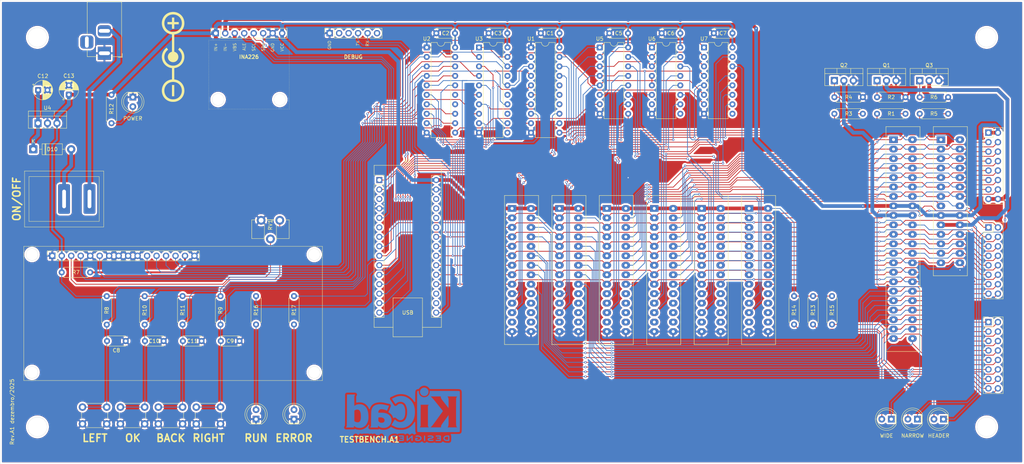
<source format=kicad_pcb>
(kicad_pcb (version 20241229) (generator "pcbnew") (generator_version "9.0")
  (layers (0 "F.Cu" signal) (2 "B.Cu" signal) (13 "F.Paste" user) (15 "B.Paste" user) (5 "F.SilkS" user "F.Silkscreen") (7 "B.SilkS" user "B.Silkscreen") (1 "F.Mask" user) (3 "B.Mask" user) (25 "Edge.Cuts" user))
  (net 0 "")
  (net 1 "GND")
  (net 2 "+5V")
  (net 3 "console_left")
  (net 4 "console_right")
  (net 5 "console_ok")
  (net 6 "console_back")
  (net 7 "Net-(D10-K)")
  (net 8 "Net-(D4-A)")
  (net 9 "Net-(D5-A)")
  (net 10 "test_power_gnd_A")
  (net 11 "Net-(D6-A)")
  (net 12 "test_power_gnd_B")
  (net 13 "test_power_gnd_C")
  (net 14 "Net-(D7-A)")
  (net 15 "Net-(D8-A)")
  (net 16 "Net-(D9-A)")
  (net 17 "Net-(D10-A)")
  (net 18 "test_2")
  (net 19 "test_24")
  (net 20 "test_20")
  (net 21 "test_21")
  (net 22 "test_power_vcc")
  (net 23 "test_11")
  (net 24 "test_12")
  (net 25 "test_18")
  (net 26 "test_25")
  (net 27 "test_4")
  (net 28 "test_14")
  (net 29 "test_1")
  (net 30 "test_19")
  (net 31 "test_6")
  (net 32 "test_27")
  (net 33 "test_3")
  (net 34 "test_16")
  (net 35 "test_17")
  (net 36 "test_15")
  (net 37 "test_13")
  (net 38 "test_5")
  (net 39 "test_10")
  (net 40 "test_0")
  (net 41 "test_26")
  (net 42 "test_7")
  (net 43 "test_23")
  (net 44 "test_34")
  (net 45 "test_36")
  (net 46 "test_28")
  (net 47 "test_37")
  (net 48 "test_42")
  (net 49 "test_38")
  (net 50 "test_39")
  (net 51 "test_35")
  (net 52 "test_40")
  (net 53 "test_41")
  (net 54 "test_32")
  (net 55 "test_43")
  (net 56 "test_22")
  (net 57 "test_9")
  (net 58 "test_33")
  (net 59 "test_31")
  (net 61 "mpu_data_7")
  (net 62 "mpu_data_3")
  (net 63 "mpu_data_0")
  (net 65 "mpu_data_4")
  (net 66 "mpu_data_6")
  (net 68 "mpu_data_1")
  (net 69 "write_data_0")
  (net 70 "~{read_enable_0}")
  (net 71 "mpu_data_5")
  (net 72 "write_dir_0")
  (net 73 "mpu_data_2")
  (net 78 "~{read_enable_8}")
  (net 80 "write_data_8")
  (net 82 "write_dir_8")
  (net 83 "write_dir_16")
  (net 89 "~{read_enable_16}")
  (net 90 "write_data_16")
  (net 92 "write_data_24")
  (net 93 "test_30")
  (net 94 "test_29")
  (net 95 "write_dir_24")
  (net 97 "~{read_enable_24}")
  (net 103 "write_data_32")
  (net 106 "~{read_enable_32}")
  (net 108 "write_dir_32")
  (net 109 "write_dir_40")
  (net 111 "test_46")
  (net 112 "test_47")
  (net 113 "test_45")
  (net 118 "test_44")
  (net 119 "~{read_enable_40}")
  (net 120 "write_data_40")
  (net 121 "mcu_power_sda")
  (net 122 "mcu_power_scl")
  (net 123 "mcu_power_alarm")
  (net 124 "mpu_addr_3")
  (net 125 "mpu_addr_1")
  (net 126 "mpu_addr_0")
  (net 127 "~{mpu_write}")
  (net 128 "mpu_uart_rx")
  (net 129 "mpu_addr_2")
  (net 130 "mpu_uart_tx")
  (net 131 "~{mpu_read}")
  (net 132 "lcd_data_2")
  (net 133 "lcd_rs")
  (net 134 "Net-(J15-Pin_3)")
  (net 135 "lcd_data_1")
  (net 136 "lcd_data_0")
  (net 137 "lcd_data_3")
  (net 138 "lcd_enable")
  (net 139 "Net-(J15-Pin_15)")
  (net 140 "mcu_power_on_A")
  (net 141 "mcu_power_on_B")
  (net 142 "mcu_power_on_C")
  (net 143 "mcu_state_run")
  (net 144 "mcu_state_error")
  (net 145 "write_status")
  (net 151 "write_console")
  (net 153 "~{read_console}")
  (net 173 "Net-(Q1-G)")
  (net 174 "Net-(Q2-G)")
  (net 175 "Net-(Q3-G)")
  (net 176 "Net-(SW5-B)")
  (net 177 "test_8")
  (footprint "Button_Switch_THT:SW_PUSH_6mm" (layer "F.Cu") (at 53.975 136.525 180)
    (property "Reference" "SW3" (hide yes))
    (property "Value" "OK")
  )
  (footprint "Resistor_THT:R_Axial_DIN0207_L6.3mm_D2.5mm_P7.62mm_Horizontal" (layer "F.Cu") (at 246.38 48.895 180)
    (property "Reference" "R4")
    (property "Value" "10K")
  )
  (footprint "Resistor_THT:R_Axial_DIN0207_L6.3mm_D2.5mm_P7.62mm_Horizontal" (layer "F.Cu") (at 74.295 102.275 -90)
    (property "Reference" "R9")
    (property "Value" "4K7")
  )
  (footprint "Resistor_THT:R_Axial_DIN0207_L6.3mm_D2.5mm_P7.62mm_Horizontal" (layer "F.Cu") (at 45.085 48.255 -90)
    (property "Reference" "R12")
    (property "Value" "470R")
  )
  (footprint "Capacitor_THT:CP_Radial_D5.0mm_P2.50mm" (layer "F.Cu") (at 33.655 48.22 90)
    (property "Reference" "C13")
    (property "Value" "0.1uF")
  )
  (footprint "edge_connector:male-edge-connector-28" (layer "F.Cu") (at 190.5 78.74)
    (property "Reference" "J3" (hide yes))
    (property "Value" "sub_0")
  )
  (footprint "Capacitor_THT:C_Disc_D4.7mm_W2.5mm_P5.00mm" (layer "F.Cu") (at 79.375 114.3 180)
    (property "Reference" "C9")
    (property "Value" "100nF")
  )
  (footprint "Connector_PinSocket_2.54mm:PinSocket_1x06_P2.54mm_Vertical" (layer "F.Cu") (at 103.53 31.725 90)
    (property "Reference" "J17" (hide yes))
    (property "Value" "DEBUG")
  )
  (footprint "Connector_PinHeader_2.54mm:PinHeader_2x08_P2.54mm_Vertical" (layer "F.Cu") (at 280.035 58.42)
    (property "Reference" "J10" (hide yes))
    (property "Value" "test_C1")
  )
  (footprint "Capacitor_THT:C_Disc_D4.7mm_W2.5mm_P5.00mm" (layer "F.Cu") (at 192.485 31.75)
    (property "Reference" "C6")
    (property "Value" "100nF")
  )
  (footprint "Package_DIP:DIP-20_W7.62mm" (layer "F.Cu") (at 157.48 35.56)
    (property "Reference" "U1")
    (property "Value" "74LS574")
  )
  (footprint "Connector_PinHeader_2.54mm:PinHeader_2x08_P2.54mm_Vertical" (layer "F.Cu") (at 280.035 109.22)
    (property "Reference" "J12" (hide yes))
    (property "Value" "test_C3")
  )
  (footprint "Resistor_THT:R_Axial_DIN0207_L6.3mm_D2.5mm_P7.62mm_Horizontal" (layer "F.Cu") (at 93.98 102.235 -90)
    (property "Reference" "R17")
    (property "Value" "470R")
  )
  (footprint "Resistor_THT:R_Axial_DIN0207_L6.3mm_D2.5mm_P7.62mm_Horizontal" (layer "F.Cu") (at 257.81 48.895 180)
    (property "Reference" "R2")
    (property "Value" "10K")
  )
  (footprint "Connector_PinSocket_2.54mm:PinSocket_1x08_P2.54mm_Vertical" (layer "F.Cu") (at 73.025 31.75 90)
    (property "Reference" "J9" (hide yes))
    (property "Value" "INA226")
  )
  (footprint "Capacitor_THT:C_Disc_D4.7mm_W2.5mm_P5.00mm" (layer "F.Cu") (at 146.13 31.75)
    (property "Reference" "C3")
    (property "Value" "100nF")
  )
  (footprint "Resistor_THT:R_Axial_DIN0207_L6.3mm_D2.5mm_P7.62mm_Horizontal" (layer "F.Cu") (at 238.76 53.34)
    (property "Reference" "R3")
    (property "Value" "10R")
  )
  (footprint "Resistor_THT:R_Axial_DIN0207_L6.3mm_D2.5mm_P7.62mm_Horizontal" (layer "F.Cu") (at 64.135 102.235 -90)
    (property "Reference" "R11")
    (property "Value" "4K7")
  )
  (footprint "Capacitor_THT:C_Disc_D4.7mm_W2.5mm_P5.00mm" (layer "F.Cu") (at 178.475 31.75)
    (property "Reference" "C5")
    (property "Value" "100nF")
  )
  (footprint "LED_THT:LED_D5.0mm" (layer "F.Cu") (at 254.005 135.255 180)
    (property "Reference" "D6" (hide yes))
    (property "Value" "WIDE")
  )
  (footprint "edge_connector:male-edge-connector-44" (layer "F.Cu") (at 254.6005 60.2905)
    (property "Reference" "J2" (hide yes))
    (property "Value" "test_B")
  )
  (footprint "Connector_PinHeader_2.54mm:PinHeader_2x08_P2.54mm_Vertical" (layer "F.Cu") (at 280.035 83.82)
    (property "Reference" "J11" (hide yes))
    (property "Value" "test_C2")
  )
  (footprint "edge_connector:male-edge-connector-28" (layer "F.Cu") (at 215.9 78.74)
    (property "Reference" "J4" (hide yes))
    (property "Value" "sub_8")
  )
  (footprint "Package_DIP:DIP-16_W7.62mm" (layer "F.Cu") (at 203.835 35.56)
    (property "Reference" "U7")
    (property "Value" "74LS138")
  )
  (footprint "LED_THT:LED_D5.0mm" (layer "F.Cu") (at 83.82 135.255 90)
    (property "Reference" "D8" (hide yes))
    (property "Value" "RUN")
  )
  (footprint "Symbol:Polarity_Center_Positive_6mm_SilkScreen" (layer "F.Cu") (at 61.595 38.1 90)
    (property "Reference" "REF**" (hide yes))
    (property "Value" "Polarity_Center_Positive_6mm_SilkScreen" (hide yes))
  )
  (footprint "Package_DIP:DIP-16_W7.62mm" (layer "F.Cu") (at 189.865 35.56)
    (property "Reference" "U6")
    (property "Value" "74HC238")
  )
  (footprint "LED_THT:LED_D5.0mm" (layer "F.Cu") (at 267.975 135.255 180)
    (property "Reference" "D7" (hide yes))
    (property "Value" "HEADER")
  )
  (footprint "Button_Switch_THT:SW_PUSH_6mm" (layer "F.Cu") (at 43.815 136.525 180)
    (property "Reference" "SW1" (hide yes))
    (property "Value" "LEFT")
  )
  (footprint "edge_connector:male-edge-connector-28" (layer "F.Cu") (at 203.2 78.74)
    (property "Reference" "J7" (hide yes))
    (property "Value" "sub_32")
  )
  (footprint "Diode_THT:D_DO-41_SOD81_P10.16mm_Horizontal" (layer "F.Cu") (at 24.13 62.865)
    (property "Reference" "D10")
    (property "Value" "1N4001")
  )
  (footprint "LED_THT:LED_D5.0mm" (layer "F.Cu") (at 50.8 48.89 -90)
    (property "Reference" "D4" (hide yes))
    (property "Value" "POWER")
  )
  (footprint "Button_Switch_THT:SW_PUSH_6mm" (layer "F.Cu") (at 64.135 136.525 180)
    (property "Reference" "SW4" (hide yes))
    (property "Value" "BACK")
  )
  (footprint "Resistor_THT:R_Axial_DIN0207_L6.3mm_D2.5mm_P7.62mm_Horizontal" (layer "F.Cu") (at 83.82 102.235 -90)
    (property "Reference" "R16")
    (property "Value" "470R")
  )
  (footprint "Package_TO_SOT_THT:TO-220-3_Vertical" (layer "F.Cu") (at 238.76 44.45)
    (property "Reference" "Q2")
    (property "Value" "IRF540N")
  )
  (footprint "Capacitor_THT:CP_Radial_D5.0mm_P2.50mm" (layer "F.Cu") (at 25.44 46.99)
    (property "Reference" "C12")
    (property "Value" "0.33uF")
  )
  (footprint "Capacitor_THT:C_Disc_D4.7mm_W2.5mm_P5.00mm" (layer "F.Cu") (at 206.455 31.75)
    (property "Reference" "C7")
    (property "Value" "100nF")
  )
  (footprint "Button_Switch_THT:SW_PUSH_6mm" (layer "F.Cu") (at 74.295 136.525 180)
    (property "Reference" "SW2" (hide yes))
    (property "Value" "RIGHT")
  )
  (footprint "Capacitor_THT:C_Disc_D4.7mm_W2.5mm_P5.00mm" (layer "F.Cu") (at 132.12 31.75)
    (property "Reference" "C2")
    (property "Value" "100nF")
  )
  (footprint "Resistor_THT:R_Axial_DIN0207_L6.3mm_D2.5mm_P7.62mm_Horizontal" (layer "F.Cu") (at 238.125 102.235 -90)
    (property "Reference" "R15")
    (property "Value" "470R")
  )
  (footprint "Resistor_THT:R_Axial_DIN0207_L6.3mm_D2.5mm_P7.62mm_Horizontal" (layer "F.Cu") (at 261.62 53.34)
    (property "Reference" "R5")
    (property "Value" "10R")
  )
  (footprint "edge_connector:male-edge-connector-28" (layer "F.Cu") (at 165.1 78.74)
    (property "Reference" "J5" (hide yes))
    (property "Value" "sub_16")
  )
  (footprint "Connector_BarrelJack:BarrelJack_Horizontal" (layer "F.Cu") (at 43.18 37.115 -90)
    (property "Reference" "J18" (hide yes))
    (property "Value" "power_jack")
  )
  (footprint "Connector_PinSocket_2.54mm:PinSocket_1x16_P2.54mm_Vertical" (layer "F.Cu") (at 29.22 91.44 90)
    (property "Reference" "J15" (hide yes))
    (property "Value" "lcd")
  )
  (footprint "Capacitor_THT:C_Disc_D4.7mm_W2.5mm_P5.00mm" (layer "F.Cu") (at 160.1 31.75)
    (property "Reference" "C1")
    (property "Value" "100nF")
  )
  (footprint "Package_DIP:DIP-20_W7.62mm" (layer "F.Cu") (at 143.55 35.56)
    (property "Reference" "U3")
    (property "Value" "74LS244")
  )
  (footprint "Potentiometer_THT:Potentiometer_ACP_CA9-H5_Horizontal" (layer "F.Cu") (at 90.17 81.915 -90)
    (property "Reference" "RV1")
    (property "Value" "10K")
  )
  (footprint "LED_THT:LED_D5.0mm" (layer "F.Cu") (at 93.98 135.255 90)
    (property "Reference" "D9" (hide yes))
    (property "Value" "ERROR")
  )
  (footprint "Resistor_THT:R_Axial_DIN0207_L6.3mm_D2.5mm_P7.62mm_Horizontal" (layer "F.Cu") (at 233.045 102.235 -90)
    (property "Reference" "R13")
    (property "Value" "470R")
  )
  (footprint "Resistor_THT:R_Axial_DIN0207_L6.3mm_D2.5mm_P7.62mm_Horizontal" (layer "F.Cu") (at 227.965 102.235 -90)
    (property "Reference" "R14")
    (property "Value" "470R")
  )
  (footprint "Module:Arduino_Nano" (layer "F.Cu") (at 116.84 71.12)
    (property "Reference" "A1")
    (property "Value" "Arduino_Nano_v3.x")
  )
  (footprint "Capacitor_THT:C_Disc_D4.7mm_W2.5mm_P5.00mm" (layer "F.Cu") (at 48.895 114.3 180)
    (property "Reference" "C8")
    (property "Value" "100nF")
  )
  (footprint "Package_TO_SOT_THT:TO-220-3_Vertical" (layer "F.Cu") (at 250.19 44.45)
    (property "Reference" "Q1")
    (property "Value" "IRF540N")
  )
  (footprint "Package_TO_SOT_THT:TO-220-3_Vertical" (layer "F.Cu") (at 25.4 55.88)
    (property "Reference" "U4")
    (property "Value" "LM7805")
  )
  (footprint "Capacitor_THT:C_Disc_D4.7mm_W2.5mm_P5.00mm" (layer "F.Cu") (at 69.215 114.3 180)
    (property "Reference" "C11")
    (property "Value" "100nF")
  )
  (footprint "edge_connector:male-edge-connector-28" (layer "F.Cu") (at 177.8 78.74)
    (property "Reference" "J6" (hide yes))
    (property "Value" "sub_24")
  )
  (footprint "Capacitor_THT:C_Disc_D4.7mm_W2.5mm_P5.00mm" (layer "F.Cu") (at 59.055 114.3 180)
    (property "Reference" "C10")
    (property "Value" "100nF")
  )
  (footprint "Resistor_THT:R_Axial_DIN0207_L6.3mm_D2.5mm_P7.62mm_Horizontal" (layer "F.Cu") (at 250.19 53.34)
    (property "Reference" "R1")
    (property "Value" "10R")
  )
  (footprint "Package_DIP:DIP-16_W7.62mm" (layer "F.Cu") (at 175.895 35.56)
    (property "Reference" "U5")
    (property "Value" "74HC238")
  )
  (footprint "edge_connector:male-edge-connector-28" (layer "F.Cu") (at 267.3005 60.2905)
    (property "Reference" "J1" (hide yes))
    (property "Value" "test_A")
  )
  (footprint "Resistor_THT:R_Axial_DIN0207_L6.3mm_D2.5mm_P7.62mm_Horizontal" (layer "F.Cu") (at 43.815 102.275 -90)
    (property "Reference" "R8")
    (property "Value" "4K7")
  )
  (footprint "Resistor_THT:R_Axial_DIN0207_L6.3mm_D2.5mm_P7.62mm_Horizontal" (layer "F.Cu") (at 53.975 102.275 -90)
    (property "Reference" "R10")
    (property "Value" "4K7")
  )
  (footprint "Package_TO_SOT_THT:TO-220-3_Vertical" (layer "F.Cu") (at 261.62 44.45)
    (property "Reference" "Q3")
    (property "Value" "IRF540N")
  )
  (footprint "Resistor_THT:R_Axial_DIN0207_L6.3mm_D2.5mm_P7.62mm_Horizontal" (layer "F.Cu") (at 269.24 48.895 180)
    (property "Reference" "R6")
    (property "Value" "10K")
  )
  (footprint "Package_DIP:DIP-20_W7.62mm" (layer "F.Cu") (at 129.54 35.56)
    (property "Reference" "U2")
    (property "Value" "74LS574")
  )
  (footprint "Resistor_THT:R_Axial_DIN0207_L6.3mm_D2.5mm_P7.62mm_Horizontal" (layer "F.Cu") (at 31.75 95.885)
    (property "Reference" "R7")
    (property "Value" "220R")
  )
  (footprint "edge_connector:male-edge-connector-28" (layer "F.Cu") (at 152.4 78.74)
    (property "Reference" "J8" (hide yes))
    (property "Value" "sub_40")
  )
  (footprint "power_switch:jrx" (layer "F.Cu") (at 32.385 76.2)
    (property "Reference" "SW5" (hide yes))
    (property "Value" "ON/OFF")
  )
  (footprint "LED_THT:LED_D5.0mm" (layer "F.Cu") (at 260.99 135.255 180)
    (property "Reference" "D5" (hide yes))
    (property "Value" "NARROW")
  )
  (footprint "Symbol:KiCad-Logo2_12mm_Copper" (layer "B.Cu") (at 123.19 132.715 180)
    (property "Reference" "REF**" (hide yes))
    (property "Value" "KiCad-Logo2_12mm_Copper" (hide yes))
  )
  (gr_line (start 101.6 124.9) (end 21.6 124.9) (stroke (width 0.1)) (layer "F.SilkS"))
  (gr_line (start 101.6 88.9) (end 101.6 124.9) (stroke (width 0.1)) (layer "F.SilkS"))
  (gr_line (start 21.6 124.9) (end 21.6 88.9) (stroke (width 0.1)) (layer "F.SilkS"))
  (gr_line (start 21.6 88.9) (end 101.6 88.9) (stroke (width 0.1)) (layer "F.SilkS"))
  (gr_rect (start 71.12 33.655) (end 92.71 52.07) (stroke (width 0.1) (type dot)) (fill no) (layer "F.SilkS"))
  (gr_circle (center 25.24 137.32) (end 27.84 137.32) (stroke (width 0.05)) (fill no) (layer "Edge.Cuts"))
  (gr_line (start 15.24 22.86) (end 289.56 22.86) (stroke (width 0.05)) (layer "Edge.Cuts"))
  (gr_circle (center 25.24 32.86) (end 27.84 32.86) (stroke (width 0.05)) (fill no) (layer "Edge.Cuts"))
  (gr_circle (center 99.4 91.1) (end 101 91.1) (stroke (width 0.05)) (fill no) (layer "Edge.Cuts"))
  (gr_line (start 289.56 22.86) (end 289.56 147.32) (stroke (width 0.05)) (layer "Edge.Cuts"))
  (gr_line (start 15.24 147.32) (end 15.24 22.86) (stroke (width 0.05)) (layer "Edge.Cuts"))
  (gr_circle (center 90.17 49.53) (end 91.77 49.53) (stroke (width 0.05)) (fill no) (layer "Edge.Cuts"))
  (gr_circle (center 99.4 122.7) (end 101 122.7) (stroke (width 0.05)) (fill no) (layer "Edge.Cuts"))
  (gr_circle (center 23.8 122.7) (end 25.4 122.7) (stroke (width 0.05)) (fill no) (layer "Edge.Cuts"))
  (gr_circle (center 279.56 32.86) (end 282.16 32.86) (stroke (width 0.05)) (fill no) (layer "Edge.Cuts"))
  (gr_line (start 289.56 147.32) (end 15.24 147.32) (stroke (width 0.05)) (layer "Edge.Cuts"))
  (gr_circle (center 23.8 91.1) (end 25.4 91.1) (stroke (width 0.05)) (fill no) (layer "Edge.Cuts"))
  (gr_circle (center 279.56 137.32) (end 282.16 137.32) (stroke (width 0.05)) (fill no) (layer "Edge.Cuts"))
  (gr_circle (center 73.66 49.53) (end 75.26 49.53) (stroke (width 0.05)) (fill no) (layer "Edge.Cuts"))
  (gr_text "SCL" (at 83.185 34.29 90) (layer "F.SilkS") (effects (font (size 0.8 0.8) (thickness 0.1)) (justify right)))
  (gr_text "SDA" (at 85.725 34.29 90) (layer "F.SilkS") (effects (font (size 0.8 0.8) (thickness 0.1)) (justify right)))
  (gr_text "VCC" (at 90.805 34.29 90) (layer "F.SilkS") (effects (font (size 0.8 0.8) (thickness 0.1)) (justify right)))
  (gr_text "ALE" (at 80.645 34.29 90) (layer "F.SilkS") (effects (font (size 0.8 0.8) (thickness 0.1)) (justify right)))
  (gr_text "VBS" (at 78.105 34.29 90) (layer "F.SilkS") (effects (font (size 0.8 0.8) (thickness 0.1)) (justify right)))
  (gr_text "Rev.A1 dezembro/2025" (at 19.05 142.24 90) (layer "F.SilkS") (effects (font (size 1 1)) (justify left bottom)))
  (gr_text "TESTBENCH.A1" (at 106.045 141.605 0) (layer "F.SilkS") (effects (font (size 1.5 1.5) (thickness 0.3) (bold yes)) (justify left bottom)))
  (gr_text "TX" (at 111.125 33.655 90) (layer "F.SilkS") (effects (font (size 0.8 0.8) (thickness 0.1)) (justify right)))
  (gr_text "IN-" (at 75.565 34.29 90) (layer "F.SilkS") (effects (font (size 0.8 0.8) (thickness 0.1)) (justify right)))
  (gr_text "GND" (at 88.265 34.29 90) (layer "F.SilkS") (effects (font (size 0.8 0.8) (thickness 0.1)) (justify right)))
  (gr_text "GND" (at 103.505 33.655 90) (layer "F.SilkS") (effects (font (size 0.8 0.8) (thickness 0.1)) (justify right)))
  (gr_text "RX" (at 113.665 33.655 90) (layer "F.SilkS") (effects (font (size 0.8 0.8) (thickness 0.1)) (justify right)))
  (gr_text "IN+" (at 73.025 34.29 90) (layer "F.SilkS") (effects (font (size 0.8 0.8) (thickness 0.1)) (justify right)))
  (segment (start 175.895 53.975) (end 176.53 53.34) (width 0.2) (layer "F.Cu") (net 1))
  (via (at 183.515 70.485) (size 0.6) (drill 0.3) (layers "F.Cu" "B.Cu") (net 1))
  (via (at 272.415 95.25) (size 0.6) (drill 0.3) (layers "F.Cu" "B.Cu") (net 1))
  (via (at 130.81 74.93) (size 0.6) (drill 0.3) (layers "F.Cu" "B.Cu") (net 1))
  (via (at 133.35 74.93) (size 0.6) (drill 0.3) (layers "F.Cu" "B.Cu") (net 1))
  (via (at 118.11 77.47) (size 0.6) (drill 0.3) (layers "F.Cu" "B.Cu") (net 1))
  (via (at 115.57 77.47) (size 0.6) (drill 0.3) (layers "F.Cu" "B.Cu") (net 1))
  (segment (start 74.295 100.33) (end 74.295 102.275) (width 0.2) (layer "F.Cu") (net 2))
  (segment (start 73.025 31.75) (end 73.025 33.02) (width 1) (layer "F.Cu") (net 2))
  (segment (start 90.17 96.52) (end 88.9 97.79) (width 0.2) (layer "F.Cu") (net 2))
  (segment (start 76.835 97.79) (end 74.295 100.33) (width 0.2) (layer "F.Cu") (net 2))
  (segment (start 74.295 102.275) (end 43.815 102.275) (width 0.2) (layer "F.Cu") (net 2))
  (segment (start 143.51 78.74) (end 135.89 71.12) (width 1) (layer "F.Cu") (net 2))
  (segment (start 88.9 97.79) (end 76.835 97.79) (width 0.2) (layer "F.Cu") (net 2))
  (segment (start 73.025 33.02) (end 74.295 34.29) (width 1) (layer "F.Cu") (net 2))
  (segment (start 238.125 102.235) (end 227.965 102.235) (width 0.2) (layer "F.Cu") (net 2))
  (segment (start 220.98 78.74) (end 143.51 78.74) (width 1) (layer "F.Cu") (net 2))
  (segment (start 78.105 33.02) (end 78.105 31.75) (width 1) (layer "F.Cu") (net 2))
  (segment (start 135.89 71.12) (end 132.08 71.12) (width 1) (layer "F.Cu") (net 2))
  (segment (start 74.295 34.29) (end 76.835 34.29) (width 1) (layer "F.Cu") (net 2))
  (segment (start 90.17 81.915) (end 90.17 96.52) (width 0.2) (layer "F.Cu") (net 2))
  (segment (start 33.655 48.22) (end 45.085 48.22) (width 1) (layer "F.Cu") (net 2))
  (segment (start 76.835 34.29) (end 78.105 33.02) (width 1) (layer "F.Cu") (net 2))
  (segment (start 151.725 35.52) (end 151.765 35.56) (width 0.5) (layer "B.Cu") (net 2))
  (segment (start 90.805 33.02) (end 94.615 36.83) (width 1) (layer "B.Cu") (net 2))
  (segment (start 43.815 102.275) (end 35.6 102.275) (width 0.2) (layer "B.Cu") (net 2))
  (segment (start 119.38 36.83) (end 121.92 39.37) (width 1) (layer "B.Cu") (net 2))
  (segment (start 151.13 29.805) (end 151.13 31.75) (width 0.5) (layer "B.Cu") (net 2))
  (segment (start 165.1 29.845) (end 165.1 31.75) (width 0.5) (layer "B.Cu") (net 2))
  (segment (start 137.16 31.75) (end 137.16 35.56) (width 0.5) (layer "B.Cu") (net 2))
  (segment (start 175.895 48.26) (end 177.165 48.26) (width 0.2) (layer "B.Cu") (net 2))
  (segment (start 183.475 29.885) (end 184.15 29.21) (width 0.5) (layer "B.Cu") (net 2))
  (segment (start 94.615 36.83) (end 119.38 36.83) (width 1) (layer "B.Cu") (net 2))
  (segment (start 73.66 29.21) (end 73.025 29.845) (width 1) (layer "B.Cu") (net 2))
  (segment (start 90.17 29.21) (end 90.805 29.845) (width 1) (layer "B.Cu") (net 2))
  (segment (start 198.12 29.21) (end 210.82 29.21) (width 0.5) (layer "B.Cu") (net 2))
  (segment (start 31.76 95.875) (end 31.75 95.885) (width 0.5) (layer "B.Cu") (net 2))
  (segment (start 197.485 31.75) (end 197.485 35.56) (width 0.5) (layer "B.Cu") (net 2))
  (segment (start 137.795 29.21) (end 150.535 29.21) (width 0.5) (layer "B.Cu") (net 2))
  (segment (start 30.48 60.325) (end 30.48 55.88) (width 0.5) (layer "B.Cu") (net 2))
  (segment (start 151.13 31.75) (end 151.13 35.52) (width 0.5) (layer "B.Cu") (net 2))
  (segment (start 227.965 102.235) (end 227.965 82.55) (width 0.2) (layer "B.Cu") (net 2))
  (segment (start 182.88 29.21) (end 183.515 29.845) (width 0.5) (layer "B.Cu") (net 2))
  (segment (start 137.16 29.845) (end 137.12 29.885) (width 0.5) (layer "B.Cu") (net 2))
  (segment (start 136.525 29.21) (end 137.16 29.845) (width 0.5) (layer "B.Cu") (net 2))
  (segment (start 121.92 39.37) (end 121.92 67.31) (width 1) (layer "B.Cu") (net 2))
  (segment (start 165.735 29.21) (end 182.88 29.21) (width 0.5) (layer "B.Cu") (net 2))
  (segment (start 73.025 31.75) (end 61.59 31.75) (width 1) (layer "B.Cu") (net 2))
  (segment (start 33.655 50.8) (end 33.655 48.22) (width 1) (layer "B.Cu") (net 2))
  (segment (start 184.15 29.21) (end 196.85 29.21) (width 0.5) (layer "B.Cu") (net 2))
  (segment (start 31.76 91.44) (end 31.76 95.875) (width 0.5) (layer "B.Cu") (net 2))
  (segment (start 165.06 31.75) (end 165.06 35.52) (width 0.5) (layer "B.Cu") (net 2))
  (segment (start 180.975 35.56) (end 183.515 35.56) (width 0.2) (layer "B.Cu") (net 2))
  (segment (start 211.455 29.845) (end 211.455 31.75) (width 0.5) (layer "B.Cu") (net 2))
  (segment (start 151.17 29.805) (end 151.765 29.21) (width 0.5) (layer "B.Cu") (net 2))
  (segment (start 121.92 67.31) (end 125.73 71.12) (width 1) (layer "B.Cu") (net 2))
  (segment (start 31.76 91.44) (end 31.76 87.005) (width 0.5) (layer "B.Cu") (net 2))
  (segment (start 29.21 84.455) (end 29.21 61.595) (width 0.5) (layer "B.Cu") (net 2))
  (segment (start 227.965 82.55) (end 224.155 78.74) (width 0.2) (layer "B.Cu") (net 2))
  (segment (start 137.16 29.845) (end 137.795 29.21) (width 0.5) (layer "B.Cu") (net 2))
  (segment (start 31.75 98.425) (end 31.75 95.885) (width 0.2) (layer "B.Cu") (net 2))
  (segment (start 178.435 38.1) (end 180.975 35.56) (width 0.2) (layer "B.Cu") (net 2))
  (segment (start 29.21 61.595) (end 30.48 60.325) (width 0.5) (layer "B.Cu") (net 2))
  (segment (start 125.73 71.12) (end 132.08 71.12) (width 1) (layer "B.Cu") (net 2))
  (segment (start 178.435 46.99) (end 178.435 38.1) (width 0.2) (layer "B.Cu") (net 2))
  (segment (start 78.105 29.21) (end 90.17 29.21) (width 1) (layer "B.Cu") (net 2))
  (segment (start 91.44 29.21) (end 136.525 29.21) (width 0.5) (layer "B.Cu") (net 2))
  (segment (start 150.535 29.21) (end 151.13 29.805) (width 0.5) (layer "B.Cu") (net 2))
  (segment (start 73.66 29.21) (end 78.105 29.21) (width 1) (layer "B.Cu") (net 2))
  (segment (start 30.48 55.88) (end 30.48 53.975) (width 1) (layer "B.Cu") (net 2))
  (segment (start 197.485 29.845) (end 197.485 31.75) (width 0.5) (layer "B.Cu") (net 2))
  (segment (start 224.155 78.74) (end 220.98 78.74) (width 0.2) (layer "B.Cu") (net 2))
  (segment (start 137.12 29.885) (end 137.12 31.75) (width 0.5) (layer "B.Cu") (net 2))
  (segment (start 90.805 31.75) (end 90.805 33.02) (width 1) (layer "B.Cu") (net 2))
  (segment (start 183.475 29.885) (end 183.475 31.75) (width 0.5) (layer "B.Cu") (net 2))
  (segment (start 197.485 29.845) (end 198.12 29.21) (width 0.5) (layer "B.Cu") (net 2))
  (segment (start 31.76 87.005) (end 29.21 84.455) (width 0.5) (layer "B.Cu") (net 2))
  (segment (start 177.165 48.26) (end 178.435 46.99) (width 0.2) (layer "B.Cu") (net 2))
  (segment (start 151.13 29.805) (end 151.17 29.805) (width 0.5) (layer "B.Cu") (net 2))
  (segment (start 73.025 29.845) (end 73.025 31.75) (width 1) (layer "B.Cu") (net 2))
  (segment (start 90.805 29.845) (end 91.44 29.21) (width 0.5) (layer "B.Cu") (net 2))
  (segment (start 61.59 31.75) (end 45.085 48.255) (width 1) (layer "B.Cu") (net 2))
  (segment (start 183.475 31.75) (end 183.475 35.52) (width 0.5) (layer "B.Cu") (net 2))
  (segment (start 90.805 29.845) (end 90.805 31.75) (width 1) (layer "B.Cu") (net 2))
  (segment (start 164.465 29.21) (end 165.1 29.845) (width 0.5) (layer "B.Cu") (net 2))
  (segment (start 151.765 29.21) (end 164.465 29.21) (width 0.5) (layer "B.Cu") (net 2))
  (segment (start 183.515 31.79) (end 183.475 31.75) (width 0.5) (layer "B.Cu") (net 2))
  (segment (start 210.82 29.21) (end 211.455 29.845) (width 0.5) (layer "B.Cu") (net 2))
  (segment (start 30.48 53.975) (end 33.655 50.8) (width 1) (layer "B.Cu") (net 2))
  (segment (start 165.1 29.845) (end 165.735 29.21) (width 0.5) (layer "B.Cu") (net 2))
  (segment (start 196.85 29.21) (end 197.485 29.845) (width 0.5) (layer "B.Cu") (net 2))
  (segment (start 183.475 35.52) (end 183.515 35.56) (width 0.5) (layer "B.Cu") (net 2))
  (segment (start 211.455 31.75) (end 211.455 35.56) (width 0.5) (layer "B.Cu") (net 2))
  (segment (start 35.6 102.275) (end 31.75 98.425) (width 0.2) (layer "B.Cu") (net 2))
  (segment (start 183.515 29.845) (end 183.475 29.885) (width 0.5) (layer "B.Cu") (net 2))
  (segment (start 121.92 50.165) (end 123.19 48.895) (width 0.2) (layer "F.Cu") (net 3))
  (segment (start 116.205 50.8) (end 116.84 50.165) (width 0.2) (layer "F.Cu") (net 3))
  (segment (start 116.84 50.165) (end 121.92 50.165) (width 0.2) (layer "F.Cu") (net 3))
  (segment (start 123.19 38.735) (end 128.27 33.655) (width 0.2) (layer "F.Cu") (net 3))
  (segment (start 128.27 33.655) (end 140.335 33.655) (width 0.2) (layer "F.Cu") (net 3))
  (segment (start 123.19 48.895) (end 123.19 38.735) (width 0.2) (layer "F.Cu") (net 3))
  (segment (start 141.605 34.925) (end 141.605 36.83) (width 0.2) (layer "F.Cu") (net 3))
  (segment (start 140.335 33.655) (end 141.605 34.925) (width 0.2) (layer "F.Cu") (net 3))
  (segment (start 141.605 36.83) (end 142.875 38.1) (width 0.2) (layer "F.Cu") (net 3))
  (via (at 116.205 50.8) (size 0.6) (drill 0.3) (layers "F.Cu" "B.Cu") (net 3))
  (segment (start 116.205 50.8) (end 116.205 60.96) (width 0.2) (layer "B.Cu") (net 3))
  (segment (start 43.815 109.895) (end 43.815 114.22) (width 0.2) (layer "B.Cu") (net 3))
  (segment (start 43.815 114.22) (end 43.895 114.3) (width 0.2) (layer "B.Cu") (net 3))
  (segment (start 43.815 132.025) (end 37.315 132.025) (width 0.2) (layer "B.Cu") (net 3))
  (segment (start 45.72 107.99) (end 43.815 109.895) (width 0.2) (layer "B.Cu") (net 3))
  (segment (start 111.125 66.04) (end 111.125 97.155) (width 0.2) (layer "B.Cu") (net 3))
  (segment (start 75.565 99.695) (end 46.99 99.695) (width 0.2) (layer "B.Cu") (net 3))
  (segment (start 46.99 99.695) (end 45.72 100.965) (width 0.2) (layer "B.Cu") (net 3))
  (segment (start 43.895 114.3) (end 43.895 114.855) (width 0.2) (layer "B.Cu") (net 3))
  (segment (start 43.815 114.935) (end 43.815 132.025) (width 0.2) (layer "B.Cu") (net 3))
  (segment (start 45.72 100.965) (end 45.72 107.99) (width 0.2) (layer "B.Cu") (net 3))
  (segment (start 43.895 114.855) (end 43.815 114.935) (width 0.2) (layer "B.Cu") (net 3))
  (segment (start 109.855 98.425) (end 76.835 98.425) (width 0.2) (layer "B.Cu") (net 3))
  (segment (start 111.125 97.155) (end 109.855 98.425) (width 0.2) (layer "B.Cu") (net 3))
  (segment (start 116.205 60.96) (end 111.125 66.04) (width 0.2) (layer "B.Cu") (net 3))
  (segment (start 76.835 98.425) (end 75.565 99.695) (width 0.2) (layer "B.Cu") (net 3))
  (segment (start 128.27 39.37) (end 138.43 39.37) (width 0.2) (layer "F.Cu") (net 4))
  (segment (start 142.24 43.18) (end 143.51 43.18) (width 0.2) (layer "F.Cu") (net 4))
  (segment (start 124.46 43.18) (end 128.27 39.37) (width 0.2) (layer "F.Cu") (net 4))
  (segment (start 118.11 51.435) (end 123.19 51.435) (width 0.2) (layer "F.Cu") (net 4))
  (segment (start 123.19 51.435) (end 124.46 50.165) (width 0.2) (layer "F.Cu") (net 4))
  (segment (start 138.43 39.37) (end 142.24 43.18) (width 0.2) (layer "F.Cu") (net 4))
  (segment (start 124.46 50.165) (end 124.46 43.18) (width 0.2) (layer "F.Cu") (net 4))
  (via (at 118.11 51.435) (size 0.6) (drill 0.3) (layers "F.Cu" "B.Cu") (net 4))
  (segment (start 74.375 114.855) (end 74.295 114.935) (width 0.2) (layer "B.Cu") (net 4))
  (segment (start 74.295 107.95) (end 74.295 109.895) (width 0.2) (layer "B.Cu") (net 4))
  (segment (start 76.2 102.235) (end 76.2 106.045) (width 0.2) (layer "B.Cu") (net 4))
  (segment (start 74.295 132.025) (end 67.795 132.025) (width 0.2) (layer "B.Cu") (net 4))
  (segment (start 109.855 100.33) (end 78.105 100.33) (width 0.2) (layer "B.Cu") (net 4))
  (segment (start 118.11 60.96) (end 113.03 66.04) (width 0.2) (layer "B.Cu") (net 4))
  (segment (start 78.105 100.33) (end 76.2 102.235) (width 0.2) (layer "B.Cu") (net 4))
  (segment (start 76.2 106.045) (end 74.295 107.95) (width 0.2) (layer "B.Cu") (net 4))
  (segment (start 74.295 114.935) (end 74.295 132.025) (width 0.2) (layer "B.Cu") (net 4))
  (segment (start 74.295 109.895) (end 74.295 114.22) (width 0.2) (layer "B.Cu") (net 4))
  (segment (start 74.295 114.22) (end 74.375 114.3) (width 0.2) (layer "B.Cu") (net 4))
  (segment (start 74.375 114.3) (end 74.375 114.855) (width 0.2) (layer "B.Cu") (net 4))
  (segment (start 113.03 66.04) (end 113.03 97.155) (width 0.2) (layer "B.Cu") (net 4))
  (segment (start 113.03 97.155) (end 109.855 100.33) (width 0.2) (layer "B.Cu") (net 4))
  (segment (start 118.11 51.435) (end 118.11 60.96) (width 0.2) (layer "B.Cu") (net 4))
  (segment (start 126.365 52.07) (end 125.095 53.34) (width 0.2) (layer "F.Cu") (net 5))
  (segment (start 140.335 46.99) (end 128.27 46.99) (width 0.2) (layer "F.Cu") (net 5))
  (segment (start 143.51 48.26) (end 141.605 48.26) (width 0.2) (layer "F.Cu") (net 5))
  (segment (start 141.605 48.26) (end 140.335 46.99) (width 0.2) (layer "F.Cu") (net 5))
  (segment (start 125.095 53.34) (end 116.84 53.34) (width 0.2) (layer "F.Cu") (net 5))
  (segment (start 126.365 48.895) (end 126.365 52.07) (width 0.2) (layer "F.Cu") (net 5))
  (segment (start 128.27 46.99) (end 126.365 48.895) (width 0.2) (layer "F.Cu") (net 5))
  (via (at 116.84 53.34) (size 0.6) (drill 0.3) (layers "F.Cu" "B.Cu") (net 5))
  (segment (start 76.835 99.06) (end 109.855 99.06) (width 0.2) (layer "B.Cu") (net 5))
  (segment (start 54.055 114.3) (end 54.055 131.945) (width 0.2) (layer "B.Cu") (net 5))
  (segment (start 55.88 102.235) (end 57.785 100.33) (width 0.2) (layer "B.Cu") (net 5))
  (segment (start 111.76 66.04) (end 116.84 60.96) (width 0.2) (layer "B.Cu") (net 5))
  (segment (start 111.76 97.155) (end 111.76 66.04) (width 0.2) (layer "B.Cu") (net 5))
  (segment (start 53.975 109.895) (end 53.975 114.22) (width 0.2) (layer "B.Cu") (net 5))
  (segment (start 57.785 100.33) (end 75.565 100.33) (width 0.2) (layer "B.Cu") (net 5))
  (segment (start 54.055 131.945) (end 53.975 132.025) (width 0.2) (layer "B.Cu") (net 5))
  (segment (start 109.855 99.06) (end 111.76 97.155) (width 0.2) (layer "B.Cu") (net 5))
  (segment (start 53.975 132.025) (end 47.475 132.025) (width 0.2) (layer "B.Cu") (net 5))
  (segment (start 75.565 100.33) (end 76.835 99.06) (width 0.2) (layer "B.Cu") (net 5))
  (segment (start 55.88 107.99) (end 55.88 102.235) (width 0.2) (layer "B.Cu") (net 5))
  (segment (start 53.975 109.895) (end 55.88 107.99) (width 0.2) (layer "B.Cu") (net 5))
  (segment (start 53.975 114.22) (end 54.055 114.3) (width 0.2) (layer "B.Cu") (net 5))
  (segment (start 116.84 60.96) (end 116.84 53.34) (width 0.2) (layer "B.Cu") (net 5))
  (segment (start 125.73 53.975) (end 117.475 53.975) (width 0.2) (layer "F.Cu") (net 6))
  (segment (start 143.51 53.34) (end 142.24 53.34) (width 0.2) (layer "F.Cu") (net 6))
  (segment (start 127 52.705) (end 125.73 53.975) (width 0.2) (layer "F.Cu") (net 6))
  (segment (start 128.27 49.53) (end 127 50.8) (width 0.2) (layer "F.Cu") (net 6))
  (segment (start 138.43 49.53) (end 128.27 49.53) (width 0.2) (layer "F.Cu") (net 6))
  (segment (start 142.24 53.34) (end 138.43 49.53) (width 0.2) (layer "F.Cu") (net 6))
  (segment (start 127 50.8) (end 127 52.705) (width 0.2) (layer "F.Cu") (net 6))
  (via (at 117.475 53.975) (size 0.6) (drill 0.3) (layers "F.Cu" "B.Cu") (net 6))
  (segment (start 64.215 114.855) (end 64.135 114.935) (width 0.2) (layer "B.Cu") (net 6))
  (segment (start 64.135 110.49) (end 64.215 110.57) (width 0.2) (layer "B.Cu") (net 6))
  (segment (start 109.855 99.695) (end 112.395 97.155) (width 0.2) (layer "B.Cu") (net 6))
  (segment (start 76.835 99.695) (end 109.855 99.695) (width 0.2) (layer "B.Cu") (net 6))
  (segment (start 64.135 132.025) (end 57.635 132.025) (width 0.2) (layer "B.Cu") (net 6))
  (segment (start 66.04 102.235) (end 67.31 100.965) (width 0.2) (layer "B.Cu") (net 6))
  (segment (start 75.565 100.965) (end 76.835 99.695) (width 0.2) (layer "B.Cu") (net 6))
  (segment (start 117.475 60.959999) (end 117.475 53.975) (width 0.2) (layer "B.Cu") (net 6))
  (segment (start 64.135 114.935) (end 64.135 132.025) (width 0.2) (layer "B.Cu") (net 6))
  (segment (start 67.31 100.965) (end 75.565 100.965) (width 0.2) (layer "B.Cu") (net 6))
  (segment (start 64.215 114.3) (end 64.215 114.855) (width 0.2) (layer "B.Cu") (net 6))
  (segment (start 112.395 97.155) (end 112.395 66.039999) (width 0.2) (layer "B.Cu") (net 6))
  (segment (start 64.135 109.855) (end 66.04 107.95) (width 0.2) (layer "B.Cu") (net 6))
  (segment (start 66.04 107.95) (end 66.04 102.235) (width 0.2) (layer "B.Cu") (net 6))
  (segment (start 112.395 66.039999) (end 117.475 60.959999) (width 0.2) (layer "B.Cu") (net 6))
  (segment (start 64.215 110.57) (end 64.215 114.3) (width 0.2) (layer "B.Cu") (net 6))
  (segment (start 64.135 109.855) (end 64.135 110.49) (width 0.2) (layer "B.Cu") (net 6))
  (segment (start 25.4 55.88) (end 25.4 47.03) (width 1) (layer "B.Cu") (net 7))
  (segment (start 25.4 59.055) (end 25.4 55.88) (width 1) (layer "B.Cu") (net 7))
  (segment (start 24.13 62.865) (end 24.13 60.325) (width 1) (layer "B.Cu") (net 7))
  (segment (start 25.4 47.03) (end 25.44 46.99) (width 1) (layer "B.Cu") (net 7))
  (segment (start 24.13 60.325) (end 25.4 59.055) (width 1) (layer "B.Cu") (net 7))
  (segment (start 50.8 51.43) (end 50.8 52.705) (width 0.2) (layer "B.Cu") (net 8))
  (segment (start 47.62 55.875) (end 45.085 55.875) (width 0.2) (layer "B.Cu") (net 8))
  (segment (start 47.625 55.88) (end 47.62 55.875) (width 0.2) (layer "B.Cu") (net 8))
  (segment (start 50.8 52.705) (end 47.625 55.88) (width 0.2) (layer "B.Cu") (net 8))
  (segment (start 258.45 135.255) (end 258.45 127.005) (width 0.2) (layer "F.Cu") (net 9))
  (segment (start 251.46 112.395) (end 250.19 111.125) (width 0.2) (layer "F.Cu") (net 9))
  (segment (start 258.45 127.005) (end 251.46 120.015) (width 0.2) (layer "F.Cu") (net 9))
  (segment (start 234.315 111.125) (end 233.045 109.855) (width 0.2) (layer "F.Cu") (net 9))
  (segment (start 251.46 120.015) (end 251.46 112.395) (width 0.2) (layer "F.Cu") (net 9))
  (segment (start 250.19 111.125) (end 234.315 111.125) (width 0.2) (layer "F.Cu") (net 9))
  (segment (start 267.3005 83.1505) (end 272.3805 83.1505) (width 1) (layer "F.Cu") (net 10))
  (segment (start 285.115 78.613) (end 285.115 49.53) (width 1) (layer "B.Cu") (net 10))
  (segment (start 275.92325 82.88325) (end 277.495 81.3115) (width 1) (layer "B.Cu") (net 10))
  (segment (start 264.16 130.81) (end 260.99 133.98) (width 0.2) (layer "B.Cu") (net 10))
  (segment (start 275.656 83.1505) (end 275.92325 82.88325) (width 1) (layer "B.Cu") (net 10))
  (segment (start 274.32 130.81) (end 276.86 128.27) (width 0.2) (layer "B.Cu") (net 10))
  (segment (start 276.86 128.27) (end 276.86 83.82) (width 0.2) (layer "B.Cu") (net 10))
  (segment (start 264.16 130.81) (end 274.32 130.81) (width 0.2) (layer "B.Cu") (net 10))
  (segment (start 285.115 49.53) (end 282.575 46.99) (width 1) (layer "B.Cu") (net 10))
  (segment (start 282.4165 81.3115) (end 285.115 78.613) (width 1) (layer "B.Cu") (net 10))
  (segment (start 277.495 81.3115) (end 282.4165 81.3115) (width 1) (layer "B.Cu") (net 10))
  (segment (start 272.3805 83.1505) (end 275.656 83.1505) (width 1) (layer "B.Cu") (net 10))
  (segment (start 253.365 46.99) (end 252.73 46.355) (width 1) (layer "B.Cu") (net 10))
  (segment (start 252.73 46.355) (end 252.73 44.45) (width 1) (layer "B.Cu") (net 10))
  (segment (start 282.575 46.99) (end 253.365 46.99) (width 1) (layer "B.Cu") (net 10))
  (segment (start 260.99 133.98) (end 260.99 135.255) (width 0.2) (layer "B.Cu") (net 10))
  (segment (start 276.86 83.82) (end 275.92325 82.88325) (width 0.2) (layer "B.Cu") (net 10))
  (segment (start 229.87 111.76) (end 250.19 111.76) (width 0.2) (layer "F.Cu") (net 11))
  (segment (start 250.825 112.395) (end 250.825 120.65) (width 0.2) (layer "F.Cu") (net 11))
  (segment (start 250.825 120.65) (end 251.465 121.29) (width 0.2) (layer "F.Cu") (net 11))
  (segment (start 251.465 121.29) (end 251.465 135.255) (width 0.2) (layer "F.Cu") (net 11))
  (segment (start 250.19 111.76) (end 250.825 112.395) (width 0.2) (layer "F.Cu") (net 11))
  (segment (start 227.965 109.855) (end 229.87 111.76) (width 0.2) (layer "F.Cu") (net 11))
  (segment (start 254.005 130.815) (end 254.005 135.255) (width 0.2) (layer "B.Cu") (net 12))
  (segment (start 241.3 55.88) (end 241.3 44.45) (width 1) (layer "B.Cu") (net 12))
  (segment (start 250.1555 80.6105) (end 249.555 80.01) (width 1) (layer "B.Cu") (net 12))
  (segment (start 243.84 58.42) (end 241.3 55.88) (width 1) (layer "B.Cu") (net 12))
  (segment (start 248.92 79.375) (end 248.92 60.96) (width 1) (layer "B.Cu") (net 12))
  (segment (start 254.6005 80.6105) (end 259.6805 80.6105) (width 1) (layer "B.Cu") (net 12))
  (segment (start 248.92 60.96) (end 246.38 58.42) (width 1) (layer "B.Cu") (net 12))
  (segment (start 260.985 99.695) (end 261.62 100.33) (width 0.2) (layer "B.Cu") (net 12))
  (segment (start 249.555 80.01) (end 248.92 79.375) (width 1) (layer "B.Cu") (net 12))
  (segment (start 254.6005 80.6105) (end 250.1555 80.6105) (width 1) (layer "B.Cu") (net 12))
  (segment (start 254 130.81) (end 254.005 130.815) (width 0.2) (layer "B.Cu") (net 12))
  (segment (start 250.19 80.645) (end 250.19 99.06) (width 0.2) (layer "B.Cu") (net 12))
  (segment (start 250.19 99.06) (end 250.825 99.695) (width 0.2) (layer "B.Cu") (net 12))
  (segment (start 250.825 99.695) (end 260.985 99.695) (width 0.2) (layer "B.Cu") (net 12))
  (segment (start 261.62 100.33) (end 261.62 123.19) (width 0.2) (layer "B.Cu") (net 12))
  (segment (start 249.555 80.01) (end 250.19 80.645) (width 0.2) (layer "B.Cu") (net 12))
  (segment (start 261.62 123.19) (end 254 130.81) (width 0.2) (layer "B.Cu") (net 12))
  (segment (start 246.38 58.42) (end 243.84 58.42) (width 1) (layer "B.Cu") (net 12))
  (segment (start 285.115 74.93) (end 283.845 76.2) (width 1) (layer "F.Cu") (net 13))
  (segment (start 282.575 46.99) (end 285.115 49.53) (width 1) (layer "F.Cu") (net 13))
  (segment (start 264.795 46.99) (end 282.575 46.99) (width 1) (layer "F.Cu") (net 13))
  (segment (start 283.845 76.2) (end 282.575 76.2) (width 1) (layer "F.Cu") (net 13))
  (segment (start 282.575 76.2) (end 280.035 76.2) (width 1) (layer "F.Cu") (net 13))
  (segment (start 285.115 49.53) (end 285.115 74.93) (width 1) (layer "F.Cu") (net 13))
  (segment (start 284.48 76.835) (end 283.845 76.2) (width 0.2) (layer "F.Cu") (net 13))
  (segment (start 284.48 81.788) (end 284.48 76.835) (width 0.2) (layer "F.Cu") (net 13))
  (segment (start 264.16 44.45) (end 264.16 46.355) (width 1) (layer "F.Cu") (net 13))
  (segment (start 264.16 46.355) (end 264.795 46.99) (width 1) (layer "F.Cu") (net 13))
  (via (at 284.48 81.788) (size 0.6) (drill 0.3) (layers "F.Cu" "B.Cu") (net 13))
  (segment (start 277.495 86.36) (end 277.495 128.651) (width 0.2) (layer "B.Cu") (net 13))
  (segment (start 270.891 135.255) (end 267.975 135.255) (width 0.2) (layer "B.Cu") (net 13))
  (segment (start 284.48 83.82) (end 283.21 85.09) (width 0.2) (layer "B.Cu") (net 13))
  (segment (start 277.495 128.651) (end 270.891 135.255) (width 0.2) (layer "B.Cu") (net 13))
  (segment (start 283.21 85.09) (end 278.765 85.09) (width 0.2) (layer "B.Cu") (net 13))
  (segment (start 278.765 85.09) (end 277.495 86.36) (width 0.2) (layer "B.Cu") (net 13))
  (segment (start 284.48 81.788) (end 284.48 83.82) (width 0.2) (layer "B.Cu") (net 13))
  (segment (start 265.435 127.64) (end 265.435 135.255) (width 0.2) (layer "F.Cu") (net 14))
  (segment (start 262.89 125.095) (end 265.435 127.64) (width 0.2) (layer "F.Cu") (net 14))
  (segment (start 257.81 125.095) (end 262.89 125.095) (width 0.2) (layer "F.Cu") (net 14))
  (segment (start 252.095 111.125) (end 252.095 119.38) (width 0.2) (layer "F.Cu") (net 14))
  (segment (start 238.125 109.855) (end 250.825 109.855) (width 0.2) (layer "F.Cu") (net 14))
  (segment (start 250.825 109.855) (end 252.095 111.125) (width 0.2) (layer "F.Cu") (net 14))
  (segment (start 252.095 119.38) (end 257.81 125.095) (width 0.2) (layer "F.Cu") (net 14))
  (segment (start 83.82 109.855) (end 83.82 132.715) (width 0.2) (layer "B.Cu") (net 15))
  (segment (start 93.98 109.855) (end 93.98 132.715) (width 0.2) (layer "B.Cu") (net 16))
  (segment (start 34.29 62.865) (end 34.29 67.31) (width 1) (layer "B.Cu") (net 17))
  (segment (start 34.29 67.31) (end 32.385 69.215) (width 1) (layer "B.Cu") (net 17))
  (segment (start 32.385 69.215) (end 32.385 76.2) (width 1) (layer "B.Cu") (net 17))
  (segment (start 256.54 65.405) (end 257.7755 64.1695) (width 0.2) (layer "F.Cu") (net 18))
  (segment (start 213.36 66.675) (end 248.285 66.675) (width 0.2) (layer "F.Cu") (net 18))
  (segment (start 210.185 69.85) (end 213.36 66.675) (width 0.2) (layer "F.Cu") (net 18))
  (segment (start 276.225 64.135) (end 276.86 63.5) (width 0.2) (layer "F.Cu") (net 18))
  (segment (start 200.025 69.85) (end 210.185 69.85) (width 0.2) (layer "F.Cu") (net 18))
  (segment (start 254.635 65.405) (end 256.54 65.405) (width 0.2) (layer "F.Cu") (net 18))
  (segment (start 257.7755 64.1695) (end 262.2895 64.1695) (width 0.2) (layer "F.Cu") (net 18))
  (segment (start 248.285 66.675) (end 249.5895 65.3705) (width 0.2) (layer "F.Cu") (net 18))
  (segment (start 267.3005 65.3705) (end 269.2745 65.3705) (width 0.2) (layer "F.Cu") (net 18))
  (segment (start 254.6005 65.3705) (end 254.635 65.405) (width 0.2) (layer "F.Cu") (net 18))
  (segment (start 276.86 63.5) (end 280.035 63.5) (width 0.2) (layer "F.Cu") (net 18))
  (segment (start 249.5895 65.3705) (end 254.6005 65.3705) (width 0.2) (layer "F.Cu") (net 18))
  (segment (start 262.2895 64.1695) (end 263.4905 65.3705) (width 0.2) (layer "F.Cu") (net 18))
  (segment (start 269.2745 65.3705) (end 270.51 64.135) (width 0.2) (layer "F.Cu") (net 18))
  (segment (start 263.4905 65.3705) (end 267.3005 65.3705) (width 0.2) (layer "F.Cu") (net 18))
  (segment (start 270.51 64.135) (end 276.225 64.135) (width 0.2) (layer "F.Cu") (net 18))
  (via (at 200.025 69.85) (size 0.6) (drill 0.3) (layers "F.Cu" "B.Cu") (net 18))
  (segment (start 197.485 86.36) (end 195.58 86.36) (width 0.2) (layer "B.Cu") (net 18))
  (segment (start 198.922 84.923) (end 197.485 86.36) (width 0.2) (layer "B.Cu") (net 18))
  (segment (start 200.025 69.85) (end 198.922 70.953) (width 0.2) (layer "B.Cu") (net 18))
  (segment (start 198.922 70.953) (end 198.922 84.923) (width 0.2) (layer "B.Cu") (net 18))
  (segment (start 246.38 64.77) (end 250.19 60.96) (width 0.2) (layer "F.Cu") (net 19))
  (segment (start 213.36 64.77) (end 246.38 64.77) (width 0.2) (layer "F.Cu") (net 19))
  (segment (start 194.31 72.39) (end 198.755 67.945) (width 0.2) (layer "F.Cu") (net 19))
  (segment (start 210.185 67.945) (end 213.36 64.77) (width 0.2) (layer "F.Cu") (net 19))
  (segment (start 198.755 67.945) (end 210.185 67.945) (width 0.2) (layer "F.Cu") (net 19))
  (segment (start 188.595 72.39) (end 194.31 72.39) (width 0.2) (layer "F.Cu") (net 19))
  (via (at 188.595 72.39) (size 0.6) (drill 0.3) (layers "F.Cu" "B.Cu") (net 19))
  (via (at 250.19 60.96) (size 0.6) (drill 0.3) (layers "F.Cu" "B.Cu") (net 19))
  (segment (start 185.42 75.0658) (end 185.42 80.645) (width 0.2) (layer "B.Cu") (net 19))
  (segment (start 270.4755 60.2905) (end 272.3805 60.2905) (width 0.2) (layer "B.Cu") (net 19))
  (segment (start 269.2745 59.0895) (end 270.4755 60.2905) (width 0.2) (layer "B.Cu") (net 19))
  (segment (start 184.785 81.28) (end 182.88 81.28) (width 0.2) (layer "B.Cu") (net 19))
  (segment (start 250.19 60.96) (end 252.095 59.055) (width 0.2) (layer "B.Cu") (net 19))
  (segment (start 262.89 60.325) (end 264.1255 59.0895) (width 0.2) (layer "B.Cu") (net 19))
  (segment (start 259.715 60.325) (end 262.89 60.325) (width 0.2) (layer "B.Cu") (net 19))
  (segment (start 185.42 80.645) (end 184.785 81.28) (width 0.2) (layer "B.Cu") (net 19))
  (segment (start 188.0958 72.39) (end 185.42 75.0658) (width 0.2) (layer "B.Cu") (net 19))
  (segment (start 256.54 59.055) (end 257.81 60.325) (width 0.2) (layer "B.Cu") (net 19))
  (segment (start 259.6805 60.2905) (end 259.715 60.325) (width 0.2) (layer "B.Cu") (net 19))
  (segment (start 264.1255 59.0895) (end 269.2745 59.0895) (width 0.2) (layer "B.Cu") (net 19))
  (segment (start 257.81 60.325) (end 259.646 60.325) (width 0.2) (layer "B.Cu") (net 19))
  (segment (start 252.095 59.055) (end 256.54 59.055) (width 0.2) (layer "B.Cu") (net 19))
  (segment (start 188.595 72.39) (end 188.0958 72.39) (width 0.2) (layer "B.Cu") (net 19))
  (segment (start 259.646 60.325) (end 259.6805 60.2905) (width 0.2) (layer "B.Cu") (net 19))
  (segment (start 262.2895 109.8895) (end 263.525 111.125) (width 0.2) (layer "F.Cu") (net 20))
  (segment (start 254.6005 111.0905) (end 254.635 111.125) (width 0.2) (layer "F.Cu") (net 20))
  (segment (start 266.065 119.38) (end 280.035 119.38) (width 0.2) (layer "F.Cu") (net 20))
  (segment (start 263.525 116.84) (end 266.065 119.38) (width 0.2) (layer "F.Cu") (net 20))
  (segment (start 257.7755 109.8895) (end 262.2895 109.8895) (width 0.2) (layer "F.Cu") (net 20))
  (segment (start 263.525 111.125) (end 263.525 116.84) (width 0.2) (layer "F.Cu") (net 20))
  (segment (start 254.635 111.125) (end 256.54 111.125) (width 0.2) (layer "F.Cu") (net 20))
  (segment (start 256.54 111.125) (end 257.7755 109.8895) (width 0.2) (layer "F.Cu") (net 20))
  (segment (start 250.825 118.11) (end 250.825 112.395) (width 0.2) (layer "B.Cu") (net 20))
  (segment (start 174.291 92.71) (end 173.021 91.44) (width 0.2) (layer "B.Cu") (net 20))
  (segment (start 247.015 119.38) (end 249.555 119.38) (width 0.2) (layer "B.Cu") (net 20))
  (segment (start 252.1295 111.0905) (end 254.6005 111.0905) (width 0.2) (layer "B.Cu") (net 20))
  (segment (start 247.015 119.38) (end 177.8 119.38) (width 0.2) (layer "B.Cu") (net 20))
  (segment (start 249.555 119.38) (end 250.825 118.11) (width 0.2) (layer "B.Cu") (net 20))
  (segment (start 174.291 115.871) (end 174.291 92.71) (width 0.2) (layer "B.Cu") (net 20))
  (segment (start 173.021 91.44) (end 170.18 91.44) (width 0.2) (layer "B.Cu") (net 20))
  (segment (start 177.8 119.38) (end 174.291 115.871) (width 0.2) (layer "B.Cu") (net 20))
  (segment (start 250.825 112.395) (end 252.1295 111.0905) (width 0.2) (layer "B.Cu") (net 20))
  (segment (start 254.6005 113.6305) (end 254.635 113.665) (width 0.2) (layer "F.Cu") (net 21))
  (segment (start 262.255 113.0645) (end 262.255 116.84) (width 0.2) (layer "F.Cu") (net 21))
  (segment (start 256.54 113.665) (end 257.7755 112.4295) (width 0.2) (layer "F.Cu") (net 21))
  (segment (start 262.255 116.84) (end 267.335 121.92) (width 0.2) (layer "F.Cu") (net 21))
  (segment (start 261.62 112.4295) (end 262.255 113.0645) (width 0.2) (layer "F.Cu") (net 21))
  (segment (start 267.335 121.92) (end 280.035 121.92) (width 0.2) (layer "F.Cu") (net 21))
  (segment (start 254.635 113.665) (end 256.54 113.665) (width 0.2) (layer "F.Cu") (net 21))
  (segment (start 257.7755 112.4295) (end 261.62 112.4295) (width 0.2) (layer "F.Cu") (net 21))
  (segment (start 253.3995 113.6305) (end 254.6005 113.6305) (width 0.2) (layer "B.Cu") (net 21))
  (segment (start 252.095 114.935) (end 253.3995 113.6305) (width 0.2) (layer "B.Cu") (net 21))
  (segment (start 177.8 120.615) (end 250.753235 120.615) (width 0.2) (layer "B.Cu") (net 21))
  (segment (start 170.18 93.98) (end 172.72 93.98) (width 0.2) (layer "B.Cu") (net 21))
  (segment (start 252.095 119.273235) (end 252.095 114.935) (width 0.2) (layer "B.Cu") (net 21))
  (segment (start 172.72 93.98) (end 173.89 95.15) (width 0.2) (layer "B.Cu") (net 21))
  (segment (start 250.753235 120.615) (end 252.095 119.273235) (width 0.2) (layer "B.Cu") (net 21))
  (segment (start 173.89 116.705) (end 177.8 120.615) (width 0.2) (layer "B.Cu") (net 21))
  (segment (start 173.89 95.15) (end 173.89 116.705) (width 0.2) (layer "B.Cu") (net 21))
  (segment (start 282.575 58.42) (end 280.035 58.42) (width 1) (layer "F.Cu") (net 22))
  (segment (start 217.805 30.48) (end 215.265 27.94) (width 1) (layer "F.Cu") (net 22))
  (segment (start 254.6005 78.0705) (end 246.4145 78.0705) (width 1) (layer "F.Cu") (net 22))
  (segment (start 76.2 27.94) (end 75.565 28.575) (width 1) (layer "F.Cu") (net 22))
  (segment (start 75.565 28.575) (end 75.565 31.75) (width 1) (layer "F.Cu") (net 22))
  (segment (start 215.265 27.94) (end 76.2 27.94) (width 1) (layer "F.Cu") (net 22))
  (via (at 217.805 30.48) (size 1) (drill 0.3) (layers "F.Cu" "B.Cu") (net 22))
  (via (at 246.38 78.105) (size 1) (drill 0.3) (layers "F.Cu" "B.Cu") (net 22))
  (segment (start 263.4905 80.6105) (end 260.985 78.105) (width 1) (layer "B.Cu") (net 22))
  (segment (start 277.876 56.896) (end 278.384 56.388) (width 1) (layer "B.Cu") (net 22))
  (segment (start 278.384 56.388) (end 281.745081 56.388) (width 1) (layer "B.Cu") (net 22))
  (segment (start 259.715 78.105) (end 259.6805 78.0705) (width 1) (layer "B.Cu") (net 22))
  (segment (start 275.6245 80.6105) (end 277.876 78.359) (width 1) (layer "B.Cu") (net 22))
  (segment (start 217.805 30.48) (end 217.805 60.325) (width 1) (layer "B.Cu") (net 22))
  (segment (start 282.575 57.217919) (end 282.575 58.42) (width 1) (layer "B.Cu") (net 22))
  (segment (start 272.3805 80.6105) (end 275.6245 80.6105) (width 1) (layer "B.Cu") (net 22))
  (segment (start 254.6005 78.0705) (end 259.6805 78.0705) (width 1) (layer "B.Cu") (net 22))
  (segment (start 235.585 78.105) (end 246.38 78.105) (width 1) (layer "B.Cu") (net 22))
  (segment (start 267.3005 80.6105) (end 263.4905 80.6105) (width 1) (layer "B.Cu") (net 22))
  (segment (start 277.876 78.359) (end 277.876 56.896) (width 1) (layer "B.Cu") (net 22))
  (segment (start 267.3005 80.6105) (end 272.3805 80.6105) (width 1) (layer "B.Cu") (net 22))
  (segment (start 217.805 60.325) (end 235.585 78.105) (width 1) (layer "B.Cu") (net 22))
  (segment (start 260.985 78.105) (end 259.715 78.105) (width 1) (layer "B.Cu") (net 22))
  (segment (start 281.745081 56.388) (end 282.575 57.217919) (width 1) (layer "B.Cu") (net 22))
  (segment (start 264.1255 88.2305) (end 267.3005 88.2305) (width 0.2) (layer "F.Cu") (net 23))
  (segment (start 257.7755 87.0295) (end 262.9245 87.0295) (width 0.2) (layer "F.Cu") (net 23))
  (segment (start 220.98 88.9) (end 252.095 88.9) (width 0.2) (layer "F.Cu") (net 23))
  (segment (start 254.6005 88.2305) (end 254.635 88.265) (width 0.2) (layer "F.Cu") (net 23))
  (segment (start 270.4755 87.0295) (end 273.7195 87.0295) (width 0.2) (layer "F.Cu") (net 23))
  (segment (start 254.635 88.265) (end 256.54 88.265) (width 0.2) (layer "F.Cu") (net 23))
  (segment (start 252.7645 88.2305) (end 254.6005 88.2305) (width 0.2) (layer "F.Cu") (net 23))
  (segment (start 262.9245 87.0295) (end 264.1255 88.2305) (width 0.2) (layer "F.Cu") (net 23))
  (segment (start 269.2745 88.2305) (end 270.4755 87.0295) (width 0.2) (layer "F.Cu") (net 23))
  (segment (start 273.7195 87.0295) (end 278.13 91.44) (width 0.2) (layer "F.Cu") (net 23))
  (segment (start 278.13 91.44) (end 280.035 91.44) (width 0.2) (layer "F.Cu") (net 23))
  (segment (start 252.095 88.9) (end 252.7645 88.2305) (width 0.2) (layer "F.Cu") (net 23))
  (segment (start 267.3005 88.2305) (end 269.2745 88.2305) (width 0.2) (layer "F.Cu") (net 23))
  (segment (start 256.54 88.265) (end 257.7755 87.0295) (width 0.2) (layer "F.Cu") (net 23))
  (segment (start 262.9245 89.5695) (end 264.16 90.805) (width 0.2) (layer "F.Cu") (net 24))
  (segment (start 278.13 93.98) (end 280.035 93.98) (width 0.2) (layer "F.Cu") (net 24))
  (segment (start 252.73 90.7705) (end 254.6005 90.7705) (width 0.2) (layer "F.Cu") (net 24))
  (segment (start 264.16 90.805) (end 267.266 90.805) (width 0.2) (layer "F.Cu") (net 24))
  (segment (start 254.6005 90.7705) (end 256.5745 90.7705) (width 0.2) (layer "F.Cu") (net 24))
  (segment (start 267.3005 90.7705) (end 269.2745 90.7705) (width 0.2) (layer "F.Cu") (net 24))
  (segment (start 267.266 90.805) (end 267.3005 90.7705) (width 0.2) (layer "F.Cu") (net 24))
  (segment (start 257.7755 89.5695) (end 262.9245 89.5695) (width 0.2) (layer "F.Cu") (net 24))
  (segment (start 220.98 91.44) (end 252.0605 91.44) (width 0.2) (layer "F.Cu") (net 24))
  (segment (start 270.4755 89.5695) (end 273.7195 89.5695) (width 0.2) (layer "F.Cu") (net 24))
  (segment (start 256.5745 90.7705) (end 257.7755 89.5695) (width 0.2) (layer "F.Cu") (net 24))
  (segment (start 252.0605 91.44) (end 252.73 90.7705) (width 0.2) (layer "F.Cu") (net 24))
  (segment (start 273.7195 89.5695) (end 278.13 93.98) (width 0.2) (layer "F.Cu") (net 24))
  (segment (start 269.2745 90.7705) (end 270.4755 89.5695) (width 0.2) (layer "F.Cu") (net 24))
  (segment (start 257.7755 104.8095) (end 262.2895 104.8095) (width 0.2) (layer "F.Cu") (net 25))
  (segment (start 266.7 114.3) (end 280.035 114.3) (width 0.2) (layer "F.Cu") (net 25))
  (segment (start 256.5745 106.0105) (end 257.7755 104.8095) (width 0.2) (layer "F.Cu") (net 25))
  (segment (start 266.065 108.585) (end 266.065 113.665) (width 0.2) (layer "F.Cu") (net 25))
  (segment (start 254.6005 106.0105) (end 256.5745 106.0105) (width 0.2) (layer "F.Cu") (net 25))
  (segment (start 266.065 113.665) (end 266.7 114.3) (width 0.2) (layer "F.Cu") (net 25))
  (segment (start 262.2895 104.8095) (end 266.065 108.585) (width 0.2) (layer "F.Cu") (net 25))
  (segment (start 248.285 115.57) (end 248.285 107.95) (width 0.2) (layer "B.Cu") (net 25))
  (segment (start 247.015 116.84) (end 177.8 116.84) (width 0.2) (layer "B.Cu") (net 25))
  (segment (start 173.823 86.36) (end 170.18 86.36) (width 0.2) (layer "B.Cu") (net 25))
  (segment (start 248.285 107.95) (end 250.2245 106.0105) (width 0.2) (layer "B.Cu") (net 25))
  (segment (start 177.8 116.84) (end 175.093 114.133) (width 0.2) (layer "B.Cu") (net 25))
  (segment (start 247.015 116.84) (end 248.285 115.57) (width 0.2) (layer "B.Cu") (net 25))
  (segment (start 250.2245 106.0105) (end 254.6005 106.0105) (width 0.2) (layer "B.Cu") (net 25))
  (segment (start 175.093 114.133) (end 175.093 87.63) (width 0.2) (layer "B.Cu") (net 25))
  (segment (start 175.093 87.63) (end 173.823 86.36) (width 0.2) (layer "B.Cu") (net 25))
  (segment (start 276.86 62.23) (end 281.305 62.23) (width 0.2) (layer "F.Cu") (net 26))
  (segment (start 272.3805 62.8305) (end 276.2595 62.8305) (width 0.2) (layer "F.Cu") (net 26))
  (segment (start 189.23 73.025) (end 195.58 73.025) (width 0.2) (layer "F.Cu") (net 26))
  (segment (start 195.58 73.025) (end 199.39 69.215) (width 0.2) (layer "F.Cu") (net 26))
  (segment (start 210.185 69.215) (end 213.36 66.04) (width 0.2) (layer "F.Cu") (net 26))
  (segment (start 276.2595 62.8305) (end 276.86 62.23) (width 0.2) (layer "F.Cu") (net 26))
  (segment (start 199.39 69.215) (end 210.185 69.215) (width 0.2) (layer "F.Cu") (net 26))
  (segment (start 247.65 66.04) (end 250.19 63.5) (width 0.2) (layer "F.Cu") (net 26))
  (segment (start 213.36 66.04) (end 247.65 66.04) (width 0.2) (layer "F.Cu") (net 26))
  (segment (start 281.305 62.23) (end 282.575 60.96) (width 0.2) (layer "F.Cu") (net 26))
  (via (at 189.23 73.025) (size 0.6) (drill 0.3) (layers "F.Cu" "B.Cu") (net 26))
  (via (at 250.19 63.5) (size 0.6) (drill 0.3) (layers "F.Cu" "B.Cu") (net 26))
  (segment (start 250.19 63.5) (end 252.0605 61.6295) (width 0.2) (layer "B.Cu") (net 26))
  (segment (start 257.81 62.865) (end 259.646 62.865) (width 0.2) (layer "B.Cu") (net 26))
  (segment (start 185.821 75.2319) (end 185.821 82.784) (width 0.2) (layer "B.Cu") (net 26))
  (segment (start 256.5745 61.6295) (end 257.81 62.865) (width 0.2) (layer "B.Cu") (net 26))
  (segment (start 189.23 73.025) (end 188.0279 73.025) (width 0.2) (layer "B.Cu") (net 26))
  (segment (start 184.785 83.82) (end 182.88 83.82) (width 0.2) (layer "B.Cu") (net 26))
  (segment (start 262.89 62.865) (end 264.1255 61.6295) (width 0.2) (layer "B.Cu") (net 26))
  (segment (start 272.346 62.865) (end 272.3805 62.8305) (width 0.2) (layer "B.Cu") (net 26))
  (segment (start 259.646 62.865) (end 259.6805 62.8305) (width 0.2) (layer "B.Cu") (net 26))
  (segment (start 270.51 62.865) (end 272.346 62.865) (width 0.2) (layer "B.Cu") (net 26))
  (segment (start 264.1255 61.6295) (end 269.2745 61.6295) (width 0.2) (layer "B.Cu") (net 26))
  (segment (start 185.821 82.784) (end 184.785 83.82) (width 0.2) (layer "B.Cu") (net 26))
  (segment (start 188.0279 73.025) (end 185.821 75.2319) (width 0.2) (layer "B.Cu") (net 26))
  (segment (start 252.0605 61.6295) (end 256.5745 61.6295) (width 0.2) (layer "B.Cu") (net 26))
  (segment (start 259.715 62.865) (end 262.89 62.865) (width 0.2) (layer "B.Cu") (net 26))
  (segment (start 259.6805 62.8305) (end 259.715 62.865) (width 0.2) (layer "B.Cu") (net 26))
  (segment (start 269.2745 61.6295) (end 270.51 62.865) (width 0.2) (layer "B.Cu") (net 26))
  (segment (start 210.82 72.39) (end 201.295 72.39) (width 0.2) (layer "F.Cu") (net 27))
  (segment (start 262.2895 69.2495) (end 263.525 70.485) (width 0.2) (layer "F.Cu") (net 27))
  (segment (start 257.7755 69.2495) (end 262.2895 69.2495) (width 0.2) (layer "F.Cu") (net 27))
  (segment (start 267.3005 70.4505) (end 269.2745 70.4505) (width 0.2) (layer "F.Cu") (net 27))
  (segment (start 276.2595 69.215) (end 276.8945 68.58) (width 0.2) (layer "F.Cu") (net 27))
  (segment (start 256.5745 70.4505) (end 257.7755 69.2495) (width 0.2) (layer "F.Cu") (net 27))
  (segment (start 212.7595 70.4505) (end 210.82 72.39) (width 0.2) (layer "F.Cu") (net 27))
  (segment (start 263.525 70.485) (end 267.266 70.485) (width 0.2) (layer "F.Cu") (net 27))
  (segment (start 254.6005 70.4505) (end 212.7595 70.4505) (width 0.2) (layer "F.Cu") (net 27))
  (segment (start 254.6005 70.4505) (end 256.5745 70.4505) (width 0.2) (layer "F.Cu") (net 27))
  (segment (start 276.8945 68.58) (end 280.035 68.58) (width 0.2) (layer "F.Cu") (net 27))
  (segment (start 270.51 69.215) (end 276.2595 69.215) (width 0.2) (layer "F.Cu") (net 27))
  (segment (start 269.2745 70.4505) (end 270.51 69.215) (width 0.2) (layer "F.Cu") (net 27))
  (segment (start 267.266 70.485) (end 267.3005 70.4505) (width 0.2) (layer "F.Cu") (net 27))
  (via (at 201.295 72.39) (size 0.6) (drill 0.3) (layers "F.Cu" "B.Cu") (net 27))
  (segment (start 201.295 72.39) (end 199.791 73.894) (width 0.2) (layer "B.Cu") (net 27))
  (segment (start 197.485 91.44) (end 195.58 91.44) (width 0.2) (layer "B.Cu") (net 27))
  (segment (start 199.791 89.134) (end 197.485 91.44) (width 0.2) (layer "B.Cu") (net 27))
  (segment (start 199.791 73.894) (end 199.791 89.134) (width 0.2) (layer "B.Cu") (net 27))
  (segment (start 257.81 94.615) (end 261.747 94.615) (width 0.2) (layer "F.Cu") (net 28))
  (segment (start 252.095 96.52) (end 252.7645 95.8505) (width 0.2) (layer "F.Cu") (net 28))
  (segment (start 254.6005 95.8505) (end 256.5745 95.8505) (width 0.2) (layer "F.Cu") (net 28))
  (segment (start 266.192 99.06) (end 280.035 99.06) (width 0.2) (layer "F.Cu") (net 28))
  (segment (start 256.5745 95.8505) (end 257.81 94.615) (width 0.2) (layer "F.Cu") (net 28))
  (segment (start 261.747 94.615) (end 266.192 99.06) (width 0.2) (layer "F.Cu") (net 28))
  (segment (start 252.7645 95.8505) (end 254.6005 95.8505) (width 0.2) (layer "F.Cu") (net 28))
  (segment (start 220.98 96.52) (end 252.095 96.52) (width 0.2) (layer "F.Cu") (net 28))
  (segment (start 276.225 61.595) (end 276.86 60.96) (width 0.2) (layer "F.Cu") (net 29))
  (segment (start 199.39 68.58) (end 210.185 68.58) (width 0.2) (layer "F.Cu") (net 29))
  (segment (start 257.7755 61.6295) (end 262.9245 61.6295) (width 0.2) (layer "F.Cu") (net 29))
  (segment (start 276.86 60.96) (end 280.035 60.96) (width 0.2) (layer "F.Cu") (net 29))
  (segment (start 262.9245 61.6295) (end 264.1255 62.8305) (width 0.2) (layer "F.Cu") (net 29))
  (segment (start 249.5895 62.8305) (end 254.6005 62.8305) (width 0.2) (layer "F.Cu") (net 29))
  (segment (start 270.51 61.595) (end 276.225 61.595) (width 0.2) (layer "F.Cu") (net 29))
  (segment (start 247.015 65.405) (end 249.5895 62.8305) (width 0.2) (layer "F.Cu") (net 29))
  (segment (start 210.185 68.58) (end 213.36 65.405) (width 0.2) (layer "F.Cu") (net 29))
  (segment (start 213.36 65.405) (end 247.015 65.405) (width 0.2) (layer "F.Cu") (net 29))
  (segment (start 254.6005 62.8305) (end 254.635 62.865) (width 0.2) (layer "F.Cu") (net 29))
  (segment (start 269.2745 62.8305) (end 270.51 61.595) (width 0.2) (layer "F.Cu") (net 29))
  (segment (start 256.54 62.865) (end 257.7755 61.6295) (width 0.2) (layer "F.Cu") (net 29))
  (segment (start 267.3005 62.8305) (end 269.2745 62.8305) (width 0.2) (layer "F.Cu") (net 29))
  (segment (start 254.635 62.865) (end 256.54 62.865) (width 0.2) (layer "F.Cu") (net 29))
  (segment (start 264.1255 62.8305) (end 267.3005 62.8305) (width 0.2) (layer "F.Cu") (net 29))
  (via (at 199.39 68.58) (size 0.6) (drill 0.3) (layers "F.Cu" "B.Cu") (net 29))
  (segment (start 197.485 83.82) (end 195.58 83.82) (width 0.2) (layer "B.Cu") (net 29))
  (segment (start 198.521 82.784) (end 197.485 83.82) (width 0.2) (layer "B.Cu") (net 29))
  (segment (start 198.521 69.449) (end 198.521 82.784) (width 0.2) (layer "B.Cu") (net 29))
  (segment (start 199.39 68.58) (end 198.521 69.449) (width 0.2) (layer "B.Cu") (net 29))
  (segment (start 266.065 116.84) (end 280.035 116.84) (width 0.2) (layer "F.Cu") (net 30))
  (segment (start 257.81 107.3495) (end 262.2895 107.3495) (width 0.2) (layer "F.Cu") (net 30))
  (segment (start 262.2895 107.3495) (end 264.795 109.855) (width 0.2) (layer "F.Cu") (net 30))
  (segment (start 264.795 115.57) (end 266.065 116.84) (width 0.2) (layer "F.Cu") (net 30))
  (segment (start 256.609 108.5505) (end 257.81 107.3495) (width 0.2) (layer "F.Cu") (net 30))
  (segment (start 254.6005 108.5505) (end 256.609 108.5505) (width 0.2) (layer "F.Cu") (net 30))
  (segment (start 264.795 109.855) (end 264.795 115.57) (width 0.2) (layer "F.Cu") (net 30))
  (segment (start 173.355 88.9) (end 170.18 88.9) (width 0.2) (layer "B.Cu") (net 30))
  (segment (start 249.555 116.84) (end 249.555 110.49) (width 0.2) (layer "B.Cu") (net 30))
  (segment (start 251.4945 108.5505) (end 254.6005 108.5505) (width 0.2) (layer "B.Cu") (net 30))
  (segment (start 174.692 90.237) (end 173.355 88.9) (width 0.2) (layer "B.Cu") (net 30))
  (segment (start 247.015 118.11) (end 248.285 118.11) (width 0.2) (layer "B.Cu") (net 30))
  (segment (start 177.8 118.11) (end 174.692 115.002) (width 0.2) (layer "B.Cu") (net 30))
  (segment (start 247.015 118.11) (end 177.8 118.11) (width 0.2) (layer "B.Cu") (net 30))
  (segment (start 174.692 115.002) (end 174.692 90.237) (width 0.2) (layer "B.Cu") (net 30))
  (segment (start 249.555 110.49) (end 251.4945 108.5505) (width 0.2) (layer "B.Cu") (net 30))
  (segment (start 248.285 118.11) (end 249.555 116.84) (width 0.2) (layer "B.Cu") (net 30))
  (segment (start 252.095 74.93) (end 252.6955 75.5305) (width 0.2) (layer "F.Cu") (net 31))
  (segment (start 270.51 74.295) (end 276.225 74.295) (width 0.2) (layer "F.Cu") (net 31))
  (segment (start 257.7755 74.3295) (end 262.2895 74.3295) (width 0.2) (layer "F.Cu") (net 31))
  (segment (start 262.2895 74.3295) (end 263.525 75.565) (width 0.2) (layer "F.Cu") (net 31))
  (segment (start 276.225 74.295) (end 276.86 73.66) (width 0.2) (layer "F.Cu") (net 31))
  (segment (start 202.565 74.93) (end 252.095 74.93) (width 0.2) (layer "F.Cu") (net 31))
  (segment (start 276.86 73.66) (end 280.035 73.66) (width 0.2) (layer "F.Cu") (net 31))
  (segment (start 254.635 75.565) (end 256.54 75.565) (width 0.2) (layer "F.Cu") (net 31))
  (segment (start 267.266 75.565) (end 267.3005 75.5305) (width 0.2) (layer "F.Cu") (net 31))
  (segment (start 263.525 75.565) (end 267.266 75.565) (width 0.2) (layer "F.Cu") (net 31))
  (segment (start 267.3005 75.5305) (end 269.2745 75.5305) (width 0.2) (layer "F.Cu") (net 31))
  (segment (start 252.6955 75.5305) (end 254.6005 75.5305) (width 0.2) (layer "F.Cu") (net 31))
  (segment (start 254.6005 75.5305) (end 254.635 75.565) (width 0.2) (layer "F.Cu") (net 31))
  (segment (start 269.2745 75.5305) (end 270.51 74.295) (width 0.2) (layer "F.Cu") (net 31))
  (segment (start 256.54 75.565) (end 257.7755 74.3295) (width 0.2) (layer "F.Cu") (net 31))
  (via (at 202.565 74.93) (size 0.6) (drill 0.3) (layers "F.Cu" "B.Cu") (net 31))
  (segment (start 200.66 93.345) (end 197.485 96.52) (width 0.2) (layer "B.Cu") (net 31))
  (segment (start 201.295 74.93) (end 200.66 75.565) (width 0.2) (layer "B.Cu") (net 31))
  (segment (start 197.485 96.52) (end 195.58 96.52) (width 0.2) (layer "B.Cu") (net 31))
  (segment (start 200.66 75.565) (end 200.66 93.345) (width 0.2) (layer "B.Cu") (net 31))
  (segment (start 202.565 74.93) (end 201.295 74.93) (width 0.2) (layer "B.Cu") (net 31))
  (segment (start 210.5025 71.755) (end 213.6775 68.58) (width 0.2) (layer "F.Cu") (net 32))
  (segment (start 197.485 74.295) (end 200.025 71.755) (width 0.2) (layer "F.Cu") (net 32))
  (segment (start 189.23 74.295) (end 197.485 74.295) (width 0.2) (layer "F.Cu") (net 32))
  (segment (start 276.791 67.31) (end 281.305 67.31) (width 0.2) (layer "F.Cu") (net 32))
  (segment (start 272.3805 67.9105) (end 276.1905 67.9105) (width 0.2) (layer "F.Cu") (net 32))
  (segment (start 281.305 67.31) (end 282.575 66.04) (width 0.2) (layer "F.Cu") (net 32))
  (segment (start 213.6775 68.58) (end 250.19 68.58) (width 0.2) (layer "F.Cu") (net 32))
  (segment (start 276.1905 67.9105) (end 276.791 67.31) (width 0.2) (layer "F.Cu") (net 32))
  (segment (start 200.025 71.755) (end 210.5025 71.755) (width 0.2) (layer "F.Cu") (net 32))
  (via (at 189.23 74.295) (size 0.6) (drill 0.3) (layers "F.Cu" "B.Cu") (net 32))
  (via (at 250.19 68.58) (size 0.6) (drill 0.3) (layers "F.Cu" "B.Cu") (net 32))
  (segment (start 270.4755 67.9105) (end 272.3805 67.9105) (width 0.2) (layer "B.Cu") (net 32))
  (segment (start 256.5745 66.7095) (end 257.7755 67.9105) (width 0.2) (layer "B.Cu") (net 32))
  (segment (start 189.23 74.295) (end 187.96 74.295) (width 0.2) (layer "B.Cu") (net 32))
  (segment (start 187.96 74.295) (end 186.69 75.565) (width 0.2) (layer "B.Cu") (net 32))
  (segment (start 259.6805 67.9105) (end 262.2895 67.9105) (width 0.2) (layer "B.Cu") (net 32))
  (segment (start 252.0605 66.7095) (end 256.5745 66.7095) (width 0.2) (layer "B.Cu") (net 32))
  (segment (start 186.69 86.995) (end 184.785 88.9) (width 0.2) (layer "B.Cu") (net 32))
  (segment (start 262.2895 67.9105) (end 263.4905 66.7095) (width 0.2) (layer "B.Cu") (net 32))
  (segment (start 257.7755 67.9105) (end 259.6805 67.9105) (width 0.2) (layer "B.Cu") (net 32))
  (segment (start 269.2745 66.7095) (end 270.4755 67.9105) (width 0.2) (layer "B.Cu") (net 32))
  (segment (start 184.785 88.9) (end 182.88 88.9) (width 0.2) (layer "B.Cu") (net 32))
  (segment (start 186.69 75.565) (end 186.69 86.995) (width 0.2) (layer "B.Cu") (net 32))
  (segment (start 263.4905 66.7095) (end 269.2745 66.7095) (width 0.2) (layer "B.Cu") (net 32))
  (segment (start 250.19 68.58) (end 252.0605 66.7095) (width 0.2) (layer "B.Cu") (net 32))
  (segment (start 200.66 71.12) (end 210.185 71.12) (width 0.2) (layer "F.Cu") (net 33))
  (segment (start 256.5745 67.9105) (end 257.7755 66.7095) (width 0.2) (layer "F.Cu") (net 33))
  (segment (start 276.86 66.04) (end 280.035 66.04) (width 0.2) (layer "F.Cu") (net 33))
  (segment (start 257.7755 66.7095) (end 262.2895 66.7095) (width 0.2) (layer "F.Cu") (net 33))
  (segment (start 269.2745 67.9105) (end 270.51 66.675) (width 0.2) (layer "F.Cu") (net 33))
  (segment (start 210.185 71.12) (end 213.3945 67.9105) (width 0.2) (layer "F.Cu") (net 33))
  (segment (start 263.525 67.945) (end 267.266 67.945) (width 0.2) (layer "F.Cu") (net 33))
  (segment (start 254.6005 67.9105) (end 256.5745 67.9105) (width 0.2) (layer "F.Cu") (net 33))
  (segment (start 267.3005 67.9105) (end 269.2745 67.9105) (width 0.2) (layer "F.Cu") (net 33))
  (segment (start 262.2895 66.7095) (end 263.525 67.945) (width 0.2) (layer "F.Cu") (net 33))
  (segment (start 276.225 66.675) (end 276.86 66.04) (width 0.2) (layer "F.Cu") (net 33))
  (segment (start 213.3945 67.9105) (end 254.6005 67.9105) (width 0.2) (layer "F.Cu") (net 33))
  (segment (start 270.51 66.675) (end 276.225 66.675) (width 0.2) (layer "F.Cu") (net 33))
  (segment (start 267.266 67.945) (end 267.3005 67.9105) (width 0.2) (layer "F.Cu") (net 33))
  (via (at 200.66 71.12) (size 0.6) (drill 0.3) (layers "F.Cu" "B.Cu") (net 33))
  (segment (start 200.66 71.12) (end 199.39 72.39) (width 0.2) (layer "B.Cu") (net 33))
  (segment (start 197.485 88.9) (end 195.58 88.9) (width 0.2) (layer "B.Cu") (net 33))
  (segment (start 199.39 72.39) (end 199.39 86.995) (width 0.2) (layer "B.Cu") (net 33))
  (segment (start 199.39 86.995) (end 197.485 88.9) (width 0.2) (layer "B.Cu") (net 33))
  (segment (start 256.5745 100.9305) (end 257.7755 99.7295) (width 0.2) (layer "F.Cu") (net 34))
  (segment (start 257.7755 99.7295) (end 262.2895 99.7295) (width 0.2) (layer "F.Cu") (net 34))
  (segment (start 262.2895 99.7295) (end 268.58775 106.02775) (width 0.2) (layer "F.Cu") (net 34))
  (segment (start 268.58775 106.02775) (end 268.58775 107.93275) (width 0.2) (layer "F.Cu") (net 34))
  (segment (start 269.875 109.22) (end 280.035 109.22) (width 0.2) (layer "F.Cu") (net 34))
  (segment (start 268.58775 107.93275) (end 269.875 109.22) (width 0.2) (layer "F.Cu") (net 34))
  (segment (start 254.6005 100.9305) (end 256.5745 100.9305) (width 0.2) (layer "F.Cu") (net 34))
  (segment (start 176.53 114.3) (end 175.895 113.665) (width 0.2) (layer "B.Cu") (net 34))
  (segment (start 174.625 81.28) (end 170.18 81.28) (width 0.2) (layer "B.Cu") (net 34))
  (segment (start 245.745 103.4705) (end 245.745 113.03) (width 0.2) (layer "B.Cu") (net 34))
  (segment (start 175.895 82.55) (end 174.625 81.28) (width 0.2) (layer "B.Cu") (net 34))
  (segment (start 254.6005 100.9305) (end 248.285 100.9305) (width 0.2) (layer "B.Cu") (net 34))
  (segment (start 175.895 113.665) (end 175.895 82.55) (width 0.2) (layer "B.Cu") (net 34))
  (segment (start 244.475 114.3) (end 176.53 114.3) (width 0.2) (layer "B.Cu") (net 34))
  (segment (start 245.745 113.03) (end 244.475 114.3) (width 0.2) (layer "B.Cu") (net 34))
  (segment (start 248.285 100.9305) (end 245.745 103.4705) (width 0.2) (layer "B.Cu") (net 34))
  (segment (start 267.335 107.315) (end 267.335 110.49) (width 0.2) (layer "F.Cu") (net 35))
  (segment (start 256.5745 103.4705) (end 257.7755 102.2695) (width 0.2) (layer "F.Cu") (net 35))
  (segment (start 254.6005 103.4705) (end 256.5745 103.4705) (width 0.2) (layer "F.Cu") (net 35))
  (segment (start 262.2895 102.2695) (end 267.335 107.315) (width 0.2) (layer "F.Cu") (net 35))
  (segment (start 267.335 110.49) (end 268.605 111.76) (width 0.2) (layer "F.Cu") (net 35))
  (segment (start 268.605 111.76) (end 280.035 111.76) (width 0.2) (layer "F.Cu") (net 35))
  (segment (start 257.7755 102.2695) (end 262.2895 102.2695) (width 0.2) (layer "F.Cu") (net 35))
  (segment (start 247.015 114.3) (end 247.015 105.41) (width 0.2) (layer "B.Cu") (net 35))
  (segment (start 174.224 83.82) (end 170.18 83.82) (width 0.2) (layer "B.Cu") (net 35))
  (segment (start 247.015 105.41) (end 248.9545 103.4705) (width 0.2) (layer "B.Cu") (net 35))
  (segment (start 177.2329 115.57) (end 175.494 113.8311) (width 0.2) (layer "B.Cu") (net 35))
  (segment (start 247.015 114.3) (end 245.745 115.57) (width 0.2) (layer "B.Cu") (net 35))
  (segment (start 175.494 113.8311) (end 175.494 85.09) (width 0.2) (layer "B.Cu") (net 35))
  (segment (start 175.494 85.09) (end 174.224 83.82) (width 0.2) (layer "B.Cu") (net 35))
  (segment (start 248.9545 103.4705) (end 254.6005 103.4705) (width 0.2) (layer "B.Cu") (net 35))
  (segment (start 245.745 115.57) (end 177.2329 115.57) (width 0.2) (layer "B.Cu") (net 35))
  (segment (start 220.98 99.06) (end 252.095 99.06) (width 0.2) (layer "F.Cu") (net 36))
  (segment (start 252.095 99.06) (end 252.7645 98.3905) (width 0.2) (layer "F.Cu") (net 36))
  (segment (start 252.7645 98.3905) (end 254.6005 98.3905) (width 0.2) (layer "F.Cu") (net 36))
  (segment (start 257.7755 97.1895) (end 262.2895 97.1895) (width 0.2) (layer "F.Cu") (net 36))
  (segment (start 256.5745 98.3905) (end 257.7755 97.1895) (width 0.2) (layer "F.Cu") (net 36))
  (segment (start 262.2895 97.1895) (end 266.7 101.6) (width 0.2) (layer "F.Cu") (net 36))
  (segment (start 254.6005 98.3905) (end 256.5745 98.3905) (width 0.2) (layer "F.Cu") (net 36))
  (segment (start 266.7 101.6) (end 280.035 101.6) (width 0.2) (layer "F.Cu") (net 36))
  (segment (start 254.635 93.345) (end 256.54 93.345) (width 0.2) (layer "F.Cu") (net 37))
  (segment (start 262.9245 92.1095) (end 264.16 93.345) (width 0.2) (layer "F.Cu") (net 37))
  (segment (start 252.7645 93.3105) (end 254.6005 93.3105) (width 0.2) (layer "F.Cu") (net 37))
  (segment (start 220.98 93.98) (end 252.095 93.98) (width 0.2) (layer "F.Cu") (net 37))
  (segment (start 270.4755 92.1095) (end 273.7195 92.1095) (width 0.2) (layer "F.Cu") (net 37))
  (segment (start 278.13 96.52) (end 280.035 96.52) (width 0.2) (layer "F.Cu") (net 37))
  (segment (start 267.266 93.345) (end 267.3005 93.3105) (width 0.2) (layer "F.Cu") (net 37))
  (segment (start 269.24 93.345) (end 270.4755 92.1095) (width 0.2) (layer "F.Cu") (net 37))
  (segment (start 267.335 93.345) (end 269.24 93.345) (width 0.2) (layer "F.Cu") (net 37))
  (segment (start 256.54 93.345) (end 257.7755 92.1095) (width 0.2) (layer "F.Cu") (net 37))
  (segment (start 273.7195 92.1095) (end 278.13 96.52) (width 0.2) (layer "F.Cu") (net 37))
  (segment (start 254.6005 93.3105) (end 254.635 93.345) (width 0.2) (layer "F.Cu") (net 37))
  (segment (start 257.7755 92.1095) (end 262.9245 92.1095) (width 0.2) (layer "F.Cu") (net 37))
  (segment (start 267.3005 93.3105) (end 267.335 93.345) (width 0.2) (layer "F.Cu") (net 37))
  (segment (start 252.095 93.98) (end 252.7645 93.3105) (width 0.2) (layer "F.Cu") (net 37))
  (segment (start 264.16 93.345) (end 267.266 93.345) (width 0.2) (layer "F.Cu") (net 37))
  (segment (start 254.6005 72.9905) (end 211.4895 72.9905) (width 0.2) (layer "F.Cu") (net 38))
  (segment (start 254.6005 72.9905) (end 256.5745 72.9905) (width 0.2) (layer "F.Cu") (net 38))
  (segment (start 257.7755 71.7895) (end 262.2895 71.7895) (width 0.2) (layer "F.Cu") (net 38))
  (segment (start 262.2895 71.7895) (end 263.525 73.025) (width 0.2) (layer "F.Cu") (net 38))
  (segment (start 276.86 71.12) (end 280.035 71.12) (width 0.2) (layer "F.Cu") (net 38))
  (segment (start 267.266 73.025) (end 267.3005 72.9905) (width 0.2) (layer "F.Cu") (net 38))
  (segment (start 256.5745 72.9905) (end 257.7755 71.7895) (width 0.2) (layer "F.Cu") (net 38))
  (segment (start 276.1905 71.7895) (end 276.86 71.12) (width 0.2) (layer "F.Cu") (net 38))
  (segment (start 210.82 73.66) (end 201.93 73.66) (width 0.2) (layer "F.Cu") (net 38))
  (segment (start 267.3005 72.9905) (end 269.2745 72.9905) (width 0.2) (layer "F.Cu") (net 38))
  (segment (start 211.4895 72.9905) (end 210.82 73.66) (width 0.2) (layer "F.Cu") (net 38))
  (segment (start 269.2745 72.9905) (end 270.4755 71.7895) (width 0.2) (layer "F.Cu") (net 38))
  (segment (start 263.525 73.025) (end 267.266 73.025) (width 0.2) (layer "F.Cu") (net 38))
  (segment (start 270.4755 71.7895) (end 276.1905 71.7895) (width 0.2) (layer "F.Cu") (net 38))
  (via (at 201.93 73.66) (size 0.6) (drill 0.3) (layers "F.Cu" "B.Cu") (net 38))
  (segment (start 200.192 91.273) (end 197.485 93.98) (width 0.2) (layer "B.Cu") (net 38))
  (segment (start 200.66 73.66) (end 200.192 74.128) (width 0.2) (layer "B.Cu") (net 38))
  (segment (start 201.93 73.66) (end 200.66 73.66) (width 0.2) (layer "B.Cu") (net 38))
  (segment (start 200.192 74.128) (end 200.192 91.273) (width 0.2) (layer "B.Cu") (net 38))
  (segment (start 197.485 93.98) (end 195.58 93.98) (width 0.2) (layer "B.Cu") (net 38))
  (segment (start 264.1255 85.6905) (end 267.3005 85.6905) (width 0.2) (layer "F.Cu") (net 39))
  (segment (start 274.3545 84.4895) (end 278.765 88.9) (width 0.2) (layer "F.Cu") (net 39))
  (segment (start 262.9245 84.4895) (end 264.1255 85.6905) (width 0.2) (layer "F.Cu") (net 39))
  (segment (start 257.7755 84.4895) (end 262.9245 84.4895) (width 0.2) (layer "F.Cu") (net 39))
  (segment (start 253.3995 85.6905) (end 254.6005 85.6905) (width 0.2) (layer "F.Cu") (net 39))
  (segment (start 256.5745 85.6905) (end 257.7755 84.4895) (width 0.2) (layer "F.Cu") (net 39))
  (segment (start 254.6005 85.6905) (end 256.5745 85.6905) (width 0.2) (layer "F.Cu") (net 39))
  (segment (start 278.765 88.9) (end 280.035 88.9) (width 0.2) (layer "F.Cu") (net 39))
  (segment (start 269.2745 85.6905) (end 270.4755 84.4895) (width 0.2) (layer "F.Cu") (net 39))
  (segment (start 270.4755 84.4895) (end 274.3545 84.4895) (width 0.2) (layer "F.Cu") (net 39))
  (segment (start 252.73 86.36) (end 253.3995 85.6905) (width 0.2) (layer "F.Cu") (net 39))
  (segment (start 220.98 86.36) (end 252.73 86.36) (width 0.2) (layer "F.Cu") (net 39))
  (segment (start 267.3005 85.6905) (end 269.2745 85.6905) (width 0.2) (layer "F.Cu") (net 39))
  (segment (start 267.266 60.325) (end 267.3005 60.2905) (width 0.2) (layer "F.Cu") (net 40))
  (segment (start 245.745 64.135) (end 249.5895 60.2905) (width 0.2) (layer "F.Cu") (net 40))
  (segment (start 210.185 67.31) (end 213.36 64.135) (width 0.2) (layer "F.Cu") (net 40))
  (segment (start 257.8445 59.0205) (end 262.8555 59.0205) (width 0.2) (layer "F.Cu") (net 40))
  (segment (start 249.5895 60.2905) (end 254.6005 60.2905) (width 0.2) (layer "F.Cu") (net 40))
  (segment (start 198.755 67.31) (end 210.185 67.31) (width 0.2) (layer "F.Cu") (net 40))
  (segment (start 213.36 64.135) (end 245.745 64.135) (width 0.2) (layer "F.Cu") (net 40))
  (segment (start 262.8555 59.0205) (end 264.16 60.325) (width 0.2) (layer "F.Cu") (net 40))
  (segment (start 256.5745 60.2905) (end 257.8445 59.0205) (width 0.2) (layer "F.Cu") (net 40))
  (segment (start 264.16 60.325) (end 267.266 60.325) (width 0.2) (layer "F.Cu") (net 40))
  (segment (start 254.6005 60.2905) (end 256.5745 60.2905) (width 0.2) (layer "F.Cu") (net 40))
  (via (at 198.755 67.31) (size 0.6) (drill 0.3) (layers "F.Cu" "B.Cu") (net 40))
  (segment (start 198.12 80.645) (end 197.485 81.28) (width 0.2) (layer "B.Cu") (net 40))
  (segment (start 198.12 67.945) (end 198.12 80.645) (width 0.2) (layer "B.Cu") (net 40))
  (segment (start 198.755 67.31) (end 198.12 67.945) (width 0.2) (layer "B.Cu") (net 40))
  (segment (start 197.485 81.28) (end 195.58 81.28) (width 0.2) (layer "B.Cu") (net 40))
  (segment (start 281.305 64.77) (end 282.575 63.5) (width 0.2) (layer "F.Cu") (net 41))
  (segment (start 248.92 67.31) (end 250.19 66.04) (width 0.2) (layer "F.Cu") (net 41))
  (segment (start 213.36 67.31) (end 248.92 67.31) (width 0.2) (layer "F.Cu") (net 41))
  (segment (start 272.3805 65.3705) (end 276.1905 65.3705) (width 0.2) (layer "F.Cu") (net 41))
  (segment (start 196.85 73.66) (end 200.025 70.485) (width 0.2) (layer "F.Cu") (net 41))
  (segment (start 210.185 70.485) (end 213.36 67.31) (width 0.2) (layer "F.Cu") (net 41))
  (segment (start 276.791 64.77) (end 281.305 64.77) (width 0.2) (layer "F.Cu") (net 41))
  (segment (start 200.025 70.485) (end 210.185 70.485) (width 0.2) (layer "F.Cu") (net 41))
  (segment (start 276.1905 65.3705) (end 276.791 64.77) (width 0.2) (layer "F.Cu") (net 41))
  (segment (start 188.595 73.66) (end 196.85 73.66) (width 0.2) (layer "F.Cu") (net 41))
  (via (at 250.19 66.04) (size 0.6) (drill 0.3) (layers "F.Cu" "B.Cu") (net 41))
  (via (at 188.595 73.66) (size 0.6) (drill 0.3) (layers "F.Cu" "B.Cu") (net 41))
  (segment (start 252.0605 64.1695) (end 256.5745 64.1695) (width 0.2) (layer "B.Cu") (net 41))
  (segment (start 184.785 86.36) (end 182.88 86.36) (width 0.2) (layer "B.Cu") (net 41))
  (segment (start 259.6805 65.3705) (end 262.2895 65.3705) (width 0.2) (layer "B.Cu") (net 41))
  (segment (start 186.222 84.923) (end 184.785 86.36) (width 0.2) (layer "B.Cu") (net 41))
  (segment (start 263.4905 64.1695) (end 269.2745 64.1695) (width 0.2) (layer "B.Cu") (net 41))
  (segment (start 186.222 75.398) (end 186.222 84.923) (width 0.2) (layer "B.Cu") (net 41))
  (segment (start 257.7755 65.3705) (end 259.6805 65.3705) (width 0.2) (layer "B.Cu") (net 41))
  (segment (start 262.2895 65.3705) (end 263.4905 64.1695) (width 0.2) (layer "B.Cu") (net 41))
  (segment (start 256.5745 64.1695) (end 257.7755 65.3705) (width 0.2) (layer "B.Cu") (net 41))
  (segment (start 270.4755 65.3705) (end 272.3805 65.3705) (width 0.2) (layer "B.Cu") (net 41))
  (segment (start 188.595 73.66) (end 187.96 73.66) (width 0.2) (layer "B.Cu") (net 41))
  (segment (start 250.19 66.04) (end 252.0605 64.1695) (width 0.2) (layer "B.Cu") (net 41))
  (segment (start 187.96 73.66) (end 186.222 75.398) (width 0.2) (layer "B.Cu") (net 41))
  (segment (start 269.2745 64.1695) (end 270.4755 65.3705) (width 0.2) (layer "B.Cu") (net 41))
  (segment (start 252.73 76.835) (end 266.065 76.835) (width 0.2) (layer "F.Cu") (net 42))
  (segment (start 266.065 76.835) (end 267.3005 78.0705) (width 0.2) (layer "F.Cu") (net 42))
  (segment (start 203.2 76.2) (end 252.095 76.2) (width 0.2) (layer "F.Cu") (net 42))
  (segment (start 252.095 76.2) (end 252.73 76.835) (width 0.2) (layer "F.Cu") (net 42))
  (via (at 203.2 76.2) (size 0.6) (drill 0.3) (layers "F.Cu" "B.Cu") (net 42))
  (segment (start 197.485 99.06) (end 195.58 99.06) (width 0.2) (layer "B.Cu") (net 42))
  (segment (start 201.93 76.2) (end 201.295 76.835) (width 0.2) (layer "B.Cu") (net 42))
  (segment (start 203.2 76.2) (end 201.93 76.2) (width 0.2) (layer "B.Cu") (net 42))
  (segment (start 201.295 76.835) (end 201.295 95.25) (width 0.2) (layer "B.Cu") (net 42))
  (segment (start 201.295 95.25) (end 197.485 99.06) (width 0.2) (layer "B.Cu") (net 42))
  (segment (start 266.7677 123.758) (end 274.888 123.758) (width 0.2) (layer "F.Cu") (net 43))
  (segment (start 278.13 127) (end 280.035 127) (width 0.2) (layer "F.Cu") (net 43))
  (segment (start 274.888 123.758) (end 278.13 127) (width 0.2) (layer "F.Cu") (net 43))
  (segment (start 259.715 123.19) (end 266.1997 123.19) (width 0.2) (layer "F.Cu") (net 43))
  (segment (start 266.1997 123.19) (end 266.7677 123.758) (width 0.2) (layer "F.Cu") (net 43))
  (via (at 259.715 123.19) (size 0.6) (drill 0.3) (layers "F.Cu" "B.Cu") (net 43))
  (segment (start 172.085 99.06) (end 170.18 99.06) (width 0.2) (layer "B.Cu") (net 43))
  (segment (start 177.8 123.19) (end 173.088 118.478) (width 0.2) (layer "B.Cu") (net 43))
  (segment (start 259.715 123.19) (end 177.8 123.19) (width 0.2) (layer "B.Cu") (net 43))
  (segment (start 173.088 100.063) (end 172.085 99.06) (width 0.2) (layer "B.Cu") (net 43))
  (segment (start 173.088 118.478) (end 173.088 100.063) (width 0.2) (layer "B.Cu") (net 43))
  (segment (start 272.3805 85.6905) (end 274.2855 85.6905) (width 0.2) (layer "F.Cu") (net 44))
  (segment (start 281.305 90.17) (end 282.575 88.9) (width 0.2) (layer "F.Cu") (net 44))
  (segment (start 217.17 85.09) (end 250.825 85.09) (width 0.2) (layer "F.Cu") (net 44))
  (segment (start 274.2855 85.6905) (end 278.765 90.17) (width 0.2) (layer "F.Cu") (net 44))
  (segment (start 278.765 90.17) (end 281.305 90.17) (width 0.2) (layer "F.Cu") (net 44))
  (via (at 217.17 85.09) (size 0.6) (drill 0.3) (layers "F.Cu" "B.Cu") (net 44))
  (via (at 250.825 85.09) (size 0.6) (drill 0.3) (layers "F.Cu" "B.Cu") (net 44))
  (segment (start 262.9245 85.6905) (end 264.229 86.995) (width 0.2) (layer "B.Cu") (net 44))
  (segment (start 259.6805 85.6905) (end 262.9245 85.6905) (width 0.2) (layer "B.Cu") (net 44))
  (segment (start 264.229 86.995) (end 269.24 86.995) (width 0.2) (layer "B.Cu") (net 44))
  (segment (start 256.54 84.455) (end 257.7755 85.6905) (width 0.2) (layer "B.Cu") (net 44))
  (segment (start 252.73 84.455) (end 256.54 84.455) (width 0.2) (layer "B.Cu") (net 44))
  (segment (start 250.825 85.09) (end 252.095 85.09) (width 0.2) (layer "B.Cu") (net 44))
  (segment (start 209.55 85.09) (end 208.28 86.36) (width 0.2) (layer "B.Cu") (net 44))
  (segment (start 269.24 86.995) (end 270.51 85.725) (width 0.2) (layer "B.Cu") (net 44))
  (segment (start 257.7755 85.6905) (end 259.6805 85.6905) (width 0.2) (layer "B.Cu") (net 44))
  (segment (start 252.095 85.09) (end 252.73 84.455) (width 0.2) (layer "B.Cu") (net 44))
  (segment (start 272.346 85.725) (end 272.3805 85.6905) (width 0.2) (layer "B.Cu") (net 44))
  (segment (start 217.17 85.09) (end 209.55 85.09) (width 0.2) (layer "B.Cu") (net 44))
  (segment (start 270.51 85.725) (end 272.346 85.725) (width 0.2) (layer "B.Cu") (net 44))
  (segment (start 278.13 95.25) (end 281.305 95.25) (width 0.2) (layer "F.Cu") (net 45))
  (segment (start 272.3805 90.7705) (end 273.6505 90.7705) (width 0.2) (layer "F.Cu") (net 45))
  (segment (start 281.305 95.25) (end 282.575 93.98) (width 0.2) (layer "F.Cu") (net 45))
  (segment (start 217.17 90.17) (end 250.825 90.17) (width 0.2) (layer "F.Cu") (net 45))
  (segment (start 273.6505 90.7705) (end 278.13 95.25) (width 0.2) (layer "F.Cu") (net 45))
  (via (at 217.17 90.17) (size 0.6) (drill 0.3) (layers "F.Cu" "B.Cu") (net 45))
  (via (at 250.825 90.17) (size 0.6) (drill 0.3) (layers "F.Cu" "B.Cu") (net 45))
  (segment (start 256.54 89.535) (end 257.7755 90.7705) (width 0.2) (layer "B.Cu") (net 45))
  (segment (start 252.095 90.17) (end 252.73 89.535) (width 0.2) (layer "B.Cu") (net 45))
  (segment (start 209.55 90.17) (end 208.28 91.44) (width 0.2) (layer "B.Cu") (net 45))
  (segment (start 262.9245 90.7705) (end 264.229 92.075) (width 0.2) (layer "B.Cu") (net 45))
  (segment (start 259.6805 90.7705) (end 262.9245 90.7705) (width 0.2) (layer "B.Cu") (net 45))
  (segment (start 257.7755 90.7705) (end 259.6805 90.7705) (width 0.2) (layer "B.Cu") (net 45))
  (segment (start 270.4755 90.7705) (end 272.3805 90.7705) (width 0.2) (layer "B.Cu") (net 45))
  (segment (start 252.73 89.535) (end 256.54 89.535) (width 0.2) (layer "B.Cu") (net 45))
  (segment (start 269.171 92.075) (end 270.4755 90.7705) (width 0.2) (layer "B.Cu") (net 45))
  (segment (start 250.825 90.17) (end 252.095 90.17) (width 0.2) (layer "B.Cu") (net 45))
  (segment (start 264.229 92.075) (end 269.171 92.075) (width 0.2) (layer "B.Cu") (net 45))
  (segment (start 217.17 90.17) (end 209.55 90.17) (width 0.2) (layer "B.Cu") (net 45))
  (segment (start 250.19 71.12) (end 212.725 71.12) (width 0.2) (layer "F.Cu") (net 46))
  (segment (start 272.3805 70.4505) (end 276.1905 70.4505) (width 0.2) (layer "F.Cu") (net 46))
  (segment (start 281.305 69.85) (end 282.575 68.58) (width 0.2) (layer "F.Cu") (net 46))
  (segment (start 198.12 74.93) (end 188.595 74.93) (width 0.2) (layer "F.Cu") (net 46))
  (segment (start 276.791 69.85) (end 281.305 69.85) (width 0.2) (layer "F.Cu") (net 46))
  (segment (start 212.725 71.12) (end 210.82 73.025) (width 0.2) (layer "F.Cu") (net 46))
  (segment (start 276.1905 70.4505) (end 276.791 69.85) (width 0.2) (layer "F.Cu") (net 46))
  (segment (start 200.025 73.025) (end 198.12 74.93) (width 0.2) (layer "F.Cu") (net 46))
  (segment (start 210.82 73.025) (end 200.025 73.025) (width 0.2) (layer "F.Cu") (net 46))
  (via (at 250.19 71.12) (size 0.6) (drill 0.3) (layers "F.Cu" "B.Cu") (net 46))
  (via (at 188.595 74.93) (size 0.6) (drill 0.3) (layers "F.Cu" "B.Cu") (net 46))
  (segment (start 262.2895 70.4505) (end 263.4905 69.2495) (width 0.2) (layer "B.Cu") (net 46))
  (segment (start 252.0605 69.2495) (end 256.5745 69.2495) (width 0.2) (layer "B.Cu") (net 46))
  (segment (start 187.09 76.615043) (end 187.091 76.616043) (width 0.2) (layer "B.Cu") (net 46))
  (segment (start 187.09 75.784957) (end 187.09 76.615043) (width 0.2) (layer "B.Cu") (net 46))
  (segment (start 259.6805 70.4505) (end 262.2895 70.4505) (width 0.2) (layer "B.Cu") (net 46))
  (segment (start 187.091 89.134) (end 184.785 91.44) (width 0.2) (layer "B.Cu") (net 46))
  (segment (start 187.091 76.616043) (end 187.091 89.134) (width 0.2) (layer "B.Cu") (net 46))
  (segment (start 184.785 91.44) (end 182.88 91.44) (width 0.2) (layer "B.Cu") (net 46))
  (segment (start 250.19 71.12) (end 252.0605 69.2495) (width 0.2) (layer "B.Cu") (net 46))
  (segment (start 263.4905 69.2495) (end 269.2745 69.2495) (width 0.2) (layer "B.Cu") (net 46))
  (segment (start 188.595 74.93) (end 187.944957 74.93) (width 0.2) (layer "B.Cu") (net 46))
  (segment (start 270.4755 70.4505) (end 272.3805 70.4505) (width 0.2) (layer "B.Cu") (net 46))
  (segment (start 256.5745 69.2495) (end 257.7755 70.4505) (width 0.2) (layer "B.Cu") (net 46))
  (segment (start 269.2745 69.2495) (end 270.4755 70.4505) (width 0.2) (layer "B.Cu") (net 46))
  (segment (start 187.944957 74.93) (end 187.09 75.784957) (width 0.2) (layer "B.Cu") (net 46))
  (segment (start 257.7755 70.4505) (end 259.6805 70.4505) (width 0.2) (layer "B.Cu") (net 46))
  (segment (start 281.305 97.79) (end 282.575 96.52) (width 0.2) (layer "F.Cu") (net 47))
  (segment (start 272.3805 93.3105) (end 276.86 97.79) (width 0.2) (layer "F.Cu") (net 47))
  (segment (start 276.86 97.79) (end 281.305 97.79) (width 0.2) (layer "F.Cu") (net 47))
  (segment (start 217.17 92.71) (end 250.825 92.71) (width 0.2) (layer "F.Cu") (net 47))
  (via (at 217.17 92.71) (size 0.6) (drill 0.3) (layers "F.Cu" "B.Cu") (net 47))
  (via (at 250.825 92.71) (size 0.6) (drill 0.3) (layers "F.Cu" "B.Cu") (net 47))
  (segment (start 252.095 92.71) (end 252.73 92.075) (width 0.2) (layer "B.Cu") (net 47))
  (segment (start 262.9245 93.3105) (end 264.229 94.615) (width 0.2) (layer "B.Cu") (net 47))
  (segment (start 270.51 93.345) (end 272.346 93.345) (width 0.2) (layer "B.Cu") (net 47))
  (segment (start 257.7755 93.3105) (end 259.6805 93.3105) (width 0.2) (layer "B.Cu") (net 47))
  (segment (start 217.17 92.71) (end 209.55 92.71) (width 0.2) (layer "B.Cu") (net 47))
  (segment (start 252.73 92.075) (end 256.54 92.075) (width 0.2) (layer "B.Cu") (net 47))
  (segment (start 250.825 92.71) (end 252.095 92.71) (width 0.2) (layer "B.Cu") (net 47))
  (segment (start 269.24 94.615) (end 270.51 93.345) (width 0.2) (layer "B.Cu") (net 47))
  (segment (start 259.6805 93.3105) (end 262.9245 93.3105) (width 0.2) (layer "B.Cu") (net 47))
  (segment (start 256.54 92.075) (end 257.7755 93.3105) (width 0.2) (layer "B.Cu") (net 47))
  (segment (start 264.229 94.615) (end 269.24 94.615) (width 0.2) (layer "B.Cu") (net 47))
  (segment (start 272.346 93.345) (end 272.3805 93.3105) (width 0.2) (layer "B.Cu") (net 47))
  (segment (start 209.55 92.71) (end 208.28 93.98) (width 0.2) (layer "B.Cu") (net 47))
  (segment (start 259.6805 106.0105) (end 262.2205 106.0105) (width 0.2) (layer "F.Cu") (net 48))
  (segment (start 265.43 109.22) (end 265.43 114.3) (width 0.2) (layer "F.Cu") (net 48))
  (segment (start 281.305 115.57) (end 282.575 114.3) (width 0.2) (layer "F.Cu") (net 48))
  (segment (start 172.085 117.475) (end 179.07 117.475) (width 0.2) (layer "F.Cu") (net 48))
  (segment (start 266.7 115.57) (end 281.305 115.57) (width 0.2) (layer "F.Cu") (net 48))
  (segment (start 265.43 114.3) (end 266.7 115.57) (width 0.2) (layer "F.Cu") (net 48))
  (segment (start 262.2205 106.0105) (end 265.43 109.22) (width 0.2) (layer "F.Cu") (net 48))
  (via (at 172.085 117.475) (size 0.6) (drill 0.3) (layers "F.Cu" "B.Cu") (net 48))
  (via (at 179.07 117.475) (size 0.6) (drill 0.3) (layers "F.Cu" "B.Cu") (net 48))
  (segment (start 247.65 117.475) (end 248.92 116.205) (width 0.2) (layer "B.Cu") (net 48))
  (segment (start 179.07 117.475) (end 246.38 117.475) (width 0.2) (layer "B.Cu") (net 48))
  (segment (start 172.085 117.475) (end 165.735 117.475) (width 0.2) (layer "B.Cu") (net 48))
  (segment (start 248.92 109.22) (end 250.825 107.315) (width 0.2) (layer "B.Cu") (net 48))
  (segment (start 165.735 117.475) (end 162.393 114.133) (width 0.2) (layer "B.Cu") (net 48))
  (segment (start 162.393 88.265) (end 160.488 86.36) (width 0.2) (layer "B.Cu") (net 48))
  (segment (start 162.393 114.133) (end 162.393 88.265) (width 0.2) (layer "B.Cu") (net 48))
  (segment (start 248.92 116.205) (end 248.92 109.22) (width 0.2) (layer "B.Cu") (net 48))
  (segment (start 160.488 86.36) (end 157.48 86.36) (width 0.2) (layer "B.Cu") (net 48))
  (segment (start 246.38 117.475) (end 247.65 117.475) (width 0.2) (layer "B.Cu") (net 48))
  (segment (start 250.825 107.315) (end 256.54 107.315) (width 0.2) (layer "B.Cu") (net 48))
  (segment (start 257.81 106.045) (end 259.646 106.045) (width 0.2) (layer "B.Cu") (net 48))
  (segment (start 259.646 106.045) (end 259.6805 106.0105) (width 0.2) (layer "B.Cu") (net 48))
  (segment (start 256.54 107.315) (end 257.81 106.045) (width 0.2) (layer "B.Cu") (net 48))
  (segment (start 281.305 100.33) (end 282.575 99.06) (width 0.2) (layer "F.Cu") (net 49))
  (segment (start 261.9665 95.8505) (end 266.446 100.33) (width 0.2) (layer "F.Cu") (net 49))
  (segment (start 259.6805 95.8505) (end 261.9665 95.8505) (width 0.2) (layer "F.Cu") (net 49))
  (segment (start 217.17 95.25) (end 250.825 95.25) (width 0.2) (layer "F.Cu") (net 49))
  (segment (start 266.446 100.33) (end 281.305 100.33) (width 0.2) (layer "F.Cu") (net 49))
  (via (at 250.825 95.25) (size 0.6) (drill 0.3) (layers "F.Cu" "B.Cu") (net 49))
  (via (at 217.17 95.25) (size 0.6) (drill 0.3) (layers "F.Cu" "B.Cu") (net 49))
  (segment (start 259.646 95.885) (end 259.6805 95.8505) (width 0.2) (layer "B.Cu") (net 49))
  (segment (start 250.825 95.25) (end 252.095 95.25) (width 0.2) (layer "B.Cu") (net 49))
  (segment (start 209.55 95.25) (end 208.28 96.52) (width 0.2) (layer "B.Cu") (net 49))
  (segment (start 252.095 95.25) (end 252.73 94.615) (width 0.2) (layer "B.Cu") (net 49))
  (segment (start 252.73 94.615) (end 256.54 94.615) (width 0.2) (layer "B.Cu") (net 49))
  (segment (start 257.81 95.885) (end 259.646 95.885) (width 0.2) (layer "B.Cu") (net 49))
  (segment (start 217.17 95.25) (end 209.55 95.25) (width 0.2) (layer "B.Cu") (net 49))
  (segment (start 256.54 94.615) (end 257.81 95.885) (width 0.2) (layer "B.Cu") (net 49))
  (segment (start 266.954 102.87) (end 281.305 102.87) (width 0.2) (layer "F.Cu") (net 50))
  (segment (start 259.6805 98.3905) (end 262.4745 98.3905) (width 0.2) (layer "F.Cu") (net 50))
  (segment (start 217.17 97.79) (end 250.825 97.79) (width 0.2) (layer "F.Cu") (net 50))
  (segment (start 281.305 102.87) (end 282.575 101.6) (width 0.2) (layer "F.Cu") (net 50))
  (segment (start 262.4745 98.3905) (end 266.954 102.87) (width 0.2) (layer "F.Cu") (net 50))
  (via (at 250.825 97.79) (size 0.6) (drill 0.3) (layers "F.Cu" "B.Cu") (net 50))
  (via (at 217.17 97.79) (size 0.6) (drill 0.3) (layers "F.Cu" "B.Cu") (net 50))
  (segment (start 250.825 97.79) (end 252.095 97.79) (width 0.2) (layer "B.Cu") (net 50))
  (segment (start 256.5055 97.155) (end 257.741 98.3905) (width 0.2) (layer "B.Cu") (net 50))
  (segment (start 209.55 97.79) (end 208.28 99.06) (width 0.2) (layer "B.Cu") (net 50))
  (segment (start 252.095 97.79) (end 252.73 97.155) (width 0.2) (layer "B.Cu") (net 50))
  (segment (start 252.73 97.155) (end 256.5055 97.155) (width 0.2) (layer "B.Cu") (net 50))
  (segment (start 217.17 97.79) (end 209.55 97.79) (width 0.2) (layer "B.Cu") (net 50))
  (segment (start 257.741 98.3905) (end 259.6805 98.3905) (width 0.2) (layer "B.Cu") (net 50))
  (segment (start 273.6505 88.2305) (end 278.13 92.71) (width 0.2) (layer "F.Cu") (net 51))
  (segment (start 250.825 87.561) (end 217.17 87.561) (width 0.2) (layer "F.Cu") (net 51))
  (segment (start 278.13 92.71) (end 281.305 92.71) (width 0.2) (layer "F.Cu") (net 51))
  (segment (start 272.3805 88.2305) (end 273.6505 88.2305) (width 0.2) (layer "F.Cu") (net 51))
  (segment (start 281.305 92.71) (end 282.575 91.44) (width 0.2) (layer "F.Cu") (net 51))
  (via (at 250.825 87.561) (size 0.6) (drill 0.3) (layers "F.Cu" "B.Cu") (net 51))
  (via (at 217.17 87.561) (size 0.6) (drill 0.3) (layers "F.Cu" "B.Cu") (net 51))
  (segment (start 209.619 87.561) (end 208.28 88.9) (width 0.2) (layer "B.Cu") (net 51))
  (segment (start 259.6805 88.2305) (end 262.9245 88.2305) (width 0.2) (layer "B.Cu") (net 51))
  (segment (start 264.229 89.535) (end 269.171 89.535) (width 0.2) (layer "B.Cu") (net 51))
  (segment (start 250.825 87.561) (end 252.164 87.561) (width 0.2) (layer "B.Cu") (net 51))
  (segment (start 256.54 86.995) (end 257.7755 88.2305) (width 0.2) (layer "B.Cu") (net 51))
  (segment (start 270.4755 88.2305) (end 272.3805 88.2305) (width 0.2) (layer "B.Cu") (net 51))
  (segment (start 269.171 89.535) (end 270.4755 88.2305) (width 0.2) (layer "B.Cu") (net 51))
  (segment (start 262.9245 88.2305) (end 264.229 89.535) (width 0.2) (layer "B.Cu") (net 51))
  (segment (start 217.17 87.561) (end 209.619 87.561) (width 0.2) (layer "B.Cu") (net 51))
  (segment (start 252.73 86.995) (end 256.54 86.995) (width 0.2) (layer "B.Cu") (net 51))
  (segment (start 252.164 87.561) (end 252.73 86.995) (width 0.2) (layer "B.Cu") (net 51))
  (segment (start 257.7755 88.2305) (end 259.6805 88.2305) (width 0.2) (layer "B.Cu") (net 51))
  (segment (start 262.2205 100.9305) (end 267.97 106.68) (width 0.2) (layer "F.Cu") (net 52))
  (segment (start 269.24 110.49) (end 281.305 110.49) (width 0.2) (layer "F.Cu") (net 52))
  (segment (start 172.085 114.935) (end 179.07 114.935) (width 0.2) (layer "F.Cu") (net 52))
  (segment (start 267.97 109.22) (end 269.24 110.49) (width 0.2) (layer "F.Cu") (net 52))
  (segment (start 281.305 110.49) (end 282.575 109.22) (width 0.2) (layer "F.Cu") (net 52))
  (segment (start 267.97 106.68) (end 267.97 109.22) (width 0.2) (layer "F.Cu") (net 52))
  (segment (start 259.6805 100.9305) (end 262.2205 100.9305) (width 0.2) (layer "F.Cu") (net 52))
  (via (at 179.07 114.935) (size 0.6) (drill 0.3) (layers "F.Cu" "B.Cu") (net 52))
  (via (at 172.085 114.935) (size 0.6) (drill 0.3) (layers "F.Cu" "B.Cu") (net 52))
  (segment (start 246.38 113.665) (end 246.38 104.14) (width 0.2) (layer "B.Cu") (net 52))
  (segment (start 179.07 114.935) (end 245.11 114.935) (width 0.2) (layer "B.Cu") (net 52))
  (segment (start 256.54 102.235) (end 257.8445 100.9305) (width 0.2) (layer "B.Cu") (net 52))
  (segment (start 172.085 114.935) (end 164.465 114.935) (width 0.2) (layer "B.Cu") (net 52))
  (segment (start 163.195 113.665) (end 163.195 85.09) (width 0.2) (layer "B.Cu") (net 52))
  (segment (start 163.195 85.09) (end 159.385 81.28) (width 0.2) (layer "B.Cu") (net 52))
  (segment (start 164.465 114.935) (end 163.195 113.665) (width 0.2) (layer "B.Cu") (net 52))
  (segment (start 159.385 81.28) (end 157.48 81.28) (width 0.2) (layer "B.Cu") (net 52))
  (segment (start 245.11 114.935) (end 246.38 113.665) (width 0.2) (layer "B.Cu") (net 52))
  (segment (start 248.285 102.235) (end 256.54 102.235) (width 0.2) (layer "B.Cu") (net 52))
  (segment (start 257.8445 100.9305) (end 259.6805 100.9305) (width 0.2) (layer "B.Cu") (net 52))
  (segment (start 246.38 104.14) (end 248.285 102.235) (width 0.2) (layer "B.Cu") (net 52))
  (segment (start 266.7 107.95) (end 266.7 112.395) (width 0.2) (layer "F.Cu") (net 53))
  (segment (start 259.6805 103.4705) (end 262.2205 103.4705) (width 0.2) (layer "F.Cu") (net 53))
  (segment (start 262.2205 103.4705) (end 266.7 107.95) (width 0.2) (layer "F.Cu") (net 53))
  (segment (start 281.305 113.03) (end 282.575 111.76) (width 0.2) (layer "F.Cu") (net 53))
  (segment (start 266.7 112.395) (end 267.335 113.03) (width 0.2) (layer "F.Cu") (net 53))
  (segment (start 172.085 116.205) (end 179.07 116.205) (width 0.2) (layer "F.Cu") (net 53))
  (segment (start 267.335 113.03) (end 281.305 113.03) (width 0.2) (layer "F.Cu") (net 53))
  (via (at 172.085 116.205) (size 0.6) (drill 0.3) (layers "F.Cu" "B.Cu") (net 53))
  (via (at 179.07 116.205) (size 0.6) (drill 0.3) (layers "F.Cu" "B.Cu") (net 53))
  (segment (start 256.54 104.775) (end 257.8445 103.4705) (width 0.2) (layer "B.Cu") (net 53))
  (segment (start 257.8445 103.4705) (end 259.6805 103.4705) (width 0.2) (layer "B.Cu") (net 53))
  (segment (start 249.555 104.775) (end 256.54 104.775) (width 0.2) (layer "B.Cu") (net 53))
  (segment (start 172.085 116.205) (end 165.1 116.205) (width 0.2) (layer "B.Cu") (net 53))
  (segment (start 165.1 116.205) (end 162.794 113.899) (width 0.2) (layer "B.Cu") (net 53))
  (segment (start 162.794 85.725) (end 160.889 83.82) (width 0.2) (layer "B.Cu") (net 53))
  (segment (start 162.794 113.899) (end 162.794 85.725) (width 0.2) (layer "B.Cu") (net 53))
  (segment (start 246.38 116.205) (end 247.65 114.935) (width 0.2) (layer "B.Cu") (net 53))
  (segment (start 160.889 83.82) (end 157.48 83.82) (width 0.2) (layer "B.Cu") (net 53))
  (segment (start 247.65 106.68) (end 249.555 104.775) (width 0.2) (layer "B.Cu") (net 53))
  (segment (start 247.65 114.935) (end 247.65 106.68) (width 0.2) (layer "B.Cu") (net 53))
  (segment (start 179.07 116.205) (end 246.38 116.205) (width 0.2) (layer "B.Cu") (net 53))
  (segment (start 281.305 82.55) (end 282.575 83.82) (width 0.2) (layer "F.Cu") (net 54))
  (segment (start 217.805 80.01) (end 250.19 80.01) (width 0.2) (layer "F.Cu") (net 54))
  (segment (start 250.19 80.01) (end 250.825 79.375) (width 0.2) (layer "F.Cu") (net 54))
  (segment (start 274.32 78.74) (end 274.955 78.74) (width 0.2) (layer "F.Cu") (net 54))
  (segment (start 262.255 80.645) (end 263.525 79.375) (width 0.2) (layer "F.Cu") (net 54))
  (segment (start 261.62 80.645) (end 262.255 80.645) (width 0.2) (layer "F.Cu") (net 54))
  (segment (start 274.955 78.74) (end 278.765 82.55) (width 0.2) (layer "F.Cu") (net 54))
  (segment (start 278.765 82.55) (end 281.305 82.55) (width 0.2) (layer "F.Cu") (net 54))
  (segment (start 263.525 79.375) (end 264.16 79.375) (width 0.2) (layer "F.Cu") (net 54))
  (via (at 261.62 80.645) (size 0.6) (drill 0.3) (layers "F.Cu" "B.Cu") (net 54))
  (via (at 217.805 80.01) (size 0.6) (drill 0.3) (layers "F.Cu" "B.Cu") (net 54))
  (via (at 264.16 79.375) (size 0.6) (drill 0.3) (layers "F.Cu" "B.Cu") (net 54))
  (via (at 274.32 78.74) (size 0.6) (drill 0.3) (layers "F.Cu" "B.Cu") (net 54))
  (via (at 250.825 79.375) (size 0.6) (drill 0.3) (layers "F.Cu" "B.Cu") (net 54))
  (segment (start 217.805 80.01) (end 209.55 80.01) (width 0.2) (layer "B.Cu") (net 54))
  (segment (start 261.62 80.01) (end 261.62 80.645) (width 0.2) (layer "B.Cu") (net 54))
  (segment (start 274.32 78.74) (end 273.685 79.375) (width 0.2) (layer "B.Cu") (net 54))
  (segment (start 250.825 79.375) (end 250.8595 79.4095) (width 0.2) (layer "B.Cu") (net 54))
  (segment (start 250.8595 79.4095) (end 261.0195 79.4095) (width 0.2) (layer "B.Cu") (net 54))
  (segment (start 273.685 79.375) (end 264.16 79.375) (width 0.2) (layer "B.Cu") (net 54))
  (segment (start 209.55 80.01) (end 208.28 81.28) (width 0.2) (layer "B.Cu") (net 54))
  (segment (start 261.0195 79.4095) (end 261.62 80.01) (width 0.2) (layer "B.Cu") (net 54))
  (segment (start 262.2205 108.5505) (end 264.16 110.49) (width 0.2) (layer "F.Cu") (net 55))
  (segment (start 264.16 110.49) (end 264.16 116.205) (width 0.2) (layer "F.Cu") (net 55))
  (segment (start 172.085 118.745) (end 179.07 118.745) (width 0.2) (layer "F.Cu") (net 55))
  (segment (start 264.16 116.205) (end 266.065 118.11) (width 0.2) (layer "F.Cu") (net 55))
  (segment (start 259.6805 108.5505) (end 262.2205 108.5505) (width 0.2) (layer "F.Cu") (net 55))
  (segment (start 281.305 118.11) (end 282.575 116.84) (width 0.2) (layer "F.Cu") (net 55))
  (segment (start 266.065 118.11) (end 281.305 118.11) (width 0.2) (layer "F.Cu") (net 55))
  (via (at 179.07 118.745) (size 0.6) (drill 0.3) (layers "F.Cu" "B.Cu") (net 55))
  (via (at 172.085 118.745) (size 0.6) (drill 0.3) (layers "F.Cu" "B.Cu") (net 55))
  (segment (start 179.07 118.745) (end 246.38 118.745) (width 0.2) (layer "B.Cu") (net 55))
  (segment (start 257.81 108.585) (end 259.646 108.585) (width 0.2) (layer "B.Cu") (net 55))
  (segment (start 251.46 109.855) (end 256.54 109.855) (width 0.2) (layer "B.Cu") (net 55))
  (segment (start 161.925 93.345) (end 157.48 88.9) (width 0.2) (layer "B.Cu") (net 55))
  (segment (start 248.92 118.745) (end 250.19 117.475) (width 0.2) (layer "B.Cu") (net 55))
  (segment (start 166.37 118.745) (end 161.925 114.3) (width 0.2) (layer "B.Cu") (net 55))
  (segment (start 250.19 117.475) (end 250.19 111.125) (width 0.2) (layer "B.Cu") (net 55))
  (segment (start 161.925 114.3) (end 161.925 93.345) (width 0.2) (layer "B.Cu") (net 55))
  (segment (start 259.646 108.585) (end 259.6805 108.5505) (width 0.2) (layer "B.Cu") (net 55))
  (segment (start 256.54 109.855) (end 257.81 108.585) (width 0.2) (layer "B.Cu") (net 55))
  (segment (start 172.085 118.745) (end 166.37 118.745) (width 0.2) (layer "B.Cu") (net 55))
  (segment (start 246.38 118.745) (end 248.92 118.745) (width 0.2) (layer "B.Cu") (net 55))
  (segment (start 250.19 111.125) (end 251.46 109.855) (width 0.2) (layer "B.Cu") (net 55))
  (segment (start 266.0639 121.92) (end 267.0999 122.956) (width 0.2) (layer "F.Cu") (net 56))
  (segment (start 267.0999 122.956) (end 276.626 122.956) (width 0.2) (layer "F.Cu") (net 56))
  (segment (start 276.626 122.956) (end 278.13 124.46) (width 0.2) (layer "F.Cu") (net 56))
  (segment (start 259.715 121.92) (end 266.0639 121.92) (width 0.2) (layer "F.Cu") (net 56))
  (segment (start 278.13 124.46) (end 280.035 124.46) (width 0.2) (layer "F.Cu") (net 56))
  (via (at 259.715 121.92) (size 0.6) (drill 0.3) (layers "F.Cu" "B.Cu") (net 56))
  (segment (start 259.715 121.92) (end 177.8 121.92) (width 0.2) (layer "B.Cu") (net 56))
  (segment (start 173.489 117.609) (end 173.489 97.924) (width 0.2) (layer "B.Cu") (net 56))
  (segment (start 172.085 96.52) (end 170.18 96.52) (width 0.2) (layer "B.Cu") (net 56))
  (segment (start 177.8 121.92) (end 173.489 117.609) (width 0.2) (layer "B.Cu") (net 56))
  (segment (start 173.489 97.924) (end 172.085 96.52) (width 0.2) (layer "B.Cu") (net 56))
  (segment (start 278.765 86.36) (end 280.035 86.36) (width 0.2) (layer "F.Cu") (net 57))
  (segment (start 257.7755 81.9495) (end 274.3545 81.9495) (width 0.2) (layer "F.Cu") (net 57))
  (segment (start 252.095 83.82) (end 252.7645 83.1505) (width 0.2) (layer "F.Cu") (net 57))
  (segment (start 220.98 83.82) (end 252.095 83.82) (width 0.2) (layer "F.Cu") (net 57))
  (segment (start 274.3545 81.9495) (end 278.765 86.36) (width 0.2) (layer "F.Cu") (net 57))
  (segment (start 252.7645 83.1505) (end 254.6005 83.1505) (width 0.2) (layer "F.Cu") (net 57))
  (segment (start 254.635 83.185) (end 256.54 83.185) (width 0.2) (layer "F.Cu") (net 57))
  (segment (start 256.54 83.185) (end 257.7755 81.9495) (width 0.2) (layer "F.Cu") (net 57))
  (segment (start 254.6005 83.1505) (end 254.635 83.185) (width 0.2) (layer "F.Cu") (net 57))
  (segment (start 281.305 87.63) (end 282.575 86.36) (width 0.2) (layer "F.Cu") (net 58))
  (segment (start 250.756 82.481) (end 250.825 82.55) (width 0.2) (layer "F.Cu") (net 58))
  (segment (start 217.17 82.481) (end 250.756 82.481) (width 0.2) (layer "F.Cu") (net 58))
  (segment (start 278.765 87.63) (end 281.305 87.63) (width 0.2) (layer "F.Cu") (net 58))
  (segment (start 275.59 84.455) (end 278.765 87.63) (width 0.2) (layer "F.Cu") (net 58))
  (via (at 217.17 82.481) (size 0.6) (drill 0.3) (layers "F.Cu" "B.Cu") (net 58))
  (via (at 275.59 84.455) (size 0.6) (drill 0.3) (layers "F.Cu" "B.Cu") (net 58))
  (via (at 250.825 82.55) (size 0.6) (drill 0.3) (layers "F.Cu" "B.Cu") (net 58))
  (segment (start 250.825 82.55) (end 252.095 82.55) (width 0.2) (layer "B.Cu") (net 58))
  (segment (start 252.73 81.915) (end 256.54 81.915) (width 0.2) (layer "B.Cu") (net 58))
  (segment (start 259.6805 83.1505) (end 259.715 83.185) (width 0.2) (layer "B.Cu") (net 58))
  (segment (start 252.095 82.55) (end 252.73 81.915) (width 0.2) (layer "B.Cu") (net 58))
  (segment (start 209.619 82.481) (end 208.28 83.82) (width 0.2) (layer "B.Cu") (net 58))
  (segment (start 217.17 82.481) (end 209.619 82.481) (width 0.2) (layer "B.Cu") (net 58))
  (segment (start 262.89 83.185) (end 264.16 84.455) (width 0.2) (layer "B.Cu") (net 58))
  (segment (start 259.715 83.185) (end 262.89 83.185) (width 0.2) (layer "B.Cu") (net 58))
  (segment (start 256.54 81.915) (end 257.7755 83.1505) (width 0.2) (layer "B.Cu") (net 58))
  (segment (start 264.16 84.455) (end 275.59 84.455) (width 0.2) (layer "B.Cu") (net 58))
  (segment (start 257.7755 83.1505) (end 259.6805 83.1505) (width 0.2) (layer "B.Cu") (net 58))
  (segment (start 189.23 76.835) (end 250.19 76.835) (width 0.2) (layer "F.Cu") (net 59))
  (via (at 250.19 76.835) (size 0.6) (drill 0.3) (layers "F.Cu" "B.Cu") (net 59))
  (via (at 189.23 76.835) (size 0.6) (drill 0.3) (layers "F.Cu" "B.Cu") (net 59))
  (segment (start 184.785 99.06) (end 182.88 99.06) (width 0.2) (layer "B.Cu") (net 59))
  (segment (start 270.4755 78.0705) (end 272.3805 78.0705) (width 0.2) (layer "B.Cu") (net 59))
  (segment (start 188.361 77.704) (end 188.361 95.484) (width 0.2) (layer "B.Cu") (net 59))
  (segment (start 188.361 95.484) (end 184.785 99.06) (width 0.2) (layer "B.Cu") (net 59))
  (segment (start 189.23 76.835) (end 188.361 77.704) (width 0.2) (layer "B.Cu") (net 59))
  (segment (start 269.24 76.835) (end 270.4755 78.0705) (width 0.2) (layer "B.Cu") (net 59))
  (segment (start 250.19 76.835) (end 269.24 76.835) (width 0.2) (layer "B.Cu") (net 59))
  (segment (start 154.94 60.325) (end 155.575 59.69) (width 0.2) (layer "F.Cu") (net 61))
  (segment (start 166.301 97.859) (end 176.599 97.859) (width 0.2) (layer "F.Cu") (net 61))
  (segment (start 189.299 97.859) (end 190.5 99.06) (width 0.2) (layer "F.Cu") (net 61))
  (segment (start 155.575 56.515) (end 156.21 55.88) (width 0.2) (layer "F.Cu") (net 61))
  (segment (start 163.899 97.859) (end 165.1 99.06) (width 0.2) (layer "F.Cu") (net 61))
  (segment (start 145.053419 40.64) (end 143.783419 40.64) (width 0.2) (layer "F.Cu") (net 61))
  (segment (start 147.32 42.906581) (end 145.053419 40.64) (width 0.2) (layer "F.Cu") (net 61))
  (segment (start 190.5 99.06) (end 191.701 97.859) (width 0.2) (layer "F.Cu") (net 61))
  (segment (start 155.575 59.69) (end 155.575 56.515) (width 0.2) (layer "F.Cu") (net 61))
  (segment (start 203.2 99.06) (end 204.401 97.859) (width 0.2) (layer "F.Cu") (net 61))
  (segment (start 201.999 97.859) (end 203.2 99.06) (width 0.2) (layer "F.Cu") (net 61))
  (segment (start 177.8 99.06) (end 179.001 97.859) (width 0.2) (layer "F.Cu") (net 61))
  (segment (start 176.599 97.859) (end 177.8 99.06) (width 0.2) (layer "F.Cu") (net 61))
  (segment (start 179.001 97.859) (end 189.299 97.859) (width 0.2) (layer "F.Cu") (net 61))
  (segment (start 147.32 60.325) (end 132.715 60.325) (width 0.2) (layer "F.Cu") (net 61))
  (segment (start 214.699 97.859) (end 215.9 99.06) (width 0.2) (layer "F.Cu") (net 61))
  (segment (start 152.4 99.06) (end 153.601 97.859) (width 0.2) (layer "F.Cu") (net 61))
  (segment (start 147.32 60.325) (end 154.94 60.325) (width 0.2) (layer "F.Cu") (net 61))
  (segment (start 156.21 55.88) (end 157.48 55.88) (width 0.2) (layer "F.Cu") (net 61))
  (segment (start 165.1 99.06) (end 166.301 97.859) (width 0.2) (layer "F.Cu") (net 61))
  (segment (start 153.601 97.859) (end 163.899 97.859) (width 0.2) (layer "F.Cu") (net 61))
  (segment (start 191.701 97.859) (end 201.999 97.859) (width 0.2) (layer "F.Cu") (net 61))
  (segment (start 204.401 97.859) (end 214.699 97.859) (width 0.2) (layer "F.Cu") (net 61))
  (segment (start 152.4 99.06) (end 132.08 99.06) (width 0.2) (layer "F.Cu") (net 61))
  (segment (start 147.32 46.355) (end 147.32 42.906581) (width 0.2) (layer "F.Cu") (net 61))
  (via (at 138.43 99.06) (size 0.6) (drill 0.3) (layers "F.Cu" "B.Cu") (net 61))
  (via (at 138.43 60.325) (size 0.6) (drill 0.3) (layers "F.Cu" "B.Cu") (net 61))
  (via (at 147.32 46.355) (size 0.6) (drill 0.3) (layers "F.Cu" "B.Cu") (net 61))
  (via (at 147.32 60.325) (size 0.6) (drill 0.3) (layers "F.Cu" "B.Cu") (net 61))
  (via (at 132.715 60.325) (size 0.6) (drill 0.3) (layers "F.Cu" "B.Cu") (net 61))
  (segment (start 132.715 60.325) (end 132.715 59.055) (width 0.2) (layer "B.Cu") (net 61))
  (segment (start 130.175 55.88) (end 129.54 55.88) (width 0.2) (layer "B.Cu") (net 61))
  (segment (start 138.43 60.325) (end 138.43 99.06) (width 0.2) (layer "B.Cu") (net 61))
  (segment (start 147.32 46.355) (end 147.32 60.325) (width 0.2) (layer "B.Cu") (net 61))
  (segment (start 130.81 56.515) (end 130.175 55.88) (width 0.2) (layer "B.Cu") (net 61))
  (segment (start 132.715 59.055) (end 130.81 57.15) (width 0.2) (layer "B.Cu") (net 61))
  (segment (start 130.81 57.15) (end 130.81 56.515) (width 0.2) (layer "B.Cu") (net 61))
  (segment (start 201.999 87.699) (end 203.2 88.9) (width 0.2) (layer "F.Cu") (net 62))
  (segment (start 153.601 87.699) (end 163.899 87.699) (width 0.2) (layer "F.Cu") (net 62))
  (segment (start 157.48 45.72) (end 156.379 46.821) (width 0.2) (layer "F.Cu") (net 62))
  (segment (start 214.699 87.699) (end 215.9 88.9) (width 0.2) (layer "F.Cu") (net 62))
  (segment (start 179.001 87.699) (end 189.299 87.699) (width 0.2) (layer "F.Cu") (net 62))
  (segment (start 189.299 87.699) (end 190.5 88.9) (width 0.2) (layer "F.Cu") (net 62))
  (segment (start 149.86 46.821) (end 149.691 46.821) (width 0.2) (layer "F.Cu") (net 62))
  (segment (start 177.8 88.9) (end 179.001 87.699) (width 0.2) (layer "F.Cu") (net 62))
  (segment (start 163.899 87.699) (end 165.1 88.9) (width 0.2) (layer "F.Cu") (net 62))
  (segment (start 204.401 87.699) (end 214.699 87.699) (width 0.2) (layer "F.Cu") (net 62))
  (segment (start 149.691 46.821) (end 148.59 45.72) (width 0.2) (layer "F.Cu") (net 62))
  (segment (start 203.2 88.9) (end 204.401 87.699) (width 0.2) (layer "F.Cu") (net 62))
  (segment (start 152.4 88.9) (end 153.601 87.699) (width 0.2) (layer "F.Cu") (net 62))
  (segment (start 152.4 88.9) (end 132.08 88.9) (width 0.2) (layer "F.Cu") (net 62))
  (segment (start 156.379 46.821) (end 149.86 46.821) (width 0.2) (layer "F.Cu") (net 62))
  (segment (start 191.701 87.699) (end 201.999 87.699) (width 0.2) (layer "F.Cu") (net 62))
  (segment (start 165.1 88.9) (end 166.301 87.699) (width 0.2) (layer "F.Cu") (net 62))
  (segment (start 190.5 88.9) (end 191.701 87.699) (width 0.2) (layer "F.Cu") (net 62))
  (segment (start 176.599 87.699) (end 177.8 88.9) (width 0.2) (layer "F.Cu") (net 62))
  (segment (start 166.301 87.699) (end 176.599 87.699) (width 0.2) (layer "F.Cu") (net 62))
  (via (at 148.59 45.72) (size 0.6) (drill 0.3) (layers "F.Cu" "B.Cu") (net 62))
  (via (at 139.065 88.9) (size 0.6) (drill 0.3) (layers "F.Cu" "B.Cu") (net 62))
  (segment (start 132.715 45.72) (end 133.985 44.45) (width 0.2) (layer "B.Cu") (net 62))
  (segment (start 148.59 54.336581) (end 148.59 45.446581) (width 0.2) (layer "B.Cu") (net 62))
  (segment (start 139.065 88.9) (end 139.065 44.45) (width 0.2) (layer "B.Cu") (net 62))
  (segment (start 147.593419 44.45) (end 140.335 44.45) (width 0.2) (layer "B.Cu") (net 62))
  (segment (start 148.59 45.446581) (end 147.593419 44.45) (width 0.2) (layer "B.Cu") (net 62))
  (segment (start 150.133419 55.88) (end 148.59 54.336581) (width 0.2) (layer "B.Cu") (net 62))
  (segment (start 139.065 44.45) (end 140.335 44.45) (width 0.2) (layer "B.Cu") (net 62))
  (segment (start 151.765 55.88) (end 150.133419 55.88) (width 0.2) (layer "B.Cu") (net 62))
  (segment (start 129.54 45.72) (end 132.715 45.72) (width 0.2) (layer "B.Cu") (net 62))
  (segment (start 133.985 44.45) (end 140.335 44.45) (width 0.2) (layer "B.Cu") (net 62))
  (segment (start 165.1 81.28) (end 166.37 80.01) (width 0.2) (layer "F.Cu") (net 63))
  (segment (start 126.365 69.85) (end 126.365 82.55) (width 0.2) (layer "F.Cu") (net 63))
  (segment (start 143.51 82.55) (end 126.365 82.55) (width 0.2) (layer "F.Cu") (net 63))
  (segment (start 126.365 82.55) (end 121.92 82.55) (width 0.2) (layer "F.Cu") (net 63))
  (segment (start 176.53 80.01) (end 177.8 81.28) (width 0.2) (layer "F.Cu") (net 63))
  (segment (start 152.4 81.28) (end 144.78 81.28) (width 0.2) (layer "F.Cu") (net 63))
  (segment (start 152.4 81.28) (end 153.601 80.079) (width 0.2) (layer "F.Cu") (net 63))
  (segment (start 120.015 90.17) (end 118.745 91.44) (width 0.2) (layer "F.Cu") (net 63))
  (segment (start 191.701 80.079) (end 201.999 80.079) (width 0.2) (layer "F.Cu") (net 63))
  (segment (start 201.999 80.079) (end 203.2 81.28) (width 0.2) (layer "F.Cu") (net 63))
  (segment (start 118.745 91.44) (end 116.84 91.44) (width 0.2) (layer "F.Cu") (net 63))
  (segment (start 189.299 80.079) (end 190.5 81.28) (width 0.2) (layer "F.Cu") (net 63))
  (segment (start 166.37 80.01) (end 176.53 80.01) (width 0.2) (layer "F.Cu") (net 63))
  (segment (start 179.001 80.079) (end 189.299 80.079) (width 0.2) (layer "F.Cu") (net 63))
  (segment (start 204.401 80.079) (end 214.699 80.079) (width 0.2) (layer "F.Cu") (net 63))
  (segment (start 120.015 84.455) (end 120.015 90.17) (width 0.2) (layer "F.Cu") (net 63))
  (segment (start 144.78 81.28) (end 143.51 82.55) (width 0.2) (layer "F.Cu") (net 63))
  (segment (start 152.4 40.64) (end 154.94 38.1) (width 0.2) (layer "F.Cu") (net 63))
  (segment (start 177.8 81.28) (end 179.001 80.079) (width 0.2) (layer "F.Cu") (net 63))
  (segment (start 154.94 38.1) (end 157.48 38.1) (width 0.2) (layer "F.Cu") (net 63))
  (segment (start 214.699 80.079) (end 215.9 81.28) (width 0.2) (layer "F.Cu") (net 63))
  (segment (start 163.899 80.079) (end 165.1 81.28) (width 0.2) (layer "F.Cu") (net 63))
  (segment (start 151.765 40.64) (end 152.4 40.64) (width 0.2) (layer "F.Cu") (net 63))
  (segment (start 203.2 81.28) (end 204.401 80.079) (width 0.2) (layer "F.Cu") (net 63))
  (segment (start 153.601 80.079) (end 163.899 80.079) (width 0.2) (layer "F.Cu") (net 63))
  (segment (start 190.5 81.28) (end 191.701 80.079) (width 0.2) (layer "F.Cu") (net 63))
  (segment (start 121.92 82.55) (end 120.015 84.455) (width 0.2) (layer "F.Cu") (net 63))
  (via (at 126.365 69.85) (size 0.6) (drill 0.3) (layers "F.Cu" "B.Cu") (net 63))
  (segment (start 133.985 36.83) (end 147.32 36.83) (width 0.2) (layer "B.Cu") (net 63))
  (segment (start 147.32 36.83) (end 151.13 40.64) (width 0.2) (layer "B.Cu") (net 63))
  (segment (start 125.095 63.5) (end 126.365 64.77) (width 0.2) (layer "B.Cu") (net 63))
  (segment (start 126.365 64.77) (end 126.365 69.85) (width 0.2) (layer "B.Cu") (net 63))
  (segment (start 132.715 38.1) (end 133.985 36.83) (width 0.2) (layer "B.Cu") (net 63))
  (segment (start 129.54 38.1) (end 132.715 38.1) (width 0.2) (layer "B.Cu") (net 63))
  (segment (start 125.095 40.64) (end 127.635 38.1) (width 0.2) (layer "B.Cu") (net 63))
  (segment (start 127.635 38.1) (end 129.54 38.1) (width 0.2) (layer "B.Cu") (net 63))
  (segment (start 125.095 63.5) (end 125.095 40.64) (width 0.2) (layer "B.Cu") (net 63))
  (segment (start 159.385 51.435) (end 159.385 48.895) (width 0.2) (layer "F.Cu") (net 65))
  (segment (start 179.001 90.239) (end 189.299 90.239) (width 0.2) (layer "F.Cu") (net 65))
  (segment (start 176.599 90.239) (end 177.8 91.44) (width 0.2) (layer "F.Cu") (net 65))
  (segment (start 152.4 91.44) (end 153.601 90.239) (width 0.2) (layer "F.Cu") (net 65))
  (segment (start 145.415 56.515) (end 147.32 54.61) (width 0.2) (layer "F.Cu") (net 65))
  (segment (start 136.525 62.23) (end 145.415 62.23) (width 0.2) (layer "F.Cu") (net 65))
  (segment (start 214.699 90.239) (end 215.9 91.44) (width 0.2) (layer "F.Cu") (net 65))
  (segment (start 204.401 90.239) (end 214.699 90.239) (width 0.2) (layer "F.Cu") (net 65))
  (segment (start 203.2 91.44) (end 204.401 90.239) (width 0.2) (layer "F.Cu") (net 65))
  (segment (start 153.67 54.61) (end 156.21 52.07) (width 0.2) (layer "F.Cu") (net 65))
  (segment (start 165.1 91.44) (end 166.301 90.239) (width 0.2) (layer "F.Cu") (net 65))
  (segment (start 190.5 91.44) (end 191.701 90.239) (width 0.2) (layer "F.Cu") (net 65))
  (segment (start 156.21 52.07) (end 158.75 52.07) (width 0.2) (layer "F.Cu") (net 65))
  (segment (start 201.999 90.239) (end 203.2 91.44) (width 0.2) (layer "F.Cu") (net 65))
  (segment (start 163.899 90.239) (end 165.1 91.44) (width 0.2) (layer "F.Cu") (net 65))
  (segment (start 158.75 48.26) (end 157.48 48.26) (width 0.2) (layer "F.Cu") (net 65))
  (segment (start 177.8 91.44) (end 179.001 90.239) (width 0.2) (layer "F.Cu") (net 65))
  (segment (start 189.299 90.239) (end 190.5 91.44) (width 0.2) (layer "F.Cu") (net 65))
  (segment (start 152.4 91.44) (end 132.08 91.44) (width 0.2) (layer "F.Cu") (net 65))
  (segment (start 166.301 90.239) (end 176.599 90.239) (width 0.2) (layer "F.Cu") (net 65))
  (segment (start 158.75 52.07) (end 159.385 51.435) (width 0.2) (layer "F.Cu") (net 65))
  (segment (start 159.385 48.895) (end 158.75 48.26) (width 0.2) (layer "F.Cu") (net 65))
  (segment (start 191.701 90.239) (end 201.999 90.239) (width 0.2) (layer "F.Cu") (net 65))
  (segment (start 147.32 54.61) (end 153.67 54.61) (width 0.2) (layer "F.Cu") (net 65))
  (segment (start 153.601 90.239) (end 163.899 90.239) (width 0.2) (layer "F.Cu") (net 65))
  (via (at 145.415 62.23) (size 0.6) (drill 0.3) (layers "F.Cu" "B.Cu") (net 65))
  (via (at 145.415 56.515) (size 0.6) (drill 0.3) (layers "F.Cu" "B.Cu") (net 65))
  (via (at 136.525 91.44) (size 0.6) (drill 0.3) (layers "F.Cu" "B.Cu") (net 65))
  (via (at 136.525 62.23) (size 0.6) (drill 0.3) (layers "F.Cu" "B.Cu") (net 65))
  (segment (start 136.525 62.23) (end 136.525 91.44) (width 0.2) (layer "B.Cu") (net 65))
  (segment (start 144.78 55.88) (end 145.415 56.515) (width 0.2) (layer "B.Cu") (net 65))
  (segment (start 145.415 56.515) (end 145.415 62.23) (width 0.2) (layer "B.Cu") (net 65))
  (segment (start 136.525 62.23) (end 134.62 60.325) (width 0.2) (layer "B.Cu") (net 65))
  (segment (start 132.715 57.15) (end 132.715 50.165) (width 0.2) (layer "B.Cu") (net 65))
  (segment (start 134.62 59.055) (end 132.715 57.15) (width 0.2) (layer "B.Cu") (net 65))
  (segment (start 130.81 48.26) (end 129.54 48.26) (width 0.2) (layer "B.Cu") (net 65))
  (segment (start 134.62 60.325) (end 134.62 59.055) (width 0.2) (layer "B.Cu") (net 65))
  (segment (start 143.51 55.88) (end 144.78 55.88) (width 0.2) (layer "B.Cu") (net 65))
  (segment (start 132.715 50.165) (end 130.81 48.26) (width 0.2) (layer "B.Cu") (net 65))
  (segment (start 214.699 95.319) (end 215.9 96.52) (width 0.2) (layer "F.Cu") (net 66))
  (segment (start 152.4 96.52) (end 153.601 95.319) (width 0.2) (layer "F.Cu") (net 66))
  (segment (start 165.1 96.52) (end 166.301 95.319) (width 0.2) (layer "F.Cu") (net 66))
  (segment (start 166.301 95.319) (end 176.599 95.319) (width 0.2) (layer "F.Cu") (net 66))
  (segment (start 204.401 95.319) (end 214.699 95.319) (width 0.2) (layer "F.Cu") (net 66))
  (segment (start 152.4 96.52) (end 132.08 96.52) (width 0.2) (layer "F.Cu") (net 66))
  (segment (start 191.77 95.25) (end 201.93 95.25) (width 0.2) (layer "F.Cu") (net 66))
  (segment (start 203.2 96.52) (end 204.401 95.319) (width 0.2) (layer "F.Cu") (net 66))
  (segment (start 189.299 95.319) (end 190.5 96.52) (width 0.2) (layer "F.Cu") (net 66))
  (segment (start 190.5 96.52) (end 191.77 95.25) (width 0.2) (layer "F.Cu") (net 66))
  (segment (start 153.601 95.319) (end 163.899 95.319) (width 0.2) (layer "F.Cu") (net 66))
  (segment (start 163.899 95.319) (end 165.1 96.52) (width 0.2) (layer "F.Cu") (net 66))
  (segment (start 177.8 96.52) (end 179.001 95.319) (width 0.2) (layer "F.Cu") (net 66))
  (segment (start 146.685 60.96) (end 133.35 60.96) (width 0.2) (layer "F.Cu") (net 66))
  (segment (start 179.001 95.319) (end 189.299 95.319) (width 0.2) (layer "F.Cu") (net 66))
  (segment (start 201.93 95.25) (end 203.2 96.52) (width 0.2) (layer "F.Cu") (net 66))
  (segment (start 176.599 95.319) (end 177.8 96.52) (width 0.2) (layer "F.Cu") (net 66))
  (via (at 137.795 96.52) (size 0.6) (drill 0.3) (layers "F.Cu" "B.Cu") (net 66))
  (via (at 137.795 60.96) (size 0.6) (drill 0.3) (layers "F.Cu" "B.Cu") (net 66))
  (via (at 146.685 60.96) (size 0.6) (drill 0.3) (layers "F.Cu" "B.Cu") (net 66))
  (via (at 133.35 60.96) (size 0.6) (drill 0.3) (layers "F.Cu" "B.Cu") (net 66))
  (segment (start 146.685 60.96) (end 158.115 60.96) (width 0.2) (layer "B.Cu") (net 66))
  (segment (start 158.115 60.96) (end 159.385 59.69) (width 0.2) (layer "B.Cu") (net 66))
  (segment (start 145.415 45.72) (end 143.783419 45.72) (width 0.2) (layer "B.Cu") (net 66))
  (segment (start 159.385 53.975) (end 158.75 53.34) (width 0.2) (layer "B.Cu") (net 66))
  (segment (start 137.795 60.96) (end 137.795 96.52) (width 0.2) (layer "B.Cu") (net 66))
  (segment (start 158.75 53.34) (end 157.48 53.34) (width 0.2) (layer "B.Cu") (net 66))
  (segment (start 130.81 53.34) (end 129.54 53.34) (width 0.2) (layer "B.Cu") (net 66))
  (segment (start 146.685 46.99) (end 145.415 45.72) (width 0.2) (layer "B.Cu") (net 66))
  (segment (start 131.445 57.15) (end 131.445 53.975) (width 0.2) (layer "B.Cu") (net 66))
  (segment (start 159.385 59.69) (end 159.385 53.975) (width 0.2) (layer "B.Cu") (net 66))
  (segment (start 133.35 59.055) (end 131.445 57.15) (width 0.2) (layer "B.Cu") (net 66))
  (segment (start 131.445 53.975) (end 130.81 53.34) (width 0.2) (layer "B.Cu") (net 66))
  (segment (start 133.35 60.96) (end 133.35 59.055) (width 0.2) (layer "B.Cu") (net 66))
  (segment (start 146.685 60.96) (end 146.685 46.99) (width 0.2) (layer "B.Cu") (net 66))
  (segment (start 190.5 83.82) (end 191.701 82.619) (width 0.2) (layer "F.Cu") (net 68))
  (segment (start 177.8 83.82) (end 179.001 82.619) (width 0.2) (layer "F.Cu") (net 68))
  (segment (start 203.2 83.82) (end 204.401 82.619) (width 0.2) (layer "F.Cu") (net 68))
  (segment (start 189.299 82.619) (end 190.5 83.82) (width 0.2) (layer "F.Cu") (net 68))
  (segment (start 201.999 82.619) (end 203.2 83.82) (width 0.2) (layer "F.Cu") (net 68))
  (segment (start 144.145 85.09) (end 134.62 85.09) (width 0.2) (layer "F.Cu") (net 68))
  (segment (start 122.555 85.09) (end 121.285 86.36) (width 0.2) (layer "F.Cu") (net 68))
  (segment (start 145.415 83.82) (end 144.145 85.09) (width 0.2) (layer "F.Cu") (net 68))
  (segment (start 165.1 83.82) (end 166.301 82.619) (width 0.2) (layer "F.Cu") (net 68))
  (segment (start 119.38 93.98) (end 116.84 93.98) (width 0.2) (layer "F.Cu") (net 68))
  (segment (start 176.599 82.619) (end 177.8 83.82) (width 0.2) (layer "F.Cu") (net 68))
  (segment (start 152.4 83.82) (end 153.601 82.619) (width 0.2) (layer "F.Cu") (net 68))
  (segment (start 179.001 82.619) (end 189.299 82.619) (width 0.2) (layer "F.Cu") (net 68))
  (segment (start 163.899 82.619) (end 165.1 83.82) (width 0.2) (layer "F.Cu") (net 68))
  (segment (start 121.285 86.36) (end 121.285 92.075) (width 0.2) (layer "F.Cu") (net 68))
  (segment (start 152.4 83.82) (end 145.415 83.82) (width 0.2) (layer "F.Cu") (net 68))
  (segment (start 191.701 82.619) (end 201.999 82.619) (width 0.2) (layer "F.Cu") (net 68))
  (segment (start 134.62 85.09) (end 122.555 85.09) (width 0.2) (layer "F.Cu") (net 68))
  (segment (start 204.401 82.619) (end 214.699 82.619) (width 0.2) (layer "F.Cu") (net 68))
  (segment (start 166.301 82.619) (end 176.599 82.619) (width 0.2) (layer "F.Cu") (net 68))
  (segment (start 153.601 82.619) (end 163.899 82.619) (width 0.2) (layer "F.Cu") (net 68))
  (segment (start 121.285 92.075) (end 119.38 93.98) (width 0.2) (layer "F.Cu") (net 68))
  (segment (start 214.699 82.619) (end 215.9 83.82) (width 0.2) (layer "F.Cu") (net 68))
  (via (at 134.62 85.09) (size 0.6) (drill 0.3) (layers "F.Cu" "B.Cu") (net 68))
  (segment (start 150.495 45.72) (end 149.899419 45.124419) (width 0.2) (layer "B.Cu") (net 68))
  (segment (start 148.22842 39.37) (end 133.985 39.37) (width 0.2) (layer "B.Cu") (net 68))
  (segment (start 132.715 40.64) (end 129.54 40.64) (width 0.2) (layer "B.Cu") (net 68))
  (segment (start 134.62 69.85) (end 134.62 85.09) (width 0.2) (layer "B.Cu") (net 68))
  (segment (start 133.985 69.215) (end 134.62 69.85) (width 0.2) (layer "B.Cu") (net 68))
  (segment (start 149.899419 45.124419) (end 149.899419 41.040999) (width 0.2) (layer "B.Cu") (net 68))
  (segment (start 157.48 40.64) (end 155.575 40.64) (width 0.2) (layer "B.Cu") (net 68))
  (segment (start 154.305 44.45) (end 153.035 45.72) (width 0.2) (layer "B.Cu") (net 68))
  (segment (start 155.575 40.64) (end 154.305 41.91) (width 0.2) (layer "B.Cu") (net 68))
  (segment (start 129.54 40.64) (end 128.27 40.64) (width 0.2) (layer "B.Cu") (net 68))
  (segment (start 154.305 41.91) (end 154.305 44.45) (width 0.2) (layer "B.Cu") (net 68))
  (segment (start 127 68.58) (end 127 64.135) (width 0.2) (layer "B.Cu") (net 68))
  (segment (start 149.899419 41.040999) (end 148.22842 39.37) (width 0.2) (layer "B.Cu") (net 68))
  (segment (start 125.73 62.865) (end 127 64.135) (width 0.2) (layer "B.Cu") (net 68))
  (segment (start 153.035 45.72) (end 151.765 45.72) (width 0.2) (layer "B.Cu") (net 68))
  (segment (start 128.27 40.64) (end 125.73 43.18) (width 0.2) (layer "B.Cu") (net 68))
  (segment (start 133.985 39.37) (end 132.715 40.64) (width 0.2) (layer "B.Cu") (net 68))
  (segment (start 127.635 69.215) (end 127 68.58) (width 0.2) (layer "B.Cu") (net 68))
  (segment (start 133.985 69.215) (end 127.635 69.215) (width 0.2) (layer "B.Cu") (net 68))
  (segment (start 125.73 43.18) (end 125.73 62.865) (width 0.2) (layer "B.Cu") (net 68))
  (segment (start 151.765 45.72) (end 150.495 45.72) (width 0.2) (layer "B.Cu") (net 68))
  (segment (start 186.69 56.515) (end 186.69 40.005) (width 0.2) (layer "B.Cu") (net 69))
  (segment (start 192.405 100.965) (end 192.405 62.23) (width 0.2) (layer "B.Cu") (net 69))
  (segment (start 192.405 62.23) (end 186.69 56.515) (width 0.2) (layer "B.Cu") (net 69))
  (segment (start 186.69 40.005) (end 184.785 38.1) (width 0.2) (layer "B.Cu") (net 69))
  (segment (start 191.77 101.6) (end 192.405 100.965) (width 0.2) (layer "B.Cu") (net 69))
  (segment (start 190.5 101.6) (end 191.77 101.6) (width 0.2) (layer "B.Cu") (net 69))
  (segment (start 184.785 38.1) (end 183.515 38.1) (width 0.2) (layer "B.Cu") (net 69))
  (segment (start 202.565 61.595) (end 200.025 64.135) (width 0.2) (layer "F.Cu") (net 70))
  (segment (start 200.025 64.135) (end 193.675 64.135) (width 0.2) (layer "F.Cu") (net 70))
  (segment (start 207.01 61.595) (end 202.565 61.595) (width 0.2) (layer "F.Cu") (net 70))
  (via (at 193.675 64.135) (size 0.6) (drill 0.3) (layers "F.Cu" "B.Cu") (net 70))
  (via (at 207.01 61.595) (size 0.6) (drill 0.3) (layers "F.Cu" "B.Cu") (net 70))
  (segment (start 208.915 38.1) (end 211.455 38.1) (width 0.2) (layer "B.Cu") (net 70))
  (segment (start 193.675 64.135) (end 193.675 103.505) (width 0.2) (layer "B.Cu") (net 70))
  (segment (start 207.01 40.005) (end 208.915 38.1) (width 0.2) (layer "B.Cu") (net 70))
  (segment (start 193.675 103.505) (end 190.5 106.68) (width 0.2) (layer "B.Cu") (net 70))
  (segment (start 207.01 61.595) (end 207.01 40.005) (width 0.2) (layer "B.Cu") (net 70))
  (segment (start 146.05 61.595) (end 133.985 61.595) (width 0.2) (layer "F.Cu") (net 71))
  (segment (start 177.8 93.98) (end 179.001 92.779) (width 0.2) (layer "F.Cu") (net 71))
  (segment (start 176.599 92.779) (end 177.8 93.98) (width 0.2) (layer "F.Cu") (net 71))
  (segment (start 201.999 92.779) (end 203.2 93.98) (width 0.2) (layer "F.Cu") (net 71))
  (segment (start 152.4 93.98) (end 153.601 92.779) (width 0.2) (layer "F.Cu") (net 71))
  (segment (start 146.685 52.07) (end 146.05 51.435) (width 0.2) (layer "F.Cu") (net 71))
  (segment (start 153.601 92.779) (end 163.899 92.779) (width 0.2) (layer "F.Cu") (net 71))
  (segment (start 203.2 93.98) (end 204.401 92.779) (width 0.2) (layer "F.Cu") (net 71))
  (segment (start 214.699 92.779) (end 215.9 93.98) (width 0.2) (layer "F.Cu") (net 71))
  (segment (start 165.1 93.98) (end 166.301 92.779) (width 0.2) (layer "F.Cu") (net 71))
  (segment (start 156.21 50.8) (end 154.94 52.07) (width 0.2) (layer "F.Cu") (net 71))
  (segment (start 157.48 50.8) (end 156.21 50.8) (width 0.2) (layer "F.Cu") (net 71))
  (segment (start 152.4 93.98) (end 132.08 93.98) (width 0.2) (layer "F.Cu") (net 71))
  (segment (start 166.301 92.779) (end 176.599 92.779) (width 0.2) (layer "F.Cu") (net 71))
  (segment (start 190.5 93.98) (end 191.701 92.779) (width 0.2) (layer "F.Cu") (net 71))
  (segment (start 154.94 52.07) (end 146.685 52.07) (width 0.2) (layer "F.Cu") (net 71))
  (segment (start 163.899 92.779) (end 165.1 93.98) (width 0.2) (layer "F.Cu") (net 71))
  (segment (start 204.401 92.779) (end 214.699 92.779) (width 0.2) (layer "F.Cu") (net 71))
  (segment (start 191.701 92.779) (end 201.999 92.779) (width 0.2) (layer "F.Cu") (net 71))
  (segment (start 179.001 92.779) (end 189.299 92.779) (width 0.2) (layer "F.Cu") (net 71))
  (segment (start 189.299 92.779) (end 190.5 93.98) (width 0.2) (layer "F.Cu") (net 71))
  (via (at 146.05 51.435) (size 0.6) (drill 0.3) (layers "F.Cu" "B.Cu") (net 71))
  (via (at 137.16 93.98) (size 0.6) (drill 0.3) (layers "F.Cu" "B.Cu") (net 71))
  (via (at 146.05 61.595) (size 0.6) (drill 0.3) (layers "F.Cu" "B.Cu") (net 71))
  (via (at 137.16 61.595) (size 0.6) (drill 0.3) (layers "F.Cu" "B.Cu") (net 71))
  (via (at 133.985 61.595) (size 0.6) (drill 0.3) (layers "F.Cu" "B.Cu") (net 71))
  (segment (start 130.81 50.8) (end 129.54 50.8) (width 0.2) (layer "B.Cu") (net 71))
  (segment (start 132.08 57.15) (end 132.08 52.07) (width 0.2) (layer "B.Cu") (net 71))
  (segment (start 145.415 50.8) (end 143.51 50.8) (width 0.2) (layer "B.Cu") (net 71))
  (segment (start 146.05 51.435) (end 145.415 50.8) (width 0.2) (layer "B.Cu") (net 71))
  (segment (start 132.08 52.07) (end 130.81 50.8) (width 0.2) (layer "B.Cu") (net 71))
  (segment (start 133.985 61.595) (end 133.985 59.055) (width 0.2) (layer "B.Cu") (net 71))
  (segment (start 133.985 59.055) (end 132.08 57.15) (width 0.2) (layer "B.Cu") (net 71))
  (segment (start 137.16 61.595) (end 137.16 93.98) (width 0.2) (layer "B.Cu") (net 71))
  (segment (start 146.05 61.595) (end 146.05 51.435) (width 0.2) (layer "B.Cu") (net 71))
  (segment (start 190.5 104.14) (end 193.04 101.6) (width 0.2) (layer "B.Cu") (net 72))
  (segment (start 193.04 101.6) (end 193.04 40.64) (width 0.2) (layer "B.Cu") (net 72))
  (segment (start 193.04 40.64) (end 195.58 38.1) (width 0.2) (layer "B.Cu") (net 72))
  (segment (start 195.58 38.1) (end 197.485 38.1) (width 0.2) (layer "B.Cu") (net 72))
  (segment (start 201.999 85.159) (end 203.2 86.36) (width 0.2) (layer "F.Cu") (net 73))
  (segment (start 165.1 86.36) (end 166.301 85.159) (width 0.2) (layer "F.Cu") (net 73))
  (segment (start 203.2 86.36) (end 204.401 85.159) (width 0.2) (layer "F.Cu") (net 73))
  (segment (start 153.601 85.159) (end 163.899 85.159) (width 0.2) (layer "F.Cu") (net 73))
  (segment (start 189.299 85.159) (end 190.5 86.36) (width 0.2) (layer "F.Cu") (net 73))
  (segment (start 190.5 86.36) (end 191.701 85.159) (width 0.2) (layer "F.Cu") (net 73))
  (segment (start 157.48 43.18) (end 156.21 41.91) (width 0.2) (layer "F.Cu") (net 73))
  (segment (start 176.599 85.159) (end 177.8 86.36) (width 0.2) (layer "F.Cu") (net 73))
  (segment (start 152.4 86.36) (end 153.601 85.159) (width 0.2) (layer "F.Cu") (net 73))
  (segment (start 177.8 86.36) (end 179.001 85.159) (width 0.2) (layer "F.Cu") (net 73))
  (segment (start 137.16 86.36) (end 132.08 86.36) (width 0.2) (layer "F.Cu") (net 73))
  (segment (start 155.575 41.91) (end 147.955 41.91) (width 0.2) (layer "F.Cu") (net 73))
  (segment (start 152.4 86.36) (end 137.16 86.36) (width 0.2) (layer "F.Cu") (net 73))
  (segment (start 191.701 85.159) (end 201.999 85.159) (width 0.2) (layer "F.Cu") (net 73))
  (segment (start 166.301 85.159) (end 176.599 85.159) (width 0.2) (layer "F.Cu") (net 73))
  (segment (start 204.401 85.159) (end 214.699 85.159) (width 0.2) (layer "F.Cu") (net 73))
  (segment (start 163.899 85.159) (end 165.1 86.36) (width 0.2) (layer "F.Cu") (net 73))
  (segment (start 156.21 41.91) (end 155.575 41.91) (width 0.2) (layer "F.Cu") (net 73))
  (segment (start 214.699 85.159) (end 215.9 86.36) (width 0.2) (layer "F.Cu") (net 73))
  (segment (start 179.001 85.159) (end 189.299 85.159) (width 0.2) (layer "F.Cu") (net 73))
  (via (at 135.89 86.36) (size 0.6) (drill 0.3) (layers "F.Cu" "B.Cu") (net 73))
  (via (at 147.955 41.91) (size 0.6) (drill 0.3) (layers "F.Cu" "B.Cu") (net 73))
  (segment (start 149.225 49.891581) (end 150.133419 50.8) (width 0.2) (layer "B.Cu") (net 73))
  (segment (start 132.715 43.18) (end 133.985 41.91) (width 0.2) (layer "B.Cu") (net 73))
  (segment (start 135.89 68.58) (end 135.89 86.36) (width 0.2) (layer "B.Cu") (net 73))
  (segment (start 129.54 43.18) (end 132.715 43.18) (width 0.2) (layer "B.Cu") (net 73))
  (segment (start 130.175 66.04) (end 133.35 66.04) (width 0.2) (layer "B.Cu") (net 73))
  (segment (start 133.35 66.04) (end 135.89 68.58) (width 0.2) (layer "B.Cu") (net 73))
  (segment (start 150.133419 50.8) (end 151.403419 50.8) (width 0.2) (layer "B.Cu") (net 73))
  (segment (start 128.27 43.18) (end 126.365 45.085) (width 0.2) (layer "B.Cu") (net 73))
  (segment (start 126.365 62.23) (end 130.175 66.04) (width 0.2) (layer "B.Cu") (net 73))
  (segment (start 148.22842 41.91) (end 149.225 42.90658) (width 0.2) (layer "B.Cu") (net 73))
  (segment (start 129.54 43.18) (end 128.27 43.18) (width 0.2) (layer "B.Cu") (net 73))
  (segment (start 133.985 41.91) (end 148.22842 41.91) (width 0.2) (layer "B.Cu") (net 73))
  (segment (start 149.225 42.90658) (end 149.225 49.891581) (width 0.2) (layer "B.Cu") (net 73))
  (segment (start 126.365 45.085) (end 126.365 62.23) (width 0.2) (layer "B.Cu") (net 73))
  (segment (start 213.995 68.58) (end 213.995 41.275) (width 0.2) (layer "B.Cu") (net 78))
  (segment (start 219.242 73.827) (end 213.995 68.58) (width 0.2) (layer "B.Cu") (net 78))
  (segment (start 219.242 103.338) (end 219.242 73.827) (width 0.2) (layer "B.Cu") (net 78))
  (segment (start 213.995 41.275) (end 213.36 40.64) (width 0.2) (layer "B.Cu") (net 78))
  (segment (start 215.9 106.68) (end 219.242 103.338) (width 0.2) (layer "B.Cu") (net 78))
  (segment (start 213.36 40.64) (end 211.455 40.64) (width 0.2) (layer "B.Cu") (net 78))
  (segment (start 192.405 64.135) (end 186.055 64.135) (width 0.2) (layer "F.Cu") (net 80))
  (segment (start 206.375 64.77) (end 193.04 64.77) (width 0.2) (layer "F.Cu") (net 80))
  (segment (start 193.04 64.77) (end 192.405 64.135) (width 0.2) (layer "F.Cu") (net 80))
  (via (at 186.055 64.135) (size 0.6) (drill 0.3) (layers "F.Cu" "B.Cu") (net 80))
  (via (at 206.375 64.77) (size 0.6) (drill 0.3) (layers "F.Cu" "B.Cu") (net 80))
  (segment (start 218.44 99.06) (end 215.9 101.6) (width 0.2) (layer "B.Cu") (net 80))
  (segment (start 218.44 77.47) (end 218.44 76.835) (width 0.2) (layer "B.Cu") (net 80))
  (segment (start 186.055 64.135) (end 186.055 41.91) (width 0.2) (layer "B.Cu") (net 80))
  (segment (start 207.01 74.295) (end 207.01 65.405) (width 0.2) (layer "B.Cu") (net 80))
  (segment (start 217.805 76.2) (end 208.915 76.2) (width 0.2) (layer "B.Cu") (net 80))
  (segment (start 184.785 40.64) (end 183.515 40.64) (width 0.2) (layer "B.Cu") (net 80))
  (segment (start 207.01 65.405) (end 206.375 64.77) (width 0.2) (layer "B.Cu") (net 80))
  (segment (start 186.055 41.91) (end 184.785 40.64) (width 0.2) (layer "B.Cu") (net 80))
  (segment (start 218.44 77.47) (end 218.44 99.06) (width 0.2) (layer "B.Cu") (net 80))
  (segment (start 208.915 76.2) (end 207.01 74.295) (width 0.2) (layer "B.Cu") (net 80))
  (segment (start 218.44 76.835) (end 217.805 76.2) (width 0.2) (layer "B.Cu") (net 80))
  (segment (start 199.39 40.64) (end 197.485 40.64) (width 0.2) (layer "B.Cu") (net 82))
  (segment (start 218.841 101.199) (end 218.841 76.601) (width 0.2) (layer "B.Cu") (net 82))
  (segment (start 207.645 63.5) (end 204.47 60.325) (width 0.2) (layer "B.Cu") (net 82))
  (segment (start 200.66 60.325) (end 200.025 59.69) (width 0.2) (layer "B.Cu") (net 82))
  (segment (start 200.025 59.69) (end 200.025 41.275) (width 0.2) (layer "B.Cu") (net 82))
  (segment (start 207.645 74.295) (end 207.645 63.5) (width 0.2) (layer "B.Cu") (net 82))
  (segment (start 217.805 75.565) (end 208.915 75.565) (width 0.2) (layer "B.Cu") (net 82))
  (segment (start 208.915 75.565) (end 207.645 74.295) (width 0.2) (layer "B.Cu") (net 82))
  (segment (start 218.841 76.601) (end 217.805 75.565) (width 0.2) (layer "B.Cu") (net 82))
  (segment (start 204.47 60.325) (end 200.66 60.325) (width 0.2) (layer "B.Cu") (net 82))
  (segment (start 215.9 104.14) (end 218.841 101.199) (width 0.2) (layer "B.Cu") (net 82))
  (segment (start 200.025 41.275) (end 199.39 40.64) (width 0.2) (layer "B.Cu") (net 82))
  (segment (start 182.8121 61.595) (end 182.4111 61.996) (width 0.2) (layer "F.Cu") (net 83))
  (segment (start 193.675 61.595) (end 182.8121 61.595) (width 0.2) (layer "F.Cu") (net 83))
  (segment (start 181.535842 62.865) (end 177.165 62.865) (width 0.2) (layer "F.Cu") (net 83))
  (segment (start 177.165 62.865) (end 167.64 72.39) (width 0.2) (layer "F.Cu") (net 83))
  (segment (start 182.4111 61.996) (end 182.404842 61.996) (width 0.2) (layer "F.Cu") (net 83))
  (segment (start 182.404842 61.996) (end 181.535842 62.865) (width 0.2) (layer "F.Cu") (net 83))
  (via (at 167.64 72.39) (size 0.6) (drill 0.3) (layers "F.Cu" "B.Cu") (net 83))
  (via (at 193.675 61.595) (size 0.6) (drill 0.3) (layers "F.Cu" "B.Cu") (net 83))
  (segment (start 167.406 77.069) (end 167.406 72.624) (width 0.2) (layer "B.Cu") (net 83))
  (segment (start 167.406 77.069) (end 167.406 101.834) (width 0.2) (layer "B.Cu") (net 83))
  (segment (start 193.675 61.595) (end 193.675 44.45) (width 0.2) (layer "B.Cu") (net 83))
  (segment (start 167.406 101.834) (end 165.1 104.14) (width 0.2) (layer "B.Cu") (net 83))
  (segment (start 193.675 44.45) (end 194.945 43.18) (width 0.2) (layer "B.Cu") (net 83))
  (segment (start 194.945 43.18) (end 197.485 43.18) (width 0.2) (layer "B.Cu") (net 83))
  (segment (start 167.406 72.624) (end 167.64 72.39) (width 0.2) (layer "B.Cu") (net 83))
  (segment (start 177.8 63.5) (end 168.275 73.025) (width 0.2) (layer "F.Cu") (net 89))
  (segment (start 200.66 62.23) (end 182.88 62.23) (width 0.2) (layer "F.Cu") (net 89))
  (segment (start 207.645 60.325) (end 202.565 60.325) (width 0.2) (layer "F.Cu") (net 89))
  (segment (start 182.88 62.23) (end 181.61 63.5) (width 0.2) (layer "F.Cu") (net 89))
  (segment (start 181.61 63.5) (end 177.8 63.5) (width 0.2) (layer "F.Cu") (net 89))
  (segment (start 202.565 60.325) (end 200.66 62.23) (width 0.2) (layer "F.Cu") (net 89))
  (via (at 207.645 60.325) (size 0.6) (drill 0.3) (layers "F.Cu" "B.Cu") (net 89))
  (via (at 168.275 73.025) (size 0.6) (drill 0.3) (layers "F.Cu" "B.Cu") (net 89))
  (segment (start 167.807 103.973) (end 165.1 106.68) (width 0.2) (layer "B.Cu") (net 89))
  (segment (start 167.807 77.47) (end 167.807 103.973) (width 0.2) (layer "B.Cu") (net 89))
  (segment (start 209.55 43.18) (end 211.455 43.18) (width 0.2) (layer "B.Cu") (net 89))
  (segment (start 167.807 77.47) (end 167.807 73.493) (width 0.2) (layer "B.Cu") (net 89))
  (segment (start 207.645 45.085) (end 209.55 43.18) (width 0.2) (layer "B.Cu") (net 89))
  (segment (start 167.807 73.493) (end 168.275 73.025) (width 0.2) (layer "B.Cu") (net 89))
  (segment (start 207.645 60.325) (end 207.645 45.085) (width 0.2) (layer "B.Cu") (net 89))
  (segment (start 179.07 62.23) (end 176.53 62.23) (width 0.2) (layer "F.Cu") (net 90))
  (segment (start 176.53 62.23) (end 167.005 71.755) (width 0.2) (layer "F.Cu") (net 90))
  (via (at 179.07 62.23) (size 0.6) (drill 0.3) (layers "F.Cu" "B.Cu") (net 90))
  (via (at 167.005 71.755) (size 0.6) (drill 0.3) (layers "F.Cu" "B.Cu") (net 90))
  (segment (start 167.005 100.965) (end 167.005 76.2) (width 0.2) (layer "B.Cu") (net 90))
  (segment (start 165.1 101.6) (end 166.37 101.6) (width 0.2) (layer "B.Cu") (net 90))
  (segment (start 180.975 43.18) (end 179.07 45.085) (width 0.2) (layer "B.Cu") (net 90))
  (segment (start 167.005 76.2) (end 167.005 71.755) (width 0.2) (layer "B.Cu") (net 90))
  (segment (start 166.37 101.6) (end 167.005 100.965) (width 0.2) (layer "B.Cu") (net 90))
  (segment (start 183.515 43.18) (end 180.975 43.18) (width 0.2) (layer "B.Cu") (net 90))
  (segment (start 179.07 45.085) (end 179.07 62.23) (width 0.2) (layer "B.Cu") (net 90))
  (segment (start 177.8 101.6) (end 179.705 99.695) (width 0.2) (layer "B.Cu") (net 92))
  (segment (start 179.705 99.695) (end 179.705 47.625) (width 0.2) (layer "B.Cu") (net 92))
  (segment (start 181.61 45.72) (end 183.515 45.72) (width 0.2) (layer "B.Cu") (net 92))
  (segment (start 179.705 47.625) (end 181.61 45.72) (width 0.2) (layer "B.Cu") (net 92))
  (segment (start 281.305 74.93) (end 282.575 73.66) (width 0.2) (layer "F.Cu") (net 93))
  (segment (start 188.582688 76.2) (end 200.66 76.2) (width 0.2) (layer "F.Cu") (net 93))
  (segment (start 272.3805 75.5305) (end 276.2595 75.5305) (width 0.2) (layer "F.Cu") (net 93))
  (segment (start 201.295 75.565) (end 250.19 75.565) (width 0.2) (layer "F.Cu") (net 93))
  (segment (start 276.2595 75.5305) (end 276.86 74.93) (width 0.2) (layer "F.Cu") (net 93))
  (segment (start 200.66 76.2) (end 201.295 75.565) (width 0.2) (layer "F.Cu") (net 93))
  (segment (start 276.86 74.93) (end 281.305 74.93) (width 0.2) (layer "F.Cu") (net 93))
  (via (at 250.19 75.565) (size 0.6) (drill 0.3) (layers "F.Cu" "B.Cu") (net 93))
  (via (at 188.582688 76.2) (size 0.6) (drill 0.3) (layers "F.Cu" "B.Cu") (net 93))
  (segment (start 251.4255 74.3295) (end 256.5745 74.3295) (width 0.2) (layer "B.Cu") (net 93))
  (segment (start 256.5745 74.3295) (end 257.7755 75.5305) (width 0.2) (layer "B.Cu") (net 93))
  (segment (start 187.96 93.345) (end 184.785 96.52) (width 0.2) (layer "B.Cu") (net 93))
  (segment (start 263.4905 74.3295) (end 269.2745 74.3295) (width 0.2) (layer "B.Cu") (net 93))
  (segment (start 270.4755 75.5305) (end 272.3805 75.5305) (width 0.2) (layer "B.Cu") (net 93))
  (segment (start 262.2895 75.5305) (end 263.4905 74.3295) (width 0.2) (layer "B.Cu") (net 93))
  (segment (start 188.582688 76.2) (end 187.96 76.822688) (width 0.2) (layer "B.Cu") (net 93))
  (segment (start 250.19 75.565) (end 251.4255 74.3295) (width 0.2) (layer "B.Cu") (net 93))
  (segment (start 269.2745 74.3295) (end 270.4755 75.5305) (width 0.2) (layer "B.Cu") (net 93))
  (segment (start 257.7755 75.5305) (end 259.6805 75.5305) (width 0.2) (layer "B.Cu") (net 93))
  (segment (start 259.6805 75.5305) (end 262.2895 75.5305) (width 0.2) (layer "B.Cu") (net 93))
  (segment (start 184.785 96.52) (end 182.88 96.52) (width 0.2) (layer "B.Cu") (net 93))
  (segment (start 187.96 76.822688) (end 187.96 93.345) (width 0.2) (layer "B.Cu") (net 93))
  (segment (start 276.1905 72.9905) (end 276.791 72.39) (width 0.2) (layer "F.Cu") (net 94))
  (segment (start 276.791 72.39) (end 281.305 72.39) (width 0.2) (layer "F.Cu") (net 94))
  (segment (start 281.305 72.39) (end 282.575 71.12) (width 0.2) (layer "F.Cu") (net 94))
  (segment (start 200.66 74.295) (end 199.39 75.565) (width 0.2) (layer "F.Cu") (net 94))
  (segment (start 250.19 73.66) (end 211.455 73.66) (width 0.2) (layer "F.Cu") (net 94))
  (segment (start 199.39 75.565) (end 189.23 75.565) (width 0.2) (layer "F.Cu") (net 94))
  (segment (start 272.3805 72.9905) (end 276.1905 72.9905) (width 0.2) (layer "F.Cu") (net 94))
  (segment (start 210.82 74.295) (end 200.66 74.295) (width 0.2) (layer "F.Cu") (net 94))
  (segment (start 211.455 73.66) (end 210.82 74.295) (width 0.2) (layer "F.Cu") (net 94))
  (via (at 189.23 75.565) (size 0.6) (drill 0.3) (layers "F.Cu" "B.Cu") (net 94))
  (via (at 250.19 73.66) (size 0.6) (drill 0.3) (layers "F.Cu" "B.Cu") (net 94))
  (segment (start 256.5745 71.7895) (end 257.7755 72.9905) (width 0.2) (layer "B.Cu") (net 94))
  (segment (start 184.785 93.98) (end 182.88 93.98) (width 0.2) (layer "B.Cu") (net 94))
  (segment (start 257.7755 72.9905) (end 259.6805 72.9905) (width 0.2) (layer "B.Cu") (net 94))
  (segment (start 187.491 76.448943) (end 187.492 76.449943) (width 0.2) (layer "B.Cu") (net 94))
  (segment (start 187.492 91.273) (end 184.785 93.98) (width 0.2) (layer "B.Cu") (net 94))
  (segment (start 189.23 75.565) (end 187.877057 75.565) (width 0.2) (layer "B.Cu") (net 94))
  (segment (start 263.4905 71.7895) (end 269.2745 71.7895) (width 0.2) (layer "B.Cu") (net 94))
  (segment (start 269.2745 71.7895) (end 270.4755 72.9905) (width 0.2) (layer "B.Cu") (net 94))
  (segment (start 252.0605 71.7895) (end 256.5745 71.7895) (width 0.2) (layer "B.Cu") (net 94))
  (segment (start 187.492 76.449943) (end 187.492 91.273) (width 0.2) (layer "B.Cu") (net 94))
  (segment (start 187.491 75.951057) (end 187.491 76.448943) (width 0.2) (layer "B.Cu") (net 94))
  (segment (start 250.19 73.66) (end 252.0605 71.7895) (width 0.2) (layer "B.Cu") (net 94))
  (segment (start 262.2895 72.9905) (end 263.4905 71.7895) (width 0.2) (layer "B.Cu") (net 94))
  (segment (start 259.6805 72.9905) (end 262.2895 72.9905) (width 0.2) (layer "B.Cu") (net 94))
  (segment (start 270.4755 72.9905) (end 272.3805 72.9905) (width 0.2) (layer "B.Cu") (net 94))
  (segment (start 187.877057 75.565) (end 187.491 75.951057) (width 0.2) (layer "B.Cu") (net 94))
  (segment (start 182.88 62.865) (end 194.31 62.865) (width 0.2) (layer "F.Cu") (net 95))
  (segment (start 180.34 65.405) (end 182.88 62.865) (width 0.2) (layer "F.Cu") (net 95))
  (via (at 180.34 65.405) (size 0.6) (drill 0.3) (layers "F.Cu" "B.Cu") (net 95))
  (via (at 194.31 62.865) (size 0.6) (drill 0.3) (layers "F.Cu" "B.Cu") (net 95))
  (segment (start 194.31 62.865) (end 194.31 46.99) (width 0.2) (layer "B.Cu") (net 95))
  (segment (start 195.58 45.72) (end 197.485 45.72) (width 0.2) (layer "B.Cu") (net 95))
  (segment (start 180.34 65.405) (end 180.34 101.6) (width 0.2) (layer "B.Cu") (net 95))
  (segment (start 194.31 46.99) (end 195.58 45.72) (width 0.2) (layer "B.Cu") (net 95))
  (segment (start 180.34 101.6) (end 177.8 104.14) (width 0.2) (layer "B.Cu") (net 95))
  (segment (start 182.88 63.5) (end 180.975 65.405) (width 0.2) (layer "F.Cu") (net 97))
  (segment (start 208.28 60.96) (end 202.565 60.96) (width 0.2) (layer "F.Cu") (net 97))
  (segment (start 180.975 65.405) (end 180.975 66.04) (width 0.2) (layer "F.Cu") (net 97))
  (segment (start 200.025 63.5) (end 182.88 63.5) (width 0.2) (layer "F.Cu") (net 97))
  (segment (start 202.565 60.96) (end 200.025 63.5) (width 0.2) (layer "F.Cu") (net 97))
  (via (at 180.975 66.04) (size 0.6) (drill 0.3) (layers "F.Cu" "B.Cu") (net 97))
  (via (at 208.28 60.96) (size 0.6) (drill 0.3) (layers "F.Cu" "B.Cu") (net 97))
  (segment (start 208.28 47.625) (end 210.185 45.72) (width 0.2) (layer "B.Cu") (net 97))
  (segment (start 208.28 60.96) (end 208.28 47.625) (width 0.2) (layer "B.Cu") (net 97))
  (segment (start 180.975 66.04) (end 180.975 103.505) (width 0.2) (layer "B.Cu") (net 97))
  (segment (start 180.975 103.505) (end 177.8 106.68) (width 0.2) (layer "B.Cu") (net 97))
  (segment (start 210.185 45.72) (end 211.455 45.72) (width 0.2) (layer "B.Cu") (net 97))
  (segment (start 193.04 65.405) (end 199.39 65.405) (width 0.2) (layer "F.Cu") (net 103))
  (segment (start 185.42 64.77) (end 192.405 64.77) (width 0.2) (layer "F.Cu") (net 103))
  (segment (start 192.405 64.77) (end 193.04 65.405) (width 0.2) (layer "F.Cu") (net 103))
  (via (at 185.42 64.77) (size 0.6) (drill 0.3) (layers "F.Cu" "B.Cu") (net 103))
  (via (at 199.39 65.405) (size 0.6) (drill 0.3) (layers "F.Cu" "B.Cu") (net 103))
  (segment (start 184.15 48.26) (end 183.515 48.26) (width 0.2) (layer "B.Cu") (net 103))
  (segment (start 185.42 64.77) (end 185.42 49.53) (width 0.2) (layer "B.Cu") (net 103))
  (segment (start 203.835 101.6) (end 203.2 101.6) (width 0.2) (layer "B.Cu") (net 103))
  (segment (start 205.105 71.12) (end 205.105 100.33) (width 0.2) (layer "B.Cu") (net 103))
  (segment (start 185.42 49.53) (end 184.15 48.26) (width 0.2) (layer "B.Cu") (net 103))
  (segment (start 199.39 65.405) (end 205.105 71.12) (width 0.2) (layer "B.Cu") (net 103))
  (segment (start 205.105 100.33) (end 203.835 101.6) (width 0.2) (layer "B.Cu") (net 103))
  (segment (start 208.915 66.675) (end 206.375 66.675) (width 0.2) (layer "F.Cu") (net 106))
  (via (at 208.915 66.675) (size 0.6) (drill 0.3) (layers "F.Cu" "B.Cu") (net 106))
  (via (at 206.375 66.675) (size 0.6) (drill 0.3) (layers "F.Cu" "B.Cu") (net 106))
  (segment (start 206.375 103.505) (end 203.2 106.68) (width 0.2) (layer "B.Cu") (net 106))
  (segment (start 206.375 66.675) (end 206.375 103.505) (width 0.2) (layer "B.Cu") (net 106))
  (segment (start 208.915 48.895) (end 209.55 48.26) (width 0.2) (layer "B.Cu") (net 106))
  (segment (start 209.55 48.26) (end 211.455 48.26) (width 0.2) (layer "B.Cu") (net 106))
  (segment (start 208.915 66.675) (end 208.915 48.895) (width 0.2) (layer "B.Cu") (net 106))
  (segment (start 198.755 48.26) (end 197.485 48.26) (width 0.2) (layer "B.Cu") (net 108))
  (segment (start 199.39 64.135) (end 199.39 48.895) (width 0.2) (layer "B.Cu") (net 108))
  (segment (start 199.39 48.895) (end 198.755 48.26) (width 0.2) (layer "B.Cu") (net 108))
  (segment (start 205.74 70.485) (end 199.39 64.135) (width 0.2) (layer "B.Cu") (net 108))
  (segment (start 205.74 101.6) (end 205.74 70.485) (width 0.2) (layer "B.Cu") (net 108))
  (segment (start 203.2 104.14) (end 205.74 101.6) (width 0.2) (layer "B.Cu") (net 108))
  (segment (start 176.53 60.96) (end 167.005 70.485) (width 0.2) (layer "F.Cu") (net 109))
  (segment (start 195.58 60.325) (end 182.88 60.325) (width 0.2) (layer "F.Cu") (net 109))
  (segment (start 167.005 70.485) (end 154.94 70.485) (width 0.2) (layer "F.Cu") (net 109))
  (segment (start 182.245 60.96) (end 176.53 60.96) (width 0.2) (layer "F.Cu") (net 109))
  (segment (start 182.88 60.325) (end 182.245 60.96) (width 0.2) (layer "F.Cu") (net 109))
  (via (at 154.94 70.485) (size 0.6) (drill 0.3) (layers "F.Cu" "B.Cu") (net 109))
  (via (at 195.58 60.325) (size 0.6) (drill 0.3) (layers "F.Cu" "B.Cu") (net 109))
  (segment (start 154.706 101.834) (end 152.4 104.14) (width 0.2) (layer "B.Cu") (net 109))
  (segment (start 154.706 70.719) (end 154.94 70.485) (width 0.2) (layer "B.Cu") (net 109))
  (segment (start 195.58 60.325) (end 195.58 51.435) (width 0.2) (layer "B.Cu") (net 109))
  (segment (start 154.706 71.12) (end 154.706 70.719) (width 0.2) (layer "B.Cu") (net 109))
  (segment (start 154.706 75.799) (end 154.706 71.12) (width 0.2) (layer "B.Cu") (net 109))
  (segment (start 195.58 51.435) (end 196.215 50.8) (width 0.2) (layer "B.Cu") (net 109))
  (segment (start 154.706 75.799) (end 154.706 101.834) (width 0.2) (layer "B.Cu") (net 109))
  (segment (start 196.215 50.8) (end 197.485 50.8) (width 0.2) (layer "B.Cu") (net 109))
  (segment (start 281.305 125.73) (end 282.575 124.46) (width 0.2) (layer "F.Cu") (net 111))
  (segment (start 259.08 122.555) (end 266.1318 122.555) (width 0.2) (layer "F.Cu") (net 111))
  (segment (start 172.085 122.555) (end 179.07 122.555) (width 0.2) (layer "F.Cu") (net 111))
  (segment (start 266.9338 123.357) (end 275.757 123.357) (width 0.2) (layer "F.Cu") (net 111))
  (segment (start 278.13 125.73) (end 281.305 125.73) (width 0.2) (layer "F.Cu") (net 111))
  (segment (start 275.757 123.357) (end 278.13 125.73) (width 0.2) (layer "F.Cu") (net 111))
  (segment (start 266.1318 122.555) (end 266.9338 123.357) (width 0.2) (layer "F.Cu") (net 111))
  (via (at 259.08 122.555) (size 0.6) (drill 0.3) (layers "F.Cu" "B.Cu") (net 111))
  (via (at 172.085 122.555) (size 0.6) (drill 0.3) (layers "F.Cu" "B.Cu") (net 111))
  (via (at 179.07 122.555) (size 0.6) (drill 0.3) (layers "F.Cu" "B.Cu") (net 111))
  (segment (start 159.385 96.52) (end 157.48 96.52) (width 0.2) (layer "B.Cu") (net 111))
  (segment (start 160.655 115.57) (end 160.655 97.79) (width 0.2) (layer "B.Cu") (net 111))
  (segment (start 167.64 122.555) (end 160.655 115.57) (width 0.2) (layer "B.Cu") (net 111))
  (segment (start 172.085 122.555) (end 167.64 122.555) (width 0.2) (layer "B.Cu") (net 111))
  (segment (start 160.655 97.79) (end 159.385 96.52) (width 0.2) (layer "B.Cu") (net 111))
  (segment (start 179.07 122.555) (end 259.08 122.555) (width 0.2) (layer "B.Cu") (net 111))
  (segment (start 281.305 128.27) (end 282.575 127) (width 0.2) (layer "F.Cu") (net 112))
  (segment (start 274.019 124.159) (end 278.13 128.27) (width 0.2) (layer "F.Cu") (net 112))
  (segment (start 172.085 123.825) (end 179.07 123.825) (width 0.2) (layer "F.Cu") (net 112))
  (segment (start 259.08 123.825) (end 266.2676 123.825) (width 0.2) (layer "F.Cu") (net 112))
  (segment (start 266.6016 124.159) (end 274.019 124.159) (width 0.2) (layer "F.Cu") (net 112))
  (segment (start 266.2676 123.825) (end 266.6016 124.159) (width 0.2) (layer "F.Cu") (net 112))
  (segment (start 278.13 128.27) (end 281.305 128.27) (width 0.2) (layer "F.Cu") (net 112))
  (via (at 179.07 123.825) (size 0.6) (drill 0.3) (layers "F.Cu" "B.Cu") (net 112))
  (via (at 172.085 123.825) (size 0.6) (drill 0.3) (layers "F.Cu" "B.Cu") (net 112))
  (via (at 259.08 123.825) (size 0.6) (drill 0.3) (layers "F.Cu" "B.Cu") (net 112))
  (segment (start 172.085 123.825) (end 167.64 123.825) (width 0.2) (layer "B.Cu") (net 112))
  (segment (start 160.254 116.439) (end 160.254 101.834) (width 0.2) (layer "B.Cu") (net 112))
  (segment (start 167.64 123.825) (end 160.254 116.439) (width 0.2) (layer "B.Cu") (net 112))
  (segment (start 160.254 101.834) (end 157.48 99.06) (width 0.2) (layer "B.Cu") (net 112))
  (segment (start 179.07 123.825) (end 259.08 123.825) (width 0.2) (layer "B.Cu") (net 112))
  (segment (start 267.266 122.555) (end 278.13 122.555) (width 0.2) (layer "F.Cu") (net 113))
  (segment (start 278.13 122.555) (end 278.765 123.19) (width 0.2) (layer "F.Cu") (net 113))
  (segment (start 278.765 123.19) (end 281.305 123.19) (width 0.2) (layer "F.Cu") (net 113))
  (segment (start 281.305 123.19) (end 282.575 121.92) (width 0.2) (layer "F.Cu") (net 113))
  (segment (start 259.6805 114.9695) (end 259.6805 113.6305) (width 0.2) (layer "F.Cu") (net 113))
  (segment (start 172.085 121.285) (end 179.07 121.285) (width 0.2) (layer "F.Cu") (net 113))
  (segment (start 259.6805 114.9695) (end 267.266 122.555) (width 0.2) (layer "F.Cu") (net 113))
  (via (at 172.085 121.285) (size 0.6) (drill 0.3) (layers "F.Cu" "B.Cu") (net 113))
  (via (at 179.07 121.285) (size 0.6) (drill 0.3) (layers "F.Cu" "B.Cu") (net 113))
  (segment (start 252.73 120.015) (end 252.73 116.84) (width 0.2) (layer "B.Cu") (net 113))
  (segment (start 159.218 93.98) (end 157.48 93.98) (width 0.2) (layer "B.Cu") (net 113))
  (segment (start 167.64 121.285) (end 161.123 114.768) (width 0.2) (layer "B.Cu") (net 113))
  (segment (start 179.07 121.285) (end 251.46 121.285) (width 0.2) (layer "B.Cu") (net 113))
  (segment (start 251.46 121.285) (end 252.73 120.015) (width 0.2) (layer "B.Cu") (net 113))
  (segment (start 161.123 95.885) (end 159.218 93.98) (width 0.2) (layer "B.Cu") (net 113))
  (segment (start 259.08 115.57) (end 259.6805 114.9695) (width 0.2) (layer "B.Cu") (net 113))
  (segment (start 161.123 114.768) (end 161.123 95.885) (width 0.2) (layer "B.Cu") (net 113))
  (segment (start 254 115.57) (end 259.08 115.57) (width 0.2) (layer "B.Cu") (net 113))
  (segment (start 172.085 121.285) (end 167.64 121.285) (width 0.2) (layer "B.Cu") (net 113))
  (segment (start 259.6805 114.9695) (end 259.6805 113.6305) (width 0.2) (layer "B.Cu") (net 113))
  (segment (start 252.73 116.84) (end 254 115.57) (width 0.2) (layer "B.Cu") (net 113))
  (segment (start 172.085 120.015) (end 179.07 120.015) (width 0.2) (layer "F.Cu") (net 118))
  (segment (start 266.6321 120.65) (end 281.305 120.65) (width 0.2) (layer "F.Cu") (net 118))
  (segment (start 262.2205 111.0905) (end 262.89 111.76) (width 0.2) (layer "F.Cu") (net 118))
  (segment (start 259.6805 111.0905) (end 262.2205 111.0905) (width 0.2) (layer "F.Cu") (net 118))
  (segment (start 262.89 116.9079) (end 266.6321 120.65) (width 0.2) (layer "F.Cu") (net 118))
  (segment (start 281.305 120.65) (end 282.575 119.38) (width 0.2) (layer "F.Cu") (net 118))
  (segment (start 262.89 111.76) (end 262.89 116.9079) (width 0.2) (layer "F.Cu") (net 118))
  (via (at 179.07 120.015) (size 0.6) (drill 0.3) (layers "F.Cu" "B.Cu") (net 118))
  (via (at 172.085 120.015) (size 0.6) (drill 0.3) (layers "F.Cu" "B.Cu") (net 118))
  (segment (start 179.07 120.015) (end 246.38 120.015) (width 0.2) (layer "B.Cu") (net 118))
  (segment (start 161.524 93.579) (end 159.385 91.44) (width 0.2) (layer "B.Cu") (net 118))
  (segment (start 257.8445 111.0905) (end 259.6805 111.0905) (width 0.2) (layer "B.Cu") (net 118))
  (segment (start 159.385 91.44) (end 157.48 91.44) (width 0.2) (layer "B.Cu") (net 118))
  (segment (start 172.085 120.015) (end 167.005 120.015) (width 0.2) (layer "B.Cu") (net 118))
  (segment (start 251.46 118.745) (end 251.46 113.665) (width 0.2) (layer "B.Cu") (net 118))
  (segment (start 167.005 120.015) (end 161.524 114.534) (width 0.2) (layer "B.Cu") (net 118))
  (segment (start 256.54 112.395) (end 257.8445 111.0905) (width 0.2) (layer "B.Cu") (net 118))
  (segment (start 161.524 114.534) (end 161.524 93.579) (width 0.2) (layer "B.Cu") (net 118))
  (segment (start 251.46 113.665) (end 252.73 112.395) (width 0.2) (layer "B.Cu") (net 118))
  (segment (start 252.73 112.395) (end 256.54 112.395) (width 0.2) (layer "B.Cu") (net 118))
  (segment (start 250.19 120.015) (end 251.46 118.745) (width 0.2) (layer "B.Cu") (net 118))
  (segment (start 246.38 120.015) (end 250.19 120.015) (width 0.2) (layer "B.Cu") (net 118))
  (segment (start 202.565 59.69) (end 201.295 60.96) (width 0.2) (layer "F.Cu") (net 119))
  (segment (start 156.21 71.12) (end 155.575 71.755) (width 0.2) (layer "F.Cu") (net 119))
  (segment (start 167.005 71.12) (end 156.21 71.12) (width 0.2) (layer "F.Cu") (net 119))
  (segment (start 201.295 60.96) (end 182.88 60.96) (width 0.2) (layer "F.Cu") (net 119))
  (segment (start 182.245 61.595) (end 176.53 61.595) (width 0.2) (layer "F.Cu") (net 119))
  (segment (start 182.88 60.96) (end 182.245 61.595) (width 0.2) (layer "F.Cu") (net 119))
  (segment (start 176.53 61.595) (end 167.005 71.12) (width 0.2) (layer "F.Cu") (net 119))
  (segment (start 209.55 59.69) (end 202.565 59.69) (width 0.2) (layer "F.Cu") (net 119))
  (via (at 209.55 59.69) (size 0.6) (drill 0.3) (layers "F.Cu" "B.Cu") (net 119))
  (via (at 155.575 71.755) (size 0.6) (drill 0.3) (layers "F.Cu" "B.Cu") (net 119))
  (segment (start 155.107 103.973) (end 152.4 106.68) (width 0.2) (layer "B.Cu") (net 119))
  (segment (start 155.107 72.223) (end 155.575 71.755) (width 0.2) (layer "B.Cu") (net 119))
  (segment (start 155.107 72.39) (end 155.107 72.223) (width 0.2) (layer "B.Cu") (net 119))
  (segment (start 209.55 59.69) (end 209.55 51.435) (width 0.2) (layer "B.Cu") (net 119))
  (segment (start 209.55 51.435) (end 210.185 50.8) (width 0.2) (layer "B.Cu") (net 119))
  (segment (start 155.107 76.668) (end 155.107 103.973) (width 0.2) (layer "B.Cu") (net 119))
  (segment (start 155.107 76.668) (end 155.107 72.39) (width 0.2) (layer "B.Cu") (net 119))
  (segment (start 210.185 50.8) (end 211.455 50.8) (width 0.2) (layer "B.Cu") (net 119))
  (segment (start 167.005 69.85) (end 154.305 69.85) (width 0.2) (layer "F.Cu") (net 120))
  (segment (start 181.61 60.325) (end 176.53 60.325) (width 0.2) (layer "F.Cu") (net 120))
  (segment (start 176.53 60.325) (end 167.005 69.85) (width 0.2) (layer "F.Cu") (net 120))
  (via (at 181.61 60.325) (size 0.6) (drill 0.3) (layers "F.Cu" "B.Cu") (net 120))
  (via (at 154.305 69.85) (size 0.6) (drill 0.3) (layers "F.Cu" "B.Cu") (net 120))
  (segment (start 154.305 100.965) (end 154.305 74.93) (width 0.2) (layer "B.Cu") (net 120))
  (segment (start 183.515 50.8) (end 182.245 50.8) (width 0.2) (layer "B.Cu") (net 120))
  (segment (start 154.305 74.93) (end 154.305 69.85) (width 0.2) (layer "B.Cu") (net 120))
  (segment (start 153.67 101.6) (end 154.305 100.965) (width 0.2) (layer "B.Cu") (net 120))
  (segment (start 181.61 51.435) (end 181.61 60.325) (width 0.2) (layer "B.Cu") (net 120))
  (segment (start 152.4 101.6) (end 153.67 101.6) (width 0.2) (layer "B.Cu") (net 120))
  (segment (start 182.245 50.8) (end 181.61 51.435) (width 0.2) (layer "B.Cu") (net 120))
  (segment (start 117.475 38.735) (end 88.9 38.735) (width 0.2) (layer "B.Cu") (net 121))
  (segment (start 118.11 86.36) (end 120.015 84.455) (width 0.2) (layer "B.Cu") (net 121))
  (segment (start 116.84 86.36) (end 118.11 86.36) (width 0.2) (layer "B.Cu") (net 121))
  (segment (start 85.725 35.56) (end 85.725 31.75) (width 0.2) (layer "B.Cu") (net 121))
  (segment (start 120.015 41.275) (end 117.475 38.735) (width 0.2) (layer "B.Cu") (net 121))
  (segment (start 120.015 84.455) (end 120.015 41.275) (width 0.2) (layer "B.Cu") (net 121))
  (segment (start 88.9 38.735) (end 85.725 35.56) (width 0.2) (layer "B.Cu") (net 121))
  (segment (start 83.82 33.655) (end 83.185 33.02) (width 0.2) (layer "F.Cu") (net 122))
  (segment (start 83.185 33.02) (end 83.185 31.75) (width 0.2) (layer "F.Cu") (net 122))
  (segment (start 86.36 34.925) (end 85.09 33.655) (width 0.2) (layer "F.Cu") (net 122))
  (segment (start 85.09 33.655) (end 83.82 33.655) (width 0.2) (layer "F.Cu") (net 122))
  (via (at 86.36 34.925) (size 0.6) (drill 0.3) (layers "F.Cu" "B.Cu") (net 122))
  (segment (start 120.65 86.995) (end 120.65 41.275) (width 0.2) (layer "B.Cu") (net 122))
  (segment (start 118.745 88.9) (end 120.65 86.995) (width 0.2) (layer "B.Cu") (net 122))
  (segment (start 89.535 38.1) (end 86.36 34.925) (width 0.2) (layer "B.Cu") (net 122))
  (segment (start 120.65 41.275) (end 117.475 38.1) (width 0.2) (layer "B.Cu") (net 122))
  (segment (start 117.475 38.1) (end 89.535 38.1) (width 0.2) (layer "B.Cu") (net 122))
  (segment (start 116.84 88.9) (end 118.745 88.9) (width 0.2) (layer "B.Cu") (net 122))
  (segment (start 119.38 41.275) (end 117.475 39.37) (width 0.2) (layer "B.Cu") (net 123))
  (segment (start 116.84 81.28) (end 118.11 81.28) (width 0.2) (layer "B.Cu") (net 123))
  (segment (start 118.11 81.28) (end 119.38 80.01) (width 0.2) (layer "B.Cu") (net 123))
  (segment (start 119.38 80.01) (end 119.38 41.275) (width 0.2) (layer "B.Cu") (net 123))
  (segment (start 88.5825 39.37) (end 82.8675 33.655) (width 0.2) (layer "B.Cu") (net 123))
  (segment (start 80.645 33.02) (end 80.645 31.75) (width 0.2) (layer "B.Cu") (net 123))
  (segment (start 82.8675 33.655) (end 81.28 33.655) (width 0.2) (layer "B.Cu") (net 123))
  (segment (start 81.28 33.655) (end 80.645 33.02) (width 0.2) (layer "B.Cu") (net 123))
  (segment (start 117.475 39.37) (end 88.5825 39.37) (width 0.2) (layer "B.Cu") (net 123))
  (segment (start 126.365 67.945) (end 165.735 67.945) (width 0.2) (layer "F.Cu") (net 124))
  (segment (start 179.705 43.18) (end 180.975 41.91) (width 0.2) (layer "F.Cu") (net 124))
  (segment (start 124.46 75.565) (end 124.46 69.85) (width 0.2) (layer "F.Cu") (net 124))
  (segment (start 202.565 41.91) (end 203.835 43.18) (width 0.2) (layer "F.Cu") (net 124))
  (segment (start 124.46 69.85) (end 126.365 67.945) (width 0.2) (layer "F.Cu") (net 124))
  (segment (start 175.895 43.18) (end 179.705 43.18) (width 0.2) (layer "F.Cu") (net 124))
  (segment (start 170.815 62.865) (end 170.815 60.325) (width 0.2) (layer "F.Cu") (net 124))
  (segment (start 165.735 67.945) (end 170.815 62.865) (width 0.2) (layer "F.Cu") (net 124))
  (segment (start 180.975 41.91) (end 202.565 41.91) (width 0.2) (layer "F.Cu") (net 124))
  (via (at 187.96 41.91) (size 0.6) (drill 0.3) (layers "F.Cu" "B.Cu") (net 124))
  (via (at 124.46 75.565) (size 0.6) (drill 0.3) (layers "F.Cu" "B.Cu") (net 124))
  (via (at 170.815 60.325) (size 0.6) (drill 0.3) (layers "F.Cu" "B.Cu") (net 124))
  (segment (start 118.382861 104.14) (end 116.84 104.14) (width 0.2) (layer "B.Cu") (net 124))
  (segment (start 170.815 45.72) (end 173.355 43.18) (width 0.2) (layer "B.Cu") (net 124))
  (segment (start 124.46 98.062861) (end 118.382861 104.14) (width 0.2) (layer "B.Cu") (net 124))
  (segment (start 189.865 48.26) (end 188.595 48.26) (width 0.2) (layer "B.Cu") (net 124))
  (segment (start 188.595 48.26) (end 187.96 47.625) (width 0.2) (layer "B.Cu") (net 124))
  (segment (start 170.815 60.325) (end 170.815 45.72) (width 0.2) (layer "B.Cu") (net 124))
  (segment (start 187.96 47.625) (end 187.96 41.91) (width 0.2) (layer "B.Cu") (net 124))
  (segment (start 124.46 75.565) (end 124.46 98.062861) (width 0.2) (layer "B.Cu") (net 124))
  (segment (start 173.355 43.18) (end 175.895 43.18) (width 0.2) (layer "B.Cu") (net 124))
  (segment (start 202.565 36.83) (end 203.835 38.1) (width 0.2) (layer "F.Cu") (net 125))
  (segment (start 164.465 66.675) (end 169.545 61.595) (width 0.2) (layer "F.Cu") (net 125))
  (segment (start 175.895 38.1) (end 177.334 36.661) (width 0.2) (layer "F.Cu") (net 125))
  (segment (start 169.545 61.595) (end 169.545 60.325) (width 0.2) (layer "F.Cu") (net 125))
  (segment (start 189.865 38.1) (end 191.135 36.83) (width 0.2) (layer "F.Cu") (net 125))
  (segment (start 189.23 38.1) (end 189.865 38.1) (width 0.2) (layer "F.Cu") (net 125))
  (segment (start 177.334 36.661) (end 187.791 36.661) (width 0.2) (layer "F.Cu") (net 125))
  (segment (start 191.135 36.83) (end 202.565 36.83) (width 0.2) (layer "F.Cu") (net 125))
  (segment (start 123.19 75.565) (end 123.19 69.85) (width 0.2) (layer "F.Cu") (net 125))
  (segment (start 123.19 69.85) (end 126.365 66.675) (width 0.2) (layer "F.Cu") (net 125))
  (segment (start 126.365 66.675) (end 164.465 66.675) (width 0.2) (layer "F.Cu") (net 125))
  (segment (start 187.791 36.661) (end 189.23 38.1) (width 0.2) (layer "F.Cu") (net 125))
  (via (at 123.19 75.565) (size 0.6) (drill 0.3) (layers "F.Cu" "B.Cu") (net 125))
  (via (at 169.545 60.325) (size 0.6) (drill 0.3) (layers "F.Cu" "B.Cu") (net 125))
  (segment (start 118.745 99.06) (end 116.84 99.06) (width 0.2) (layer "B.Cu") (net 125))
  (segment (start 169.545 41.275) (end 172.72 38.1) (width 0.2) (layer "B.Cu") (net 125))
  (segment (start 123.19 75.565) (end 123.19 94.615) (width 0.2) (layer "B.Cu") (net 125))
  (segment (start 123.19 94.615) (end 118.745 99.06) (width 0.2) (layer "B.Cu") (net 125))
  (segment (start 169.545 60.325) (end 169.545 41.275) (width 0.2) (layer "B.Cu") (net 125))
  (segment (start 172.72 38.1) (end 175.895 38.1) (width 0.2) (layer "B.Cu") (net 125))
  (segment (start 122.555 69.85) (end 126.365 66.04) (width 0.2) (layer "F.Cu") (net 126))
  (segment (start 202.565 34.29) (end 203.835 35.56) (width 0.2) (layer "F.Cu") (net 126))
  (segment (start 177.165 34.29) (end 188.595 34.29) (width 0.2) (layer "F.Cu") (net 126))
  (segment (start 126.365 66.04) (end 163.83 66.04) (width 0.2) (layer "F.Cu") (net 126))
  (segment (start 122.555 76.2) (end 122.555 69.85) (width 0.2) (layer "F.Cu") (net 126))
  (segment (start 163.83 66.04) (end 168.91 60.96) (width 0.2) (layer "F.Cu") (net 126))
  (segment (start 175.895 35.56) (end 177.165 34.29) (width 0.2) (layer "F.Cu") (net 126))
  (segment (start 189.865 35.56) (end 191.135 34.29) (width 0.2) (layer "F.Cu") (net 126))
  (segment (start 191.135 34.29) (end 202.565 34.29) (width 0.2) (layer "F.Cu") (net 126))
  (segment (start 188.595 34.29) (end 189.865 35.56) (width 0.2) (layer "F.Cu") (net 126))
  (via (at 168.91 60.96) (size 0.6) (drill 0.3) (layers "F.Cu" "B.Cu") (net 126))
  (via (at 122.555 76.2) (size 0.6) (drill 0.3) (layers "F.Cu" "B.Cu") (net 126))
  (segment (start 122.555 92.71) (end 118.745 96.52) (width 0.2) (layer "B.Cu") (net 126))
  (segment (start 168.91 39.37) (end 172.72 35.56) (width 0.2) (layer "B.Cu") (net 126))
  (segment (start 168.91 60.96) (end 168.91 39.37) (width 0.2) (layer "B.Cu") (net 126))
  (segment (start 118.745 96.52) (end 116.84 96.52) (width 0.2) (layer "B.Cu") (net 126))
  (segment (start 122.555 76.2) (end 122.555 92.71) (width 0.2) (layer "B.Cu") (net 126))
  (segment (start 172.72 35.56) (end 175.895 35.56) (width 0.2) (layer "B.Cu") (net 126))
  (segment (start 171.45 63.5) (end 171.45 59.69) (width 0.2) (layer "F.Cu") (net 127))
  (segment (start 177.165 44.45) (end 189.865 44.45) (width 0.2) (layer "F.Cu") (net 127))
  (segment (start 125.095 69.85) (end 126.365 68.58) (width 0.2) (layer "F.Cu") (net 127))
  (segment (start 175.895 45.72) (end 177.165 44.45) (width 0.2) (layer "F.Cu") (net 127))
  (segment (start 126.365 68.58) (end 166.37 68.58) (width 0.2) (layer "F.Cu") (net 127))
  (segment (start 189.865 44.45) (end 200.025 44.45) (width 0.2) (layer "F.Cu") (net 127))
  (segment (start 125.095 76.2) (end 125.095 69.85) (width 0.2) (layer "F.Cu") (net 127))
  (segment (start 189.865 44.45) (end 189.865 45.72) (width 0.2) (layer "F.Cu") (net 127))
  (segment (start 189.865 43.18) (end 189.865 44.45) (width 0.2) (layer "F.Cu") (net 127))
  (segment (start 200.025 44.45) (end 203.835 48.26) (width 0.2) (layer "F.Cu") (net 127))
  (segment (start 166.37 68.58) (end 171.45 63.5) (width 0.2) (layer "F.Cu") (net 127))
  (via (at 171.45 59.69) (size 0.6) (drill 0.3) (layers "F.Cu" "B.Cu") (net 127))
  (via (at 125.095 76.2) (size 0.6) (drill 0.3) (layers "F.Cu" "B.Cu") (net 127))
  (segment (start 171.45 48.26) (end 173.99 45.72) (width 0.2) (layer "B.Cu") (net 127))
  (segment (start 125.095 100.565873) (end 118.980873 106.68) (width 0.2) (layer "B.Cu") (net 127))
  (segment (start 118.980873 106.68) (end 116.84 106.68) (width 0.2) (layer "B.Cu") (net 127))
  (segment (start 171.45 59.69) (end 171.45 48.26) (width 0.2) (layer "B.Cu") (net 127))
  (segment (start 125.095 76.2) (end 125.095 100.565873) (width 0.2) (layer "B.Cu") (net 127))
  (segment (start 173.99 45.72) (end 175.895 45.72) (width 0.2) (layer "B.Cu") (net 127))
  (segment (start 118.11 73.66) (end 116.84 73.66) (width 0.2) (layer "F.Cu") (net 128))
  (segment (start 124.46 66.04) (end 120.015 70.485) (width 0.2) (layer "F.Cu") (net 128))
  (segment (start 120.015 70.485) (end 120.015 71.755) (width 0.2) (layer "F.Cu") (net 128))
  (segment (start 120.015 71.755) (end 118.11 73.66) (width 0.2) (layer "F.Cu") (net 128))
  (segment (start 124.46 64.135) (end 124.46 66.04) (width 0.2) (layer "F.Cu") (net 128))
  (via (at 124.46 64.135) (size 0.6) (drill 0.3) (layers "F.Cu" "B.Cu") (net 128))
  (segment (start 124.46 36.195) (end 122.555 34.29) (width 0.2) (layer "B.Cu") (net 128))
  (segment (start 124.46 64.135) (end 124.46 36.195) (width 0.2) (layer "B.Cu") (net 128))
  (segment (start 122.555 34.29) (end 114.3 34.29) (width 0.2) (layer "B.Cu") (net 128))
  (segment (start 114.3 34.29) (end 113.69 33.68) (width 0.2) (layer "B.Cu") (net 128))
  (segment (start 113.69 33.68) (end 113.69 31.725) (width 0.2) (layer "B.Cu") (net 128))
  (segment (start 123.825 69.85) (end 126.365 67.31) (width 0.2) (layer "F.Cu") (net 129))
  (segment (start 123.825 76.2) (end 123.825 69.85) (width 0.2) (layer "F.Cu") (net 129))
  (segment (start 165.1 67.31) (end 170.18 62.23) (width 0.2) (layer "F.Cu") (net 129))
  (segment (start 188.595 39.37) (end 189.865 40.64) (width 0.2) (layer "F.Cu") (net 129))
  (segment (start 180.975 39.37) (end 188.595 39.37) (width 0.2) (layer "F.Cu") (net 129))
  (segment (start 179.705 40.64) (end 180.975 39.37) (width 0.2) (layer "F.Cu") (net 129))
  (segment (start 170.18 62.23) (end 170.18 59.69) (width 0.2) (layer "F.Cu") (net 129))
  (segment (start 191.135 39.37) (end 202.565 39.37) (width 0.2) (layer "F.Cu") (net 129))
  (segment (start 175.895 40.64) (end 179.705 40.64) (width 0.2) (layer "F.Cu") (net 129))
  (segment (start 202.565 39.37) (end 203.835 40.64) (width 0.2) (layer "F.Cu") (net 129))
  (segment (start 126.365 67.31) (end 165.1 67.31) (width 0.2) (layer "F.Cu") (net 129))
  (segment (start 189.865 40.64) (end 191.135 39.37) (width 0.2) (layer "F.Cu") (net 129))
  (via (at 123.825 76.2) (size 0.6) (drill 0.3) (layers "F.Cu" "B.Cu") (net 129))
  (via (at 170.18 59.69) (size 0.6) (drill 0.3) (layers "F.Cu" "B.Cu") (net 129))
  (segment (start 118.745 101.6) (end 116.84 101.6) (width 0.2) (layer "B.Cu") (net 129))
  (segment (start 170.18 59.69) (end 170.18 43.815) (width 0.2) (layer "B.Cu") (net 129))
  (segment (start 123.825 76.2) (end 123.825 96.52) (width 0.2) (layer "B.Cu") (net 129))
  (segment (start 123.825 96.52) (end 118.745 101.6) (width 0.2) (layer "B.Cu") (net 129))
  (segment (start 170.18 43.815) (end 173.355 40.64) (width 0.2) (layer "B.Cu") (net 129))
  (segment (start 173.355 40.64) (end 175.895 40.64) (width 0.2) (layer "B.Cu") (net 129))
  (segment (start 118.745 71.12) (end 116.84 71.12) (width 0.2) (layer "F.Cu") (net 130))
  (segment (start 123.825 64.77) (end 123.825 66.04) (width 0.2) (layer "F.Cu") (net 130))
  (segment (start 123.825 66.04) (end 118.745 71.12) (width 0.2) (layer "F.Cu") (net 130))
  (via (at 123.825 64.77) (size 0.6) (drill 0.3) (layers "F.Cu" "B.Cu") (net 130))
  (segment (start 121.92 34.925) (end 112.395 34.925) (width 0.2) (layer "B.Cu") (net 130))
  (segment (start 123.825 36.83) (end 121.92 34.925) (width 0.2) (layer "B.Cu") (net 130))
  (segment (start 111.15 33.68) (end 111.15 31.725) (width 0.2) (layer "B.Cu") (net 130))
  (segment (start 112.395 34.925) (end 111.15 33.68) (width 0.2) (layer "B.Cu") (net 130))
  (segment (start 123.825 64.77) (end 123.825 36.83) (width 0.2) (layer "B.Cu") (net 130))
  (segment (start 176.53 59.69) (end 167.005 69.215) (width 0.2) (layer "F.Cu") (net 131))
  (segment (start 167.005 69.215) (end 135.255 69.215) (width 0.2) (layer "F.Cu") (net 131))
  (segment (start 201.295 59.69) (end 176.53 59.69) (width 0.2) (layer "F.Cu") (net 131))
  (via (at 135.255 69.215) (size 0.6) (drill 0.3) (layers "F.Cu" "B.Cu") (net 131))
  (via (at 201.295 59.69) (size 0.6) (drill 0.3) (layers "F.Cu" "B.Cu") (net 131))
  (segment (start 201.295 46.99) (end 202.565 45.72) (width 0.2) (layer "B.Cu") (net 131))
  (segment (start 201.295 59.69) (end 201.295 46.99) (width 0.2) (layer "B.Cu") (net 131))
  (segment (start 135.255 104.775) (end 133.35 106.68) (width 0.2) (layer "B.Cu") (net 131))
  (segment (start 135.255 69.215) (end 135.255 104.775) (width 0.2) (layer "B.Cu") (net 131))
  (segment (start 202.565 45.72) (end 203.835 45.72) (width 0.2) (layer "B.Cu") (net 131))
  (segment (start 133.35 106.68) (end 132.08 106.68) (width 0.2) (layer "B.Cu") (net 131))
  (segment (start 115.57 52.705) (end 124.46 52.705) (width 0.2) (layer "F.Cu") (net 132))
  (segment (start 132.546 44.619) (end 133.985 43.18) (width 0.2) (layer "F.Cu") (net 132))
  (segment (start 133.985 43.18) (end 137.16 43.18) (width 0.2) (layer "F.Cu") (net 132))
  (segment (start 125.8145 47.0745) (end 128.27 44.619) (width 0.2) (layer "F.Cu") (net 132))
  (segment (start 125.8145 51.3505) (end 125.8145 47.0745) (width 0.2) (layer "F.Cu") (net 132))
  (segment (start 128.27 44.619) (end 132.546 44.619) (width 0.2) (layer "F.Cu") (net 132))
  (segment (start 113.03 55.245) (end 115.57 52.705) (width 0.2) (layer "F.Cu") (net 132))
  (segment (start 124.46 52.705) (end 125.8145 51.3505) (width 0.2) (layer "F.Cu") (net 132))
  (via (at 113.03 55.245) (size 0.6) (drill 0.3) (layers "F.Cu" "B.Cu") (net 132))
  (segment (start 106.68 95.25) (end 60.96 95.25) (width 0.2) (layer "B.Cu") (net 132))
  (segment (start 60.96 95.25) (end 59.7 93.99) (width 0.2) (layer "B.Cu") (net 132))
  (segment (start 113.03 60.96) (end 107.95 66.04) (width 0.2) (layer "B.Cu") (net 132))
  (segment (start 113.03 55.245) (end 113.03 60.96) (width 0.2) (layer "B.Cu") (net 132))
  (segment (start 59.7 93.99) (end 59.7 91.44) (width 0.2) (layer "B.Cu") (net 132))
  (segment (start 107.95 93.98) (end 106.68 95.25) (width 0.2) (layer "B.Cu") (net 132))
  (segment (start 107.95 66.04) (end 107.95 93.98) (width 0.2) (layer "B.Cu") (net 132))
  (segment (start 125.73 54.61) (end 128.27 52.07) (width 0.2) (layer "F.Cu") (net 133))
  (segment (start 134.62 53.34) (end 137.16 53.34) (width 0.2) (layer "F.Cu") (net 133))
  (segment (start 133.35 52.07) (end 134.62 53.34) (width 0.2) (layer "F.Cu") (net 133))
  (segment (start 128.27 52.07) (end 133.35 52.07) (width 0.2) (layer "F.Cu") (net 133))
  (segment (start 115.57 54.61) (end 125.73 54.61) (width 0.2) (layer "F.Cu") (net 133))
  (via (at 115.57 54.61) (size 0.6) (drill 0.3) (layers "F.Cu" "B.Cu") (net 133))
  (segment (start 109.22 97.79) (end 38.1 97.79) (width 0.2) (layer "B.Cu") (net 133))
  (segment (start 115.57 60.96) (end 110.49 66.04) (width 0.2) (layer "B.Cu") (net 133))
  (segment (start 36.84 96.53) (end 36.84 91.44) (width 0.2) (layer "B.Cu") (net 133))
  (segment (start 115.57 54.61) (end 115.57 60.96) (width 0.2) (layer "B.Cu") (net 133))
  (segment (start 110.49 66.04) (end 110.49 96.52) (width 0.2) (layer "B.Cu") (net 133))
  (segment (start 110.49 96.52) (end 109.22 97.79) (width 0.2) (layer "B.Cu") (net 133))
  (segment (start 38.1 97.79) (end 36.84 96.53) (width 0.2) (layer "B.Cu") (net 133))
  (segment (start 86.36 97.155) (end 76.835 97.155) (width 0.2) (layer "F.Cu") (net 134))
  (segment (start 35.56 99.06) (end 34.29 97.79) (width 0.2) (layer "F.Cu") (net 134))
  (segment (start 34.29 97.79) (end 34.3 97.78) (width 0.2) (layer "F.Cu") (net 134))
  (segment (start 74.93 99.06) (end 35.56 99.06) (width 0.2) (layer "F.Cu") (net 134))
  (segment (start 76.835 97.155) (end 74.93 99.06) (width 0.2) (layer "F.Cu") (net 134))
  (segment (start 34.3 97.78) (end 34.3 91.44) (width 0.2) (layer "F.Cu") (net 134))
  (segment (start 87.67 95.845) (end 86.36 97.155) (width 0.2) (layer "F.Cu") (net 134))
  (segment (start 87.67 86.915) (end 87.67 95.845) (width 0.2) (layer "F.Cu") (net 134))
  (segment (start 125.095 50.8) (end 125.095 45.085) (width 0.2) (layer "F.Cu") (net 135))
  (segment (start 113.665 53.34) (end 114.935 52.07) (width 0.2) (layer "F.Cu") (net 135))
  (segment (start 128.27 41.91) (end 132.706757 41.91) (width 0.2) (layer "F.Cu") (net 135))
  (segment (start 114.935 52.07) (end 123.825 52.07) (width 0.2) (layer "F.Cu") (net 135))
  (segment (start 133.976757 40.64) (end 137.16 40.64) (width 0.2) (layer "F.Cu") (net 135))
  (segment (start 123.825 52.07) (end 125.095 50.8) (width 0.2) (layer "F.Cu") (net 135))
  (segment (start 132.706757 41.91) (end 133.976757 40.64) (width 0.2) (layer "F.Cu") (net 135))
  (segment (start 125.095 45.085) (end 128.27 41.91) (width 0.2) (layer "F.Cu") (net 135))
  (via (at 113.665 53.34) (size 0.6) (drill 0.3) (layers "F.Cu" "B.Cu") (net 135))
  (segment (start 108.585 66.04) (end 108.585 94.615) (width 0.2) (layer "B.Cu") (net 135))
  (segment (start 57.16 94.625) (end 57.16 91.44) (width 0.2) (layer "B.Cu") (net 135))
  (segment (start 107.315 95.885) (end 58.42 95.885) (width 0.2) (layer "B.Cu") (net 135))
  (segment (start 58.42 95.885) (end 57.16 94.625) (width 0.2) (layer "B.Cu") (net 135))
  (segment (start 113.665 53.34) (end 113.665 60.96) (width 0.2) (layer "B.Cu") (net 135))
  (segment (start 113.665 60.96) (end 108.585 66.04) (width 0.2) (layer "B.Cu") (net 135))
  (segment (start 108.585 94.615) (end 107.315 95.885) (width 0.2) (layer "B.Cu") (net 135))
  (segment (start 133.35 36.83) (end 134.62 38.1) (width 0.2) (layer "F.Cu") (net 136))
  (segment (start 128.27 36.83) (end 133.35 36.83) (width 0.2) (layer "F.Cu") (net 136))
  (segment (start 115.57 51.435) (end 116.84 51.435) (width 0.2) (layer "F.Cu") (net 136))
  (segment (start 123.825 49.53) (end 123.825 41.275) (width 0.2) (layer "F.Cu") (net 136))
  (segment (start 117.475 50.8) (end 122.555 50.8) (width 0.2) (layer "F.Cu") (net 136))
  (segment (start 116.84 51.435) (end 117.475 50.8) (width 0.2) (layer "F.Cu") (net 136))
  (segment (start 122.555 50.8) (end 123.825 49.53) (width 0.2) (layer "F.Cu") (net 136))
  (segment (start 123.825 41.275) (end 128.27 36.83) (width 0.2) (layer "F.Cu") (net 136))
  (segment (start 134.62 38.1) (end 137.16 38.1) (width 0.2) (layer "F.Cu") (net 136))
  (via (at 115.57 51.435) (size 0.6) (drill 0.3) (layers "F.Cu" "B.Cu") (net 136))
  (segment (start 109.22 95.25) (end 107.95 96.52) (width 0.2) (layer "B.Cu") (net 136))
  (segment (start 114.3 54.639734) (end 114.3 60.96) (width 0.2) (layer "B.Cu") (net 136))
  (segment (start 115.57 51.435) (end 115.57 53.369734) (width 0.2) (layer "B.Cu") (net 136))
  (segment (start 114.3 60.96) (end 109.22 66.04) (width 0.2) (layer "B.Cu") (net 136))
  (segment (start 107.95 96.52) (end 55.88 96.52) (width 0.2) (layer "B.Cu") (net 136))
  (segment (start 55.88 96.52) (end 54.62 95.26) (width 0.2) (layer "B.Cu") (net 136))
  (segment (start 115.57 53.369734) (end 114.3 54.639734) (width 0.2) (layer "B.Cu") (net 136))
  (segment (start 109.22 66.04) (end 109.22 95.25) (width 0.2) (layer "B.Cu") (net 136))
  (segment (start 54.62 95.26) (end 54.62 91.44) (width 0.2) (layer "B.Cu") (net 136))
  (segment (start 130.81 57.15) (end 131.445 56.515) (width 0.2) (layer "F.Cu") (net 137))
  (segment (start 131.445 56.515) (end 133.35 56.515) (width 0.2) (layer "F.Cu") (net 137))
  (segment (start 128.131067 57.15) (end 130.81 57.15) (width 0.2) (layer "F.Cu") (net 137))
  (segment (start 126.861067 55.88) (end 128.131067 57.15) (width 0.2) (layer "F.Cu") (net 137))
  (segment (start 112.395 55.88) (end 126.861067 55.88) (width 0.2) (layer "F.Cu") (net 137))
  (via (at 133.35 56.515) (size 0.6) (drill 0.3) (layers "F.Cu" "B.Cu") (net 137))
  (via (at 112.395 55.88) (size 0.6) (drill 0.3) (layers "F.Cu" "B.Cu") (net 137))
  (segment (start 112.395 55.88) (end 112.395 60.96) (width 0.2) (layer "B.Cu") (net 137))
  (segment (start 112.395 60.96) (end 107.315 66.04) (width 0.2) (layer "B.Cu") (net 137))
  (segment (start 135.255 45.72) (end 137.16 45.72) (width 0.2) (layer "B.Cu") (net 137))
  (segment (start 106.045 94.615) (end 63.5 94.615) (width 0.2) (layer "B.Cu") (net 137))
  (segment (start 107.315 93.345) (end 106.045 94.615) (width 0.2) (layer "B.Cu") (net 137))
  (segment (start 62.23 93.345) (end 62.24 93.335) (width 0.2) (layer "B.Cu") (net 137))
  (segment (start 133.35 56.515) (end 133.35 47.625) (width 0.2) (layer "B.Cu") (net 137))
  (segment (start 107.315 66.04) (end 107.315 93.345) (width 0.2) (layer "B.Cu") (net 137))
  (segment (start 63.5 94.615) (end 62.23 93.345) (width 0.2) (layer "B.Cu") (net 137))
  (segment (start 62.24 93.335) (end 62.24 91.44) (width 0.2) (layer "B.Cu") (net 137))
  (segment (start 133.35 47.625) (end 135.255 45.72) (width 0.2) (layer "B.Cu") (net 137))
  (segment (start 114.935 55.245) (end 125.73 55.245) (width 0.2) (layer "F.Cu") (net 138))
  (segment (start 132.715 54.61) (end 133.985 55.88) (width 0.2) (layer "F.Cu") (net 138))
  (segment (start 125.73 55.245) (end 126.365 54.61) (width 0.2) (layer "F.Cu") (net 138))
  (segment (start 126.365 54.61) (end 132.715 54.61) (width 0.2) (layer "F.Cu") (net 138))
  (segment (start 133.985 55.88) (end 137.16 55.88) (width 0.2) (layer "F.Cu") (net 138))
  (via (at 114.935 55.245) (size 0.6) (drill 0.3) (layers "F.Cu" "B.Cu") (net 138))
  (segment (start 108.585 97.155) (end 43.18 97.155) (width 0.2) (layer "B.Cu") (net 138))
  (segment (start 114.935 60.96) (end 109.855 66.04) (width 0.2) (layer "B.Cu") (net 138))
  (segment (start 109.855 95.885) (end 108.585 97.155) (width 0.2) (layer "B.Cu") (net 138))
  (segment (start 43.18 97.155) (end 41.92 95.895) (width 0.2) (layer "B.Cu") (net 138))
  (segment (start 41.92 95.895) (end 41.92 91.44) (width 0.2) (layer "B.Cu") (net 138))
  (segment (start 109.855 66.04) (end 109.855 95.885) (width 0.2) (layer "B.Cu") (net 138))
  (segment (start 114.935 55.245) (end 114.935 60.96) (width 0.2) (layer "B.Cu") (net 138))
  (segment (start 62.23 95.885) (end 64.78 93.335) (width 0.5) (layer "F.Cu") (net 139))
  (segment (start 64.78 93.335) (end 64.78 91.44) (width 0.5) (layer "F.Cu") (net 139))
  (segment (start 39.37 95.885) (end 62.23 95.885) (width 0.5) (layer "F.Cu") (net 139))
  (segment (start 168.275 59.69) (end 169.545 58.42) (width 0.2) (layer "F.Cu") (net 140))
  (segment (start 240.665 55.245) (end 249.555 55.245) (width 0.2) (layer "F.Cu") (net 140))
  (segment (start 169.545 58.42) (end 237.49 58.42) (width 0.2) (layer "F.Cu") (net 140))
  (segment (start 237.49 58.42) (end 240.665 55.245) (width 0.2) (layer "F.Cu") (net 140))
  (segment (start 250.19 54.61) (end 250.19 53.34) (width 0.2) (layer "F.Cu") (net 140))
  (segment (start 249.555 55.245) (end 250.19 54.61) (width 0.2) (layer "F.Cu") (net 140))
  (via (at 168.275 59.69) (size 0.6) (drill 0.3) (layers "F.Cu" "B.Cu") (net 140))
  (segment (start 168.275 59.69) (end 168.275 39.37) (width 0.2) (layer "B.Cu") (net 140))
  (segment (start 168.275 39.37) (end 167.005 38.1) (width 0.2) (layer "B.Cu") (net 140))
  (segment (start 167.005 38.1) (end 165.1 38.1) (width 0.2) (layer "B.Cu") (net 140))
  (segment (start 168.91 57.785) (end 236.855 57.785) (width 0.2) (layer "F.Cu") (net 141))
  (segment (start 167.64 59.055) (end 168.91 57.785) (width 0.2) (layer "F.Cu") (net 141))
  (segment (start 238.76 53.34) (end 238.76 55.88) (width 0.2) (layer "F.Cu") (net 141))
  (segment (start 238.76 55.88) (end 236.855 57.785) (width 0.2) (layer "F.Cu") (net 141))
  (via (at 167.64 59.055) (size 0.6) (drill 0.3) (layers "F.Cu" "B.Cu") (net 141))
  (segment (start 167.64 59.055) (end 167.64 41.275) (width 0.2) (layer "B.Cu") (net 141))
  (segment (start 167.005 40.64) (end 165.1 40.64) (width 0.2) (layer "B.Cu") (net 141))
  (segment (start 167.64 41.275) (end 167.005 40.64) (width 0.2) (layer "B.Cu") (net 141))
  (segment (start 238.125 59.055) (end 241.3 55.88) (width 0.2) (layer "F.Cu") (net 142))
  (segment (start 251.46 55.88) (end 252.095 55.245) (width 0.2) (layer "F.Cu") (net 142))
  (segment (start 168.691276 60.325) (end 167.005 60.325) (width 0.2) (layer "F.Cu") (net 142))
  (segment (start 241.3 55.88) (end 251.46 55.88) (width 0.2) (layer "F.Cu") (net 142))
  (segment (start 261.62 54.61) (end 260.985 55.245) (width 0.2) (layer "F.Cu") (net 142))
  (segment (start 238.125 59.055) (end 169.961276 59.055) (width 0.2) (layer "F.Cu") (net 142))
  (segment (start 261.62 53.34) (end 261.62 54.61) (width 0.2) (layer "F.Cu") (net 142))
  (segment (start 260.985 55.245) (end 252.095 55.245) (width 0.2) (layer "F.Cu") (net 142))
  (segment (start 169.961276 59.055) (end 168.691276 60.325) (width 0.2) (layer "F.Cu") (net 142))
  (via (at 167.005 60.325) (size 0.6) (drill 0.3) (layers "F.Cu" "B.Cu") (net 142))
  (segment (start 167.005 43.784489) (end 166.400511 43.18) (width 0.2) (layer "B.Cu") (net 142))
  (segment (start 167.005 60.325) (end 167.005 43.784489) (width 0.2) (layer "B.Cu") (net 142))
  (segment (start 166.400511 43.18) (end 165.1 43.18) (width 0.2) (layer "B.Cu") (net 142))
  (segment (start 121.92 69.85) (end 126.365 65.405) (width 0.2) (layer "F.Cu") (net 143))
  (segment (start 121.92 75.565) (end 121.92 69.85) (width 0.2) (layer "F.Cu") (net 143))
  (segment (start 162.56 65.405) (end 163.83 64.135) (width 0.2) (layer "F.Cu") (net 143))
  (segment (start 126.365 65.405) (end 162.56 65.405) (width 0.2) (layer "F.Cu") (net 143))
  (via (at 121.92 75.565) (size 0.6) (drill 0.3) (layers "F.Cu" "B.Cu") (net 143))
  (via (at 163.83 64.135) (size 0.6) (drill 0.3) (layers "F.Cu" "B.Cu") (net 143))
  (segment (start 114.3 96.52) (end 114.3 103.505) (width 0.2) (layer "B.Cu") (net 143))
  (segment (start 84.455 104.775) (end 83.82 104.14) (width 0.2) (layer "B.Cu") (net 143))
  (segment (start 114.3 103.505) (end 113.03 104.775) (width 0.2) (layer "B.Cu") (net 143))
  (segment (start 121.92 75.565) (end 121.92 91.821) (width 0.2) (layer "B.Cu") (net 143))
  (segment (start 163.83 64.135) (end 163.83 56.515) (width 0.2) (layer "B.Cu") (net 143))
  (segment (start 83.82 104.14) (end 83.82 102.235) (width 0.2) (layer "B.Cu") (net 143))
  (segment (start 113.03 104.775) (end 84.455 104.775) (width 0.2) (layer "B.Cu") (net 143))
  (segment (start 115.57 95.25) (end 114.3 96.52) (width 0.2) (layer "B.Cu") (net 143))
  (segment (start 121.92 91.821) (end 118.491 95.25) (width 0.2) (layer "B.Cu") (net 143))
  (segment (start 118.491 95.25) (end 115.57 95.25) (width 0.2) (layer "B.Cu") (net 143))
  (segment (start 164.465 55.88) (end 165.1 55.88) (width 0.2) (layer "B.Cu") (net 143))
  (segment (start 163.83 56.515) (end 164.465 55.88) (width 0.2) (layer "B.Cu") (net 143))
  (segment (start 161.925 64.77) (end 163.195 63.5) (width 0.2) (layer "F.Cu") (net 144))
  (segment (start 126.365 64.77) (end 161.925 64.77) (width 0.2) (layer "F.Cu") (net 144))
  (segment (start 121.285 69.85) (end 126.365 64.77) (width 0.2) (layer "F.Cu") (net 144))
  (segment (start 121.285 76.2) (end 121.285 69.85) (width 0.2) (layer "F.Cu") (net 144))
  (via (at 163.195 63.5) (size 0.6) (drill 0.3) (layers "F.Cu" "B.Cu") (net 144))
  (via (at 121.285 76.2) (size 0.6) (drill 0.3) (layers "F.Cu" "B.Cu") (net 144))
  (segment (start 121.285 76.2) (end 121.285 89.535) (width 0.2) (layer "B.Cu") (net 144))
  (segment (start 163.195 53.975) (end 163.83 53.34) (width 0.2) (layer "B.Cu") (net 144))
  (segment (start 114.935 92.71) (end 113.665 93.98) (width 0.2) (layer "B.Cu") (net 144))
  (segment (start 113.665 101.6) (end 113.03 102.235) (width 0.2) (layer "B.Cu") (net 144))
  (segment (start 163.83 53.34) (end 165.1 53.34) (width 0.2) (layer "B.Cu") (net 144))
  (segment (start 121.285 89.535) (end 118.11 92.71) (width 0.2) (layer "B.Cu") (net 144))
  (segment (start 113.03 102.235) (end 93.98 102.235) (width 0.2) (layer "B.Cu") (net 144))
  (segment (start 113.665 93.98) (end 113.665 101.6) (width 0.2) (layer "B.Cu") (net 144))
  (segment (start 163.195 63.5) (end 163.195 53.975) (width 0.2) (layer "B.Cu") (net 144))
  (segment (start 118.11 92.71) (end 114.935 92.71) (width 0.2) (layer "B.Cu") (net 144))
  (segment (start 168.275 57.15) (end 180.975 57.15) (width 0.2) (layer "F.Cu") (net 145))
  (segment (start 181.61 57.15) (end 183.515 55.245) (width 0.2) (layer "F.Cu") (net 145))
  (segment (start 165.1 58.42) (end 167.005 58.42) (width 0.2) (layer "F.Cu") (net 145))
  (segment (start 183.515 55.245) (end 183.515 53.34) (width 0.2) (layer "F.Cu") (net 145))
  (segment (start 180.975 57.15) (end 181.61 57.15) (width 0.2) (layer "F.Cu") (net 145))
  (segment (start 167.005 58.42) (end 168.275 57.15) (width 0.2) (layer "F.Cu") (net 145))
  (segment (start 153.035 57.15) (end 155.575 54.61) (width 0.2) (layer "F.Cu") (net 151))
  (segment (start 169.545 54.61) (end 173.355 50.8) (width 0.2) (layer "F.Cu") (net 151))
  (segment (start 138.43 57.15) (end 153.035 57.15) (width 0.2) (layer "F.Cu") (net 151))
  (segment (start 137.16 58.42) (end 138.43 57.15) (width 0.2) (layer "F.Cu") (net 151))
  (segment (start 173.355 50.8) (end 175.895 50.8) (width 0.2) (layer "F.Cu") (net 151))
  (segment (start 155.575 54.61) (end 169.545 54.61) (width 0.2) (layer "F.Cu") (net 151))
  (segment (start 165.904 36.999) (end 172.72 43.815) (width 0.2) (layer "F.Cu") (net 153))
  (segment (start 200.025 46.99) (end 203.835 50.8) (width 0.2) (layer "F.Cu") (net 153))
  (segment (start 148.59 38.1) (end 151.13 38.1) (width 0.2) (layer "F.Cu") (net 153))
  (segment (start 152.271 36.999) (end 165.904 36.999) (width 0.2) (layer "F.Cu") (net 153))
  (segment (start 151.17 38.1) (end 152.271 36.999) (width 0.2) (layer "F.Cu") (net 153))
  (segment (start 143.51 35.56) (end 146.05 35.56) (width 0.2) (layer "F.Cu") (net 153))
  (segment (start 172.72 43.815) (end 172.72 45.085) (width 0.2) (layer "F.Cu") (net 153))
  (segment (start 172.72 45.085) (end 174.625 46.99) (width 0.2) (layer "F.Cu") (net 153))
  (segment (start 174.625 46.99) (end 200.025 46.99) (width 0.2) (layer "F.Cu") (net 153))
  (segment (start 146.05 35.56) (end 148.59 38.1) (width 0.2) (layer "F.Cu") (net 153))
  (segment (start 251.46 48.895) (end 255.905 53.34) (width 0.2) (layer "F.Cu") (net 173))
  (segment (start 250.19 44.45) (end 250.19 48.895) (width 0.2) (layer "F.Cu") (net 173))
  (segment (start 255.905 53.34) (end 257.81 53.34) (width 0.2) (layer "F.Cu") (net 173))
  (segment (start 250.19 48.895) (end 251.46 48.895) (width 0.2) (layer "F.Cu") (net 173))
  (segment (start 244.475 53.34) (end 246.38 53.34) (width 0.2) (layer "F.Cu") (net 174))
  (segment (start 238.76 48.895) (end 240.03 48.895) (width 0.2) (layer "F.Cu") (net 174))
  (segment (start 240.03 48.895) (end 244.475 53.34) (width 0.2) (layer "F.Cu") (net 174))
  (segment (start 238.76 44.45) (end 238.76 48.895) (width 0.2) (layer "F.Cu") (net 174))
  (segment (start 267.335 53.34) (end 269.24 53.34) (width 0.2) (layer "F.Cu") (net 175))
  (segment (start 261.62 48.895) (end 262.89 48.895) (width 0.2) (layer "F.Cu") (net 175))
  (segment (start 261.62 44.45) (end 261.62 48.895) (width 0.2) (layer "F.Cu") (net 175))
  (segment (start 262.89 48.895) (end 267.335 53.34) (width 0.2) (layer "F.Cu") (net 175))
  (segment (start 46.99 39.37) (end 46.99 33.02) (width 1) (layer "B.Cu") (net 176))
  (segment (start 39.185 47.175) (end 46.99 39.37) (width 1) (layer "B.Cu") (net 176))
  (segment (start 45.085 31.115) (end 43.18 31.115) (width 1) (layer "B.Cu") (net 176))
  (segment (start 39.185 76.2) (end 39.185 47.175) (width 1) (layer "B.Cu") (net 176))
  (segment (start 46.99 33.02) (end 45.085 31.115) (width 1) (layer "B.Cu") (net 176))
  (segment (start 278.765 83.82) (end 280.035 83.82) (width 0.2) (layer "F.Cu") (net 177))
  (segment (start 220.98 81.28) (end 251.46 81.28) (width 0.2) (layer "F.Cu") (net 177))
  (segment (start 264.795 78.105) (end 264.795 78.1395) (width 0.2) (layer "F.Cu") (net 177))
  (segment (start 264.795 78.1395) (end 266.065 79.4095) (width 0.2) (layer "F.Cu") (net 177))
  (segment (start 274.3545 79.4095) (end 278.765 83.82) (width 0.2) (layer "F.Cu") (net 177))
  (segment (start 253.3305 79.4095) (end 261.5855 79.4095) (width 0.2) (layer "F.Cu") (net 177))
  (segment (start 262.89 78.105) (end 264.795 78.105) (width 0.2) (layer "F.Cu") (net 177))
  (segment (start 266.065 79.4095) (end 274.3545 79.4095) (width 0.2) (layer "F.Cu") (net 177))
  (segment (start 261.5855 79.4095) (end 262.89 78.105) (width 0.2) (layer "F.Cu") (net 177))
  (segment (start 251.46 81.28) (end 253.3305 79.4095) (width 0.2) (layer "F.Cu") (net 177))
  (zone (net 1) (net_name "GND") (layers "F.Cu" "B.Cu") (connect_pads (clearance 0.5)) (min_thickness 0.25) (fill yes (thermal_gap 0.5) (thermal_bridge_width 0.5))
    (polygon (pts (xy 15.24 22.86) (xy 289.56 22.86) (xy 289.56 147.32) (xy 15.24 147.32)))
  )
)
</source>
